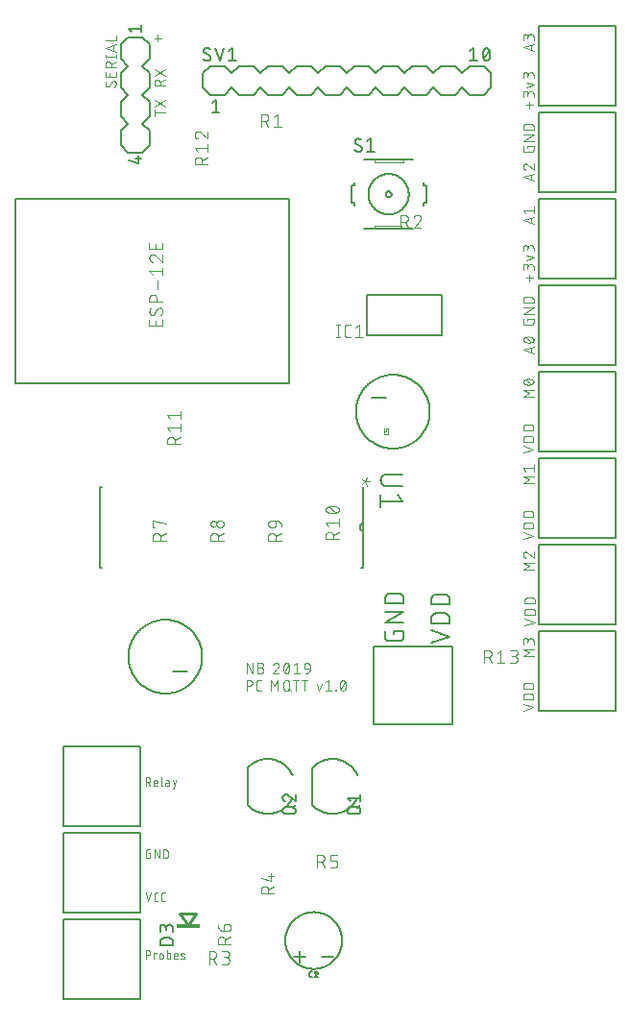
<source format=gbr>
G04 EAGLE Gerber RS-274X export*
G75*
%MOMM*%
%FSLAX34Y34*%
%LPD*%
%INSilkscreen Top*%
%IPPOS*%
%AMOC8*
5,1,8,0,0,1.08239X$1,22.5*%
G01*
%ADD10C,0.076200*%
%ADD11C,0.177800*%
%ADD12C,0.101600*%
%ADD13C,0.127000*%
%ADD14C,0.152400*%
%ADD15C,0.050800*%
%ADD16C,0.203200*%
%ADD17C,0.025400*%
%ADD18C,0.254000*%
%ADD19R,2.100000X0.300000*%


D10*
X114681Y112141D02*
X114681Y121539D01*
X119902Y112141D01*
X119902Y121539D01*
X124566Y117362D02*
X127176Y117362D01*
X127176Y117363D02*
X127277Y117361D01*
X127378Y117355D01*
X127479Y117345D01*
X127579Y117332D01*
X127679Y117314D01*
X127778Y117293D01*
X127876Y117267D01*
X127973Y117238D01*
X128069Y117206D01*
X128163Y117169D01*
X128256Y117129D01*
X128348Y117085D01*
X128437Y117038D01*
X128525Y116987D01*
X128611Y116933D01*
X128694Y116876D01*
X128776Y116816D01*
X128854Y116752D01*
X128931Y116686D01*
X129004Y116616D01*
X129075Y116544D01*
X129143Y116469D01*
X129208Y116391D01*
X129270Y116311D01*
X129329Y116229D01*
X129385Y116144D01*
X129437Y116057D01*
X129486Y115969D01*
X129532Y115878D01*
X129573Y115786D01*
X129612Y115692D01*
X129646Y115597D01*
X129677Y115501D01*
X129704Y115403D01*
X129728Y115305D01*
X129747Y115205D01*
X129763Y115105D01*
X129775Y115005D01*
X129783Y114904D01*
X129787Y114803D01*
X129787Y114701D01*
X129783Y114600D01*
X129775Y114499D01*
X129763Y114399D01*
X129747Y114299D01*
X129728Y114199D01*
X129704Y114101D01*
X129677Y114003D01*
X129646Y113907D01*
X129612Y113812D01*
X129573Y113718D01*
X129532Y113626D01*
X129486Y113535D01*
X129437Y113446D01*
X129385Y113360D01*
X129329Y113275D01*
X129270Y113193D01*
X129208Y113113D01*
X129143Y113035D01*
X129075Y112960D01*
X129004Y112888D01*
X128931Y112818D01*
X128854Y112752D01*
X128776Y112688D01*
X128694Y112628D01*
X128611Y112571D01*
X128525Y112517D01*
X128437Y112466D01*
X128348Y112419D01*
X128256Y112375D01*
X128163Y112335D01*
X128069Y112298D01*
X127973Y112266D01*
X127876Y112237D01*
X127778Y112211D01*
X127679Y112190D01*
X127579Y112172D01*
X127479Y112159D01*
X127378Y112149D01*
X127277Y112143D01*
X127176Y112141D01*
X124566Y112141D01*
X124566Y121539D01*
X127176Y121539D01*
X127266Y121537D01*
X127355Y121531D01*
X127445Y121522D01*
X127534Y121508D01*
X127622Y121491D01*
X127709Y121470D01*
X127796Y121445D01*
X127881Y121416D01*
X127965Y121384D01*
X128047Y121349D01*
X128128Y121309D01*
X128207Y121267D01*
X128284Y121221D01*
X128359Y121171D01*
X128432Y121119D01*
X128503Y121063D01*
X128571Y121005D01*
X128636Y120943D01*
X128699Y120879D01*
X128759Y120812D01*
X128816Y120743D01*
X128870Y120671D01*
X128921Y120597D01*
X128969Y120521D01*
X129013Y120443D01*
X129054Y120363D01*
X129092Y120281D01*
X129126Y120198D01*
X129156Y120113D01*
X129183Y120027D01*
X129206Y119941D01*
X129225Y119853D01*
X129240Y119764D01*
X129252Y119675D01*
X129260Y119586D01*
X129264Y119496D01*
X129264Y119406D01*
X129260Y119316D01*
X129252Y119227D01*
X129240Y119138D01*
X129225Y119049D01*
X129206Y118961D01*
X129183Y118875D01*
X129156Y118789D01*
X129126Y118704D01*
X129092Y118621D01*
X129054Y118539D01*
X129013Y118459D01*
X128969Y118381D01*
X128921Y118305D01*
X128870Y118231D01*
X128816Y118159D01*
X128759Y118090D01*
X128699Y118023D01*
X128636Y117959D01*
X128571Y117897D01*
X128503Y117839D01*
X128432Y117783D01*
X128359Y117731D01*
X128284Y117681D01*
X128207Y117635D01*
X128128Y117593D01*
X128047Y117553D01*
X127965Y117518D01*
X127881Y117486D01*
X127796Y117457D01*
X127709Y117432D01*
X127622Y117411D01*
X127534Y117394D01*
X127445Y117380D01*
X127355Y117371D01*
X127266Y117365D01*
X127176Y117363D01*
X141022Y121540D02*
X141117Y121538D01*
X141211Y121532D01*
X141305Y121523D01*
X141399Y121510D01*
X141492Y121493D01*
X141584Y121472D01*
X141676Y121447D01*
X141766Y121419D01*
X141855Y121387D01*
X141943Y121352D01*
X142029Y121313D01*
X142114Y121271D01*
X142197Y121225D01*
X142278Y121176D01*
X142357Y121124D01*
X142434Y121069D01*
X142508Y121010D01*
X142580Y120949D01*
X142650Y120885D01*
X142717Y120818D01*
X142781Y120748D01*
X142842Y120676D01*
X142901Y120602D01*
X142956Y120525D01*
X143008Y120446D01*
X143057Y120365D01*
X143103Y120282D01*
X143145Y120197D01*
X143184Y120111D01*
X143219Y120023D01*
X143251Y119934D01*
X143279Y119844D01*
X143304Y119752D01*
X143325Y119660D01*
X143342Y119567D01*
X143355Y119473D01*
X143364Y119379D01*
X143370Y119285D01*
X143372Y119190D01*
X141022Y121539D02*
X140914Y121537D01*
X140805Y121531D01*
X140697Y121521D01*
X140590Y121508D01*
X140483Y121490D01*
X140376Y121469D01*
X140271Y121444D01*
X140166Y121415D01*
X140063Y121383D01*
X139961Y121346D01*
X139860Y121306D01*
X139761Y121263D01*
X139663Y121216D01*
X139567Y121165D01*
X139473Y121111D01*
X139381Y121054D01*
X139291Y120993D01*
X139203Y120929D01*
X139118Y120863D01*
X139035Y120793D01*
X138955Y120720D01*
X138877Y120644D01*
X138802Y120566D01*
X138730Y120485D01*
X138661Y120401D01*
X138595Y120315D01*
X138532Y120227D01*
X138473Y120136D01*
X138416Y120044D01*
X138363Y119949D01*
X138314Y119853D01*
X138268Y119754D01*
X138225Y119655D01*
X138186Y119553D01*
X138151Y119451D01*
X142589Y117362D02*
X142658Y117431D01*
X142724Y117502D01*
X142788Y117575D01*
X142849Y117651D01*
X142907Y117730D01*
X142961Y117810D01*
X143013Y117893D01*
X143061Y117977D01*
X143107Y118063D01*
X143148Y118151D01*
X143187Y118241D01*
X143222Y118332D01*
X143253Y118424D01*
X143281Y118517D01*
X143305Y118611D01*
X143325Y118706D01*
X143342Y118802D01*
X143355Y118899D01*
X143364Y118996D01*
X143370Y119093D01*
X143372Y119190D01*
X142588Y117362D02*
X138151Y112141D01*
X143372Y112141D01*
X147294Y116840D02*
X147296Y117025D01*
X147303Y117210D01*
X147314Y117394D01*
X147329Y117578D01*
X147349Y117762D01*
X147373Y117946D01*
X147402Y118128D01*
X147435Y118310D01*
X147472Y118491D01*
X147514Y118671D01*
X147560Y118851D01*
X147610Y119029D01*
X147664Y119205D01*
X147723Y119381D01*
X147785Y119555D01*
X147852Y119727D01*
X147923Y119898D01*
X147998Y120067D01*
X148077Y120234D01*
X148107Y120314D01*
X148140Y120393D01*
X148177Y120470D01*
X148217Y120546D01*
X148260Y120620D01*
X148306Y120692D01*
X148356Y120761D01*
X148408Y120829D01*
X148464Y120894D01*
X148522Y120957D01*
X148584Y121016D01*
X148647Y121074D01*
X148714Y121128D01*
X148782Y121179D01*
X148853Y121227D01*
X148926Y121272D01*
X149000Y121314D01*
X149077Y121352D01*
X149155Y121387D01*
X149234Y121419D01*
X149315Y121447D01*
X149397Y121471D01*
X149481Y121492D01*
X149564Y121509D01*
X149649Y121522D01*
X149734Y121531D01*
X149819Y121537D01*
X149905Y121539D01*
X149991Y121537D01*
X150076Y121531D01*
X150161Y121522D01*
X150246Y121509D01*
X150329Y121492D01*
X150413Y121471D01*
X150495Y121447D01*
X150576Y121419D01*
X150655Y121387D01*
X150733Y121352D01*
X150810Y121314D01*
X150884Y121272D01*
X150957Y121227D01*
X151028Y121179D01*
X151096Y121128D01*
X151163Y121074D01*
X151226Y121016D01*
X151288Y120957D01*
X151346Y120894D01*
X151402Y120829D01*
X151454Y120761D01*
X151504Y120692D01*
X151550Y120620D01*
X151593Y120546D01*
X151633Y120470D01*
X151670Y120393D01*
X151703Y120314D01*
X151733Y120234D01*
X151812Y120067D01*
X151887Y119898D01*
X151958Y119727D01*
X152025Y119555D01*
X152087Y119381D01*
X152146Y119205D01*
X152200Y119029D01*
X152250Y118851D01*
X152296Y118671D01*
X152338Y118491D01*
X152375Y118310D01*
X152408Y118128D01*
X152437Y117946D01*
X152461Y117762D01*
X152481Y117578D01*
X152496Y117394D01*
X152507Y117210D01*
X152514Y117025D01*
X152516Y116840D01*
X147294Y116840D02*
X147296Y116655D01*
X147303Y116470D01*
X147314Y116286D01*
X147329Y116102D01*
X147349Y115918D01*
X147373Y115734D01*
X147402Y115552D01*
X147435Y115370D01*
X147472Y115189D01*
X147514Y115009D01*
X147560Y114829D01*
X147610Y114651D01*
X147664Y114475D01*
X147723Y114299D01*
X147785Y114125D01*
X147852Y113953D01*
X147923Y113782D01*
X147998Y113613D01*
X148077Y113446D01*
X148107Y113366D01*
X148140Y113287D01*
X148177Y113210D01*
X148217Y113134D01*
X148260Y113060D01*
X148306Y112988D01*
X148356Y112919D01*
X148409Y112851D01*
X148464Y112786D01*
X148523Y112723D01*
X148584Y112664D01*
X148647Y112606D01*
X148714Y112552D01*
X148782Y112501D01*
X148853Y112453D01*
X148926Y112408D01*
X149000Y112366D01*
X149077Y112328D01*
X149155Y112293D01*
X149234Y112261D01*
X149315Y112233D01*
X149397Y112209D01*
X149481Y112188D01*
X149564Y112171D01*
X149649Y112158D01*
X149734Y112149D01*
X149819Y112143D01*
X149905Y112141D01*
X151733Y113446D02*
X151812Y113613D01*
X151887Y113782D01*
X151958Y113953D01*
X152025Y114125D01*
X152087Y114299D01*
X152146Y114475D01*
X152200Y114651D01*
X152250Y114829D01*
X152296Y115009D01*
X152338Y115189D01*
X152375Y115370D01*
X152408Y115552D01*
X152437Y115734D01*
X152461Y115918D01*
X152481Y116102D01*
X152496Y116286D01*
X152507Y116470D01*
X152514Y116655D01*
X152516Y116840D01*
X151733Y113446D02*
X151703Y113366D01*
X151670Y113287D01*
X151633Y113210D01*
X151593Y113134D01*
X151550Y113060D01*
X151504Y112988D01*
X151454Y112919D01*
X151402Y112851D01*
X151346Y112786D01*
X151288Y112723D01*
X151226Y112664D01*
X151163Y112606D01*
X151096Y112552D01*
X151028Y112501D01*
X150957Y112453D01*
X150884Y112408D01*
X150810Y112366D01*
X150733Y112328D01*
X150655Y112293D01*
X150576Y112261D01*
X150495Y112233D01*
X150413Y112209D01*
X150329Y112188D01*
X150246Y112171D01*
X150161Y112158D01*
X150076Y112149D01*
X149991Y112143D01*
X149905Y112141D01*
X147817Y114229D02*
X151993Y119451D01*
X156438Y119451D02*
X159049Y121539D01*
X159049Y112141D01*
X156438Y112141D02*
X161660Y112141D01*
X167671Y116318D02*
X170804Y116318D01*
X167671Y116318D02*
X167582Y116320D01*
X167494Y116326D01*
X167406Y116335D01*
X167318Y116348D01*
X167231Y116365D01*
X167145Y116385D01*
X167060Y116410D01*
X166975Y116437D01*
X166892Y116469D01*
X166811Y116503D01*
X166731Y116542D01*
X166653Y116583D01*
X166576Y116628D01*
X166502Y116676D01*
X166429Y116727D01*
X166359Y116781D01*
X166292Y116839D01*
X166226Y116899D01*
X166164Y116961D01*
X166104Y117027D01*
X166046Y117094D01*
X165992Y117164D01*
X165941Y117237D01*
X165893Y117311D01*
X165848Y117388D01*
X165807Y117466D01*
X165768Y117546D01*
X165734Y117627D01*
X165702Y117710D01*
X165675Y117795D01*
X165650Y117880D01*
X165630Y117966D01*
X165613Y118053D01*
X165600Y118141D01*
X165591Y118229D01*
X165585Y118317D01*
X165583Y118406D01*
X165582Y118406D02*
X165582Y118928D01*
X165584Y119029D01*
X165590Y119130D01*
X165600Y119231D01*
X165613Y119331D01*
X165631Y119431D01*
X165652Y119530D01*
X165678Y119628D01*
X165707Y119725D01*
X165739Y119821D01*
X165776Y119915D01*
X165816Y120008D01*
X165860Y120100D01*
X165907Y120189D01*
X165958Y120277D01*
X166012Y120363D01*
X166069Y120446D01*
X166129Y120528D01*
X166193Y120606D01*
X166259Y120683D01*
X166329Y120756D01*
X166401Y120827D01*
X166476Y120895D01*
X166554Y120960D01*
X166634Y121022D01*
X166716Y121081D01*
X166801Y121137D01*
X166888Y121189D01*
X166976Y121238D01*
X167067Y121284D01*
X167159Y121325D01*
X167253Y121364D01*
X167348Y121398D01*
X167444Y121429D01*
X167542Y121456D01*
X167640Y121480D01*
X167740Y121499D01*
X167840Y121515D01*
X167940Y121527D01*
X168041Y121535D01*
X168142Y121539D01*
X168244Y121539D01*
X168345Y121535D01*
X168446Y121527D01*
X168546Y121515D01*
X168646Y121499D01*
X168746Y121480D01*
X168844Y121456D01*
X168942Y121429D01*
X169038Y121398D01*
X169133Y121364D01*
X169227Y121325D01*
X169319Y121284D01*
X169410Y121238D01*
X169499Y121189D01*
X169585Y121137D01*
X169670Y121081D01*
X169752Y121022D01*
X169832Y120960D01*
X169910Y120895D01*
X169985Y120827D01*
X170057Y120756D01*
X170127Y120683D01*
X170193Y120606D01*
X170257Y120528D01*
X170317Y120446D01*
X170374Y120363D01*
X170428Y120277D01*
X170479Y120189D01*
X170526Y120100D01*
X170570Y120008D01*
X170610Y119915D01*
X170647Y119821D01*
X170679Y119725D01*
X170708Y119628D01*
X170734Y119530D01*
X170755Y119431D01*
X170773Y119331D01*
X170786Y119231D01*
X170796Y119130D01*
X170802Y119029D01*
X170804Y118928D01*
X170804Y116318D01*
X170802Y116192D01*
X170796Y116066D01*
X170787Y115940D01*
X170774Y115815D01*
X170756Y115690D01*
X170736Y115565D01*
X170711Y115441D01*
X170683Y115318D01*
X170651Y115196D01*
X170615Y115075D01*
X170576Y114955D01*
X170533Y114837D01*
X170486Y114720D01*
X170436Y114604D01*
X170382Y114489D01*
X170326Y114377D01*
X170265Y114266D01*
X170202Y114157D01*
X170135Y114050D01*
X170065Y113945D01*
X169991Y113842D01*
X169915Y113742D01*
X169836Y113644D01*
X169754Y113548D01*
X169668Y113455D01*
X169581Y113364D01*
X169490Y113277D01*
X169397Y113191D01*
X169301Y113109D01*
X169203Y113030D01*
X169103Y112954D01*
X169000Y112880D01*
X168895Y112810D01*
X168788Y112743D01*
X168679Y112680D01*
X168568Y112619D01*
X168456Y112563D01*
X168341Y112509D01*
X168225Y112459D01*
X168108Y112412D01*
X167990Y112369D01*
X167870Y112330D01*
X167749Y112294D01*
X167627Y112262D01*
X167504Y112234D01*
X167380Y112209D01*
X167255Y112189D01*
X167130Y112171D01*
X167005Y112158D01*
X166879Y112149D01*
X166753Y112143D01*
X166627Y112141D01*
X114681Y106299D02*
X114681Y96901D01*
X114681Y106299D02*
X117292Y106299D01*
X117393Y106297D01*
X117494Y106291D01*
X117595Y106281D01*
X117695Y106268D01*
X117795Y106250D01*
X117894Y106229D01*
X117992Y106203D01*
X118089Y106174D01*
X118185Y106142D01*
X118279Y106105D01*
X118372Y106065D01*
X118464Y106021D01*
X118553Y105974D01*
X118641Y105923D01*
X118727Y105869D01*
X118810Y105812D01*
X118892Y105752D01*
X118970Y105688D01*
X119047Y105622D01*
X119120Y105552D01*
X119191Y105480D01*
X119259Y105405D01*
X119324Y105327D01*
X119386Y105247D01*
X119445Y105165D01*
X119501Y105080D01*
X119553Y104993D01*
X119602Y104905D01*
X119648Y104814D01*
X119689Y104722D01*
X119728Y104628D01*
X119762Y104533D01*
X119793Y104437D01*
X119820Y104339D01*
X119844Y104241D01*
X119863Y104141D01*
X119879Y104041D01*
X119891Y103941D01*
X119899Y103840D01*
X119903Y103739D01*
X119903Y103637D01*
X119899Y103536D01*
X119891Y103435D01*
X119879Y103335D01*
X119863Y103235D01*
X119844Y103135D01*
X119820Y103037D01*
X119793Y102939D01*
X119762Y102843D01*
X119728Y102748D01*
X119689Y102654D01*
X119648Y102562D01*
X119602Y102471D01*
X119553Y102382D01*
X119501Y102296D01*
X119445Y102211D01*
X119386Y102129D01*
X119324Y102049D01*
X119259Y101971D01*
X119191Y101896D01*
X119120Y101824D01*
X119047Y101754D01*
X118970Y101688D01*
X118892Y101624D01*
X118810Y101564D01*
X118727Y101507D01*
X118641Y101453D01*
X118553Y101402D01*
X118464Y101355D01*
X118372Y101311D01*
X118279Y101271D01*
X118185Y101234D01*
X118089Y101202D01*
X117992Y101173D01*
X117894Y101147D01*
X117795Y101126D01*
X117695Y101108D01*
X117595Y101095D01*
X117494Y101085D01*
X117393Y101079D01*
X117292Y101077D01*
X117292Y101078D02*
X114681Y101078D01*
X125452Y96901D02*
X127540Y96901D01*
X125452Y96901D02*
X125363Y96903D01*
X125275Y96909D01*
X125187Y96918D01*
X125099Y96931D01*
X125012Y96948D01*
X124926Y96968D01*
X124841Y96993D01*
X124756Y97020D01*
X124673Y97052D01*
X124592Y97086D01*
X124512Y97125D01*
X124434Y97166D01*
X124357Y97211D01*
X124283Y97259D01*
X124210Y97310D01*
X124140Y97364D01*
X124073Y97422D01*
X124007Y97482D01*
X123945Y97544D01*
X123885Y97610D01*
X123827Y97677D01*
X123773Y97747D01*
X123722Y97820D01*
X123674Y97894D01*
X123629Y97971D01*
X123588Y98049D01*
X123549Y98129D01*
X123515Y98210D01*
X123483Y98293D01*
X123456Y98378D01*
X123431Y98463D01*
X123411Y98549D01*
X123394Y98636D01*
X123381Y98724D01*
X123372Y98812D01*
X123366Y98900D01*
X123364Y98989D01*
X123363Y98989D02*
X123363Y104211D01*
X123364Y104211D02*
X123366Y104302D01*
X123372Y104393D01*
X123382Y104484D01*
X123396Y104574D01*
X123413Y104663D01*
X123435Y104751D01*
X123461Y104839D01*
X123490Y104925D01*
X123523Y105010D01*
X123560Y105093D01*
X123600Y105175D01*
X123644Y105255D01*
X123691Y105333D01*
X123742Y105409D01*
X123795Y105482D01*
X123852Y105553D01*
X123913Y105622D01*
X123976Y105687D01*
X124041Y105750D01*
X124110Y105810D01*
X124181Y105868D01*
X124254Y105921D01*
X124330Y105972D01*
X124408Y106019D01*
X124488Y106063D01*
X124570Y106103D01*
X124653Y106140D01*
X124738Y106173D01*
X124824Y106202D01*
X124912Y106228D01*
X125000Y106250D01*
X125089Y106267D01*
X125179Y106281D01*
X125270Y106291D01*
X125361Y106297D01*
X125452Y106299D01*
X127540Y106299D01*
X136278Y106299D02*
X136278Y96901D01*
X139411Y101078D02*
X136278Y106299D01*
X139411Y101078D02*
X142543Y106299D01*
X142543Y96901D01*
X147375Y99512D02*
X147375Y103688D01*
X147377Y103789D01*
X147383Y103890D01*
X147393Y103991D01*
X147406Y104091D01*
X147424Y104191D01*
X147445Y104290D01*
X147471Y104388D01*
X147500Y104485D01*
X147532Y104581D01*
X147569Y104675D01*
X147609Y104768D01*
X147653Y104860D01*
X147700Y104949D01*
X147751Y105037D01*
X147805Y105123D01*
X147862Y105206D01*
X147922Y105288D01*
X147986Y105366D01*
X148052Y105443D01*
X148122Y105516D01*
X148194Y105587D01*
X148269Y105655D01*
X148347Y105720D01*
X148427Y105782D01*
X148509Y105841D01*
X148594Y105897D01*
X148681Y105949D01*
X148769Y105998D01*
X148860Y106044D01*
X148952Y106085D01*
X149046Y106124D01*
X149141Y106158D01*
X149237Y106189D01*
X149335Y106216D01*
X149433Y106240D01*
X149533Y106259D01*
X149633Y106275D01*
X149733Y106287D01*
X149834Y106295D01*
X149935Y106299D01*
X150037Y106299D01*
X150138Y106295D01*
X150239Y106287D01*
X150339Y106275D01*
X150439Y106259D01*
X150539Y106240D01*
X150637Y106216D01*
X150735Y106189D01*
X150831Y106158D01*
X150926Y106124D01*
X151020Y106085D01*
X151112Y106044D01*
X151203Y105998D01*
X151292Y105949D01*
X151378Y105897D01*
X151463Y105841D01*
X151545Y105782D01*
X151625Y105720D01*
X151703Y105655D01*
X151778Y105587D01*
X151850Y105516D01*
X151920Y105443D01*
X151986Y105366D01*
X152050Y105288D01*
X152110Y105206D01*
X152167Y105123D01*
X152221Y105037D01*
X152272Y104949D01*
X152319Y104860D01*
X152363Y104768D01*
X152403Y104675D01*
X152440Y104581D01*
X152472Y104485D01*
X152501Y104388D01*
X152527Y104290D01*
X152548Y104191D01*
X152566Y104091D01*
X152579Y103991D01*
X152589Y103890D01*
X152595Y103789D01*
X152597Y103688D01*
X152596Y103688D02*
X152596Y99512D01*
X152597Y99512D02*
X152595Y99411D01*
X152589Y99310D01*
X152579Y99209D01*
X152566Y99109D01*
X152548Y99009D01*
X152527Y98910D01*
X152501Y98812D01*
X152472Y98715D01*
X152440Y98619D01*
X152403Y98525D01*
X152363Y98432D01*
X152319Y98340D01*
X152272Y98251D01*
X152221Y98163D01*
X152167Y98077D01*
X152110Y97994D01*
X152050Y97912D01*
X151986Y97834D01*
X151920Y97757D01*
X151850Y97684D01*
X151778Y97613D01*
X151703Y97545D01*
X151625Y97480D01*
X151545Y97418D01*
X151463Y97359D01*
X151378Y97303D01*
X151291Y97251D01*
X151203Y97202D01*
X151112Y97156D01*
X151020Y97115D01*
X150926Y97076D01*
X150831Y97042D01*
X150735Y97011D01*
X150637Y96984D01*
X150539Y96960D01*
X150439Y96941D01*
X150339Y96925D01*
X150239Y96913D01*
X150138Y96905D01*
X150037Y96901D01*
X149935Y96901D01*
X149834Y96905D01*
X149733Y96913D01*
X149633Y96925D01*
X149533Y96941D01*
X149433Y96960D01*
X149335Y96984D01*
X149237Y97011D01*
X149141Y97042D01*
X149046Y97076D01*
X148952Y97115D01*
X148860Y97156D01*
X148769Y97202D01*
X148681Y97251D01*
X148594Y97303D01*
X148509Y97359D01*
X148427Y97418D01*
X148347Y97480D01*
X148269Y97545D01*
X148194Y97613D01*
X148122Y97684D01*
X148052Y97757D01*
X147986Y97834D01*
X147922Y97912D01*
X147862Y97994D01*
X147805Y98077D01*
X147751Y98163D01*
X147700Y98251D01*
X147653Y98340D01*
X147609Y98432D01*
X147569Y98525D01*
X147532Y98619D01*
X147500Y98715D01*
X147471Y98812D01*
X147445Y98910D01*
X147424Y99009D01*
X147406Y99109D01*
X147393Y99209D01*
X147383Y99310D01*
X147377Y99411D01*
X147375Y99512D01*
X151552Y98989D02*
X153641Y96901D01*
X158308Y96901D02*
X158308Y106299D01*
X155698Y106299D02*
X160919Y106299D01*
X166233Y106299D02*
X166233Y96901D01*
X163622Y106299D02*
X168843Y106299D01*
X176641Y103166D02*
X178730Y96901D01*
X180818Y103166D01*
X184349Y104211D02*
X186959Y106299D01*
X186959Y96901D01*
X184349Y96901D02*
X189570Y96901D01*
X193099Y96901D02*
X193099Y97423D01*
X193621Y97423D01*
X193621Y96901D01*
X193099Y96901D01*
X197150Y101600D02*
X197152Y101785D01*
X197159Y101970D01*
X197170Y102154D01*
X197185Y102338D01*
X197205Y102522D01*
X197229Y102706D01*
X197258Y102888D01*
X197291Y103070D01*
X197328Y103251D01*
X197370Y103431D01*
X197416Y103611D01*
X197466Y103789D01*
X197520Y103965D01*
X197579Y104141D01*
X197641Y104315D01*
X197708Y104487D01*
X197779Y104658D01*
X197854Y104827D01*
X197933Y104994D01*
X197963Y105074D01*
X197996Y105153D01*
X198033Y105230D01*
X198073Y105306D01*
X198116Y105380D01*
X198162Y105452D01*
X198212Y105521D01*
X198264Y105589D01*
X198320Y105654D01*
X198378Y105717D01*
X198440Y105776D01*
X198503Y105834D01*
X198570Y105888D01*
X198638Y105939D01*
X198709Y105987D01*
X198782Y106032D01*
X198856Y106074D01*
X198933Y106112D01*
X199011Y106147D01*
X199090Y106179D01*
X199171Y106207D01*
X199253Y106231D01*
X199337Y106252D01*
X199420Y106269D01*
X199505Y106282D01*
X199590Y106291D01*
X199675Y106297D01*
X199761Y106299D01*
X199847Y106297D01*
X199932Y106291D01*
X200017Y106282D01*
X200102Y106269D01*
X200185Y106252D01*
X200269Y106231D01*
X200351Y106207D01*
X200432Y106179D01*
X200511Y106147D01*
X200589Y106112D01*
X200666Y106074D01*
X200740Y106032D01*
X200813Y105987D01*
X200884Y105939D01*
X200952Y105888D01*
X201019Y105834D01*
X201082Y105776D01*
X201144Y105717D01*
X201202Y105654D01*
X201258Y105589D01*
X201310Y105521D01*
X201360Y105452D01*
X201406Y105380D01*
X201449Y105306D01*
X201489Y105230D01*
X201526Y105153D01*
X201559Y105074D01*
X201589Y104994D01*
X201668Y104827D01*
X201743Y104658D01*
X201814Y104487D01*
X201881Y104315D01*
X201943Y104141D01*
X202002Y103965D01*
X202056Y103789D01*
X202106Y103611D01*
X202152Y103431D01*
X202194Y103251D01*
X202231Y103070D01*
X202264Y102888D01*
X202293Y102706D01*
X202317Y102522D01*
X202337Y102338D01*
X202352Y102154D01*
X202363Y101970D01*
X202370Y101785D01*
X202372Y101600D01*
X197150Y101600D02*
X197152Y101415D01*
X197159Y101230D01*
X197170Y101046D01*
X197185Y100862D01*
X197205Y100678D01*
X197229Y100494D01*
X197258Y100312D01*
X197291Y100130D01*
X197328Y99949D01*
X197370Y99769D01*
X197416Y99589D01*
X197466Y99411D01*
X197520Y99235D01*
X197579Y99059D01*
X197641Y98885D01*
X197708Y98713D01*
X197779Y98542D01*
X197854Y98373D01*
X197933Y98206D01*
X197963Y98126D01*
X197996Y98047D01*
X198033Y97970D01*
X198073Y97894D01*
X198116Y97820D01*
X198162Y97748D01*
X198212Y97679D01*
X198265Y97611D01*
X198320Y97546D01*
X198379Y97483D01*
X198440Y97424D01*
X198503Y97366D01*
X198570Y97312D01*
X198638Y97261D01*
X198709Y97213D01*
X198782Y97168D01*
X198856Y97126D01*
X198933Y97088D01*
X199011Y97053D01*
X199090Y97021D01*
X199171Y96993D01*
X199253Y96969D01*
X199337Y96948D01*
X199420Y96931D01*
X199505Y96918D01*
X199590Y96909D01*
X199675Y96903D01*
X199761Y96901D01*
X201588Y98206D02*
X201667Y98373D01*
X201742Y98542D01*
X201813Y98713D01*
X201880Y98885D01*
X201942Y99059D01*
X202001Y99235D01*
X202055Y99411D01*
X202105Y99589D01*
X202151Y99769D01*
X202193Y99949D01*
X202230Y100130D01*
X202263Y100312D01*
X202292Y100494D01*
X202316Y100678D01*
X202336Y100862D01*
X202351Y101046D01*
X202362Y101230D01*
X202369Y101415D01*
X202371Y101600D01*
X201589Y98206D02*
X201559Y98126D01*
X201526Y98047D01*
X201489Y97970D01*
X201449Y97894D01*
X201406Y97820D01*
X201360Y97748D01*
X201310Y97679D01*
X201258Y97611D01*
X201202Y97546D01*
X201144Y97483D01*
X201082Y97424D01*
X201019Y97366D01*
X200952Y97312D01*
X200884Y97261D01*
X200813Y97213D01*
X200740Y97168D01*
X200666Y97126D01*
X200589Y97088D01*
X200511Y97053D01*
X200432Y97021D01*
X200351Y96993D01*
X200269Y96969D01*
X200185Y96948D01*
X200102Y96931D01*
X200017Y96918D01*
X199932Y96909D01*
X199847Y96903D01*
X199761Y96901D01*
X197672Y98989D02*
X201849Y104211D01*
X39666Y672056D02*
X33401Y672056D01*
X36534Y668923D02*
X36534Y675188D01*
X-2469Y634252D02*
X-2380Y634250D01*
X-2292Y634244D01*
X-2204Y634235D01*
X-2116Y634222D01*
X-2029Y634205D01*
X-1943Y634185D01*
X-1858Y634160D01*
X-1773Y634133D01*
X-1690Y634101D01*
X-1609Y634067D01*
X-1529Y634028D01*
X-1451Y633987D01*
X-1374Y633942D01*
X-1300Y633894D01*
X-1227Y633843D01*
X-1157Y633789D01*
X-1090Y633731D01*
X-1024Y633671D01*
X-962Y633609D01*
X-902Y633543D01*
X-844Y633476D01*
X-790Y633406D01*
X-739Y633333D01*
X-691Y633259D01*
X-646Y633182D01*
X-605Y633104D01*
X-566Y633024D01*
X-532Y632943D01*
X-500Y632860D01*
X-473Y632775D01*
X-448Y632690D01*
X-428Y632604D01*
X-411Y632517D01*
X-398Y632429D01*
X-389Y632341D01*
X-383Y632253D01*
X-381Y632164D01*
X-383Y632035D01*
X-389Y631906D01*
X-398Y631777D01*
X-411Y631649D01*
X-428Y631521D01*
X-449Y631394D01*
X-473Y631267D01*
X-501Y631141D01*
X-533Y631016D01*
X-568Y630892D01*
X-607Y630769D01*
X-650Y630647D01*
X-696Y630527D01*
X-746Y630408D01*
X-799Y630290D01*
X-855Y630174D01*
X-915Y630060D01*
X-978Y629947D01*
X-1045Y629837D01*
X-1114Y629728D01*
X-1187Y629622D01*
X-1263Y629517D01*
X-1342Y629415D01*
X-1424Y629316D01*
X-1508Y629218D01*
X-1596Y629123D01*
X-1686Y629031D01*
X-7691Y629292D02*
X-7780Y629294D01*
X-7868Y629300D01*
X-7956Y629309D01*
X-8044Y629322D01*
X-8131Y629339D01*
X-8217Y629359D01*
X-8302Y629384D01*
X-8387Y629411D01*
X-8470Y629443D01*
X-8551Y629477D01*
X-8631Y629516D01*
X-8709Y629557D01*
X-8786Y629602D01*
X-8860Y629650D01*
X-8933Y629701D01*
X-9003Y629755D01*
X-9070Y629813D01*
X-9136Y629873D01*
X-9198Y629935D01*
X-9258Y630001D01*
X-9316Y630068D01*
X-9370Y630138D01*
X-9421Y630211D01*
X-9469Y630285D01*
X-9514Y630362D01*
X-9555Y630440D01*
X-9594Y630520D01*
X-9628Y630601D01*
X-9660Y630684D01*
X-9687Y630769D01*
X-9712Y630854D01*
X-9732Y630940D01*
X-9749Y631027D01*
X-9762Y631115D01*
X-9771Y631203D01*
X-9777Y631291D01*
X-9779Y631380D01*
X-9777Y631500D01*
X-9772Y631620D01*
X-9762Y631740D01*
X-9750Y631859D01*
X-9733Y631978D01*
X-9713Y632096D01*
X-9689Y632214D01*
X-9662Y632330D01*
X-9631Y632446D01*
X-9597Y632561D01*
X-9559Y632675D01*
X-9517Y632788D01*
X-9472Y632899D01*
X-9424Y633009D01*
X-9373Y633117D01*
X-9318Y633224D01*
X-9260Y633329D01*
X-9198Y633432D01*
X-9134Y633533D01*
X-9066Y633633D01*
X-8996Y633730D01*
X-5864Y630336D02*
X-5912Y630258D01*
X-5964Y630182D01*
X-6018Y630109D01*
X-6076Y630038D01*
X-6137Y629969D01*
X-6201Y629903D01*
X-6268Y629840D01*
X-6337Y629780D01*
X-6409Y629723D01*
X-6483Y629669D01*
X-6560Y629619D01*
X-6639Y629571D01*
X-6719Y629528D01*
X-6802Y629487D01*
X-6886Y629451D01*
X-6971Y629418D01*
X-7058Y629389D01*
X-7147Y629363D01*
X-7236Y629341D01*
X-7326Y629324D01*
X-7416Y629310D01*
X-7508Y629300D01*
X-7599Y629294D01*
X-7691Y629292D01*
X-4296Y633208D02*
X-4248Y633286D01*
X-4196Y633362D01*
X-4142Y633435D01*
X-4084Y633506D01*
X-4023Y633575D01*
X-3959Y633641D01*
X-3892Y633704D01*
X-3823Y633764D01*
X-3751Y633821D01*
X-3677Y633875D01*
X-3600Y633925D01*
X-3521Y633973D01*
X-3441Y634016D01*
X-3358Y634057D01*
X-3274Y634093D01*
X-3189Y634126D01*
X-3102Y634155D01*
X-3013Y634181D01*
X-2924Y634203D01*
X-2834Y634220D01*
X-2744Y634234D01*
X-2652Y634244D01*
X-2561Y634250D01*
X-2469Y634252D01*
X-4297Y633208D02*
X-5863Y630336D01*
X-381Y638192D02*
X-381Y642369D01*
X-381Y638192D02*
X-9779Y638192D01*
X-9779Y642369D01*
X-5602Y641325D02*
X-5602Y638192D01*
X-9779Y646157D02*
X-381Y646157D01*
X-9779Y646157D02*
X-9779Y648767D01*
X-9777Y648868D01*
X-9771Y648969D01*
X-9761Y649070D01*
X-9748Y649170D01*
X-9730Y649270D01*
X-9709Y649369D01*
X-9683Y649467D01*
X-9654Y649564D01*
X-9622Y649660D01*
X-9585Y649754D01*
X-9545Y649847D01*
X-9501Y649939D01*
X-9454Y650028D01*
X-9403Y650116D01*
X-9349Y650202D01*
X-9292Y650285D01*
X-9232Y650367D01*
X-9168Y650445D01*
X-9102Y650522D01*
X-9032Y650595D01*
X-8960Y650666D01*
X-8885Y650734D01*
X-8807Y650799D01*
X-8727Y650861D01*
X-8645Y650920D01*
X-8560Y650976D01*
X-8474Y651028D01*
X-8385Y651077D01*
X-8294Y651123D01*
X-8202Y651164D01*
X-8108Y651203D01*
X-8013Y651237D01*
X-7917Y651268D01*
X-7819Y651295D01*
X-7721Y651319D01*
X-7621Y651338D01*
X-7521Y651354D01*
X-7421Y651366D01*
X-7320Y651374D01*
X-7219Y651378D01*
X-7117Y651378D01*
X-7016Y651374D01*
X-6915Y651366D01*
X-6815Y651354D01*
X-6715Y651338D01*
X-6615Y651319D01*
X-6517Y651295D01*
X-6419Y651268D01*
X-6323Y651237D01*
X-6228Y651203D01*
X-6134Y651164D01*
X-6042Y651123D01*
X-5951Y651077D01*
X-5863Y651028D01*
X-5776Y650976D01*
X-5691Y650920D01*
X-5609Y650861D01*
X-5529Y650799D01*
X-5451Y650734D01*
X-5376Y650666D01*
X-5304Y650595D01*
X-5234Y650522D01*
X-5168Y650445D01*
X-5104Y650367D01*
X-5044Y650285D01*
X-4987Y650202D01*
X-4933Y650116D01*
X-4882Y650028D01*
X-4835Y649939D01*
X-4791Y649847D01*
X-4751Y649754D01*
X-4714Y649660D01*
X-4682Y649564D01*
X-4653Y649467D01*
X-4627Y649369D01*
X-4606Y649270D01*
X-4588Y649170D01*
X-4575Y649070D01*
X-4565Y648969D01*
X-4559Y648868D01*
X-4557Y648767D01*
X-4558Y648767D02*
X-4558Y646157D01*
X-4558Y649289D02*
X-381Y651378D01*
X-381Y656025D02*
X-9779Y656025D01*
X-381Y654981D02*
X-381Y657070D01*
X-9779Y657070D02*
X-9779Y654981D01*
X-9779Y663341D02*
X-381Y660208D01*
X-381Y666473D02*
X-9779Y663341D01*
X-2731Y665690D02*
X-2731Y660991D01*
X-381Y670196D02*
X-9779Y670196D01*
X-381Y670196D02*
X-381Y674373D01*
X33401Y630301D02*
X42799Y630301D01*
X33401Y630301D02*
X33401Y632912D01*
X33403Y633013D01*
X33409Y633114D01*
X33419Y633215D01*
X33432Y633315D01*
X33450Y633415D01*
X33471Y633514D01*
X33497Y633612D01*
X33526Y633709D01*
X33558Y633805D01*
X33595Y633899D01*
X33635Y633992D01*
X33679Y634084D01*
X33726Y634173D01*
X33777Y634261D01*
X33831Y634347D01*
X33888Y634430D01*
X33948Y634512D01*
X34012Y634590D01*
X34078Y634667D01*
X34148Y634740D01*
X34220Y634811D01*
X34295Y634879D01*
X34373Y634944D01*
X34453Y635006D01*
X34535Y635065D01*
X34620Y635121D01*
X34707Y635173D01*
X34795Y635222D01*
X34886Y635268D01*
X34978Y635309D01*
X35072Y635348D01*
X35167Y635382D01*
X35263Y635413D01*
X35361Y635440D01*
X35459Y635464D01*
X35559Y635483D01*
X35659Y635499D01*
X35759Y635511D01*
X35860Y635519D01*
X35961Y635523D01*
X36063Y635523D01*
X36164Y635519D01*
X36265Y635511D01*
X36365Y635499D01*
X36465Y635483D01*
X36565Y635464D01*
X36663Y635440D01*
X36761Y635413D01*
X36857Y635382D01*
X36952Y635348D01*
X37046Y635309D01*
X37138Y635268D01*
X37229Y635222D01*
X37318Y635173D01*
X37404Y635121D01*
X37489Y635065D01*
X37571Y635006D01*
X37651Y634944D01*
X37729Y634879D01*
X37804Y634811D01*
X37876Y634740D01*
X37946Y634667D01*
X38012Y634590D01*
X38076Y634512D01*
X38136Y634430D01*
X38193Y634347D01*
X38247Y634261D01*
X38298Y634173D01*
X38345Y634084D01*
X38389Y633992D01*
X38429Y633899D01*
X38466Y633805D01*
X38498Y633709D01*
X38527Y633612D01*
X38553Y633514D01*
X38574Y633415D01*
X38592Y633315D01*
X38605Y633215D01*
X38615Y633114D01*
X38621Y633013D01*
X38623Y632912D01*
X38622Y632912D02*
X38622Y630301D01*
X38622Y633434D02*
X42799Y635522D01*
X42799Y638866D02*
X33401Y645131D01*
X33401Y638866D02*
X42799Y645131D01*
X42799Y606242D02*
X33401Y606242D01*
X33401Y608852D02*
X33401Y603631D01*
X42799Y611643D02*
X33401Y617909D01*
X33401Y611643D02*
X42799Y617909D01*
D11*
X244221Y149479D02*
X244221Y146812D01*
X244221Y149479D02*
X253111Y149479D01*
X253111Y144145D01*
X253109Y144029D01*
X253103Y143912D01*
X253094Y143796D01*
X253081Y143681D01*
X253064Y143566D01*
X253043Y143451D01*
X253018Y143338D01*
X252990Y143225D01*
X252958Y143113D01*
X252922Y143002D01*
X252883Y142892D01*
X252840Y142784D01*
X252794Y142677D01*
X252744Y142572D01*
X252691Y142469D01*
X252635Y142367D01*
X252575Y142267D01*
X252512Y142169D01*
X252445Y142074D01*
X252376Y141980D01*
X252304Y141889D01*
X252229Y141800D01*
X252150Y141714D01*
X252069Y141631D01*
X251986Y141550D01*
X251900Y141471D01*
X251811Y141396D01*
X251720Y141324D01*
X251626Y141255D01*
X251531Y141188D01*
X251433Y141125D01*
X251333Y141065D01*
X251231Y141009D01*
X251128Y140956D01*
X251023Y140906D01*
X250916Y140860D01*
X250808Y140817D01*
X250698Y140778D01*
X250587Y140742D01*
X250475Y140710D01*
X250362Y140682D01*
X250249Y140657D01*
X250134Y140636D01*
X250019Y140619D01*
X249904Y140606D01*
X249788Y140597D01*
X249671Y140591D01*
X249555Y140589D01*
X240665Y140589D01*
X240549Y140591D01*
X240432Y140597D01*
X240316Y140606D01*
X240201Y140619D01*
X240086Y140636D01*
X239971Y140657D01*
X239858Y140682D01*
X239745Y140710D01*
X239633Y140742D01*
X239522Y140778D01*
X239412Y140817D01*
X239304Y140860D01*
X239197Y140906D01*
X239092Y140956D01*
X238989Y141009D01*
X238887Y141065D01*
X238787Y141125D01*
X238689Y141188D01*
X238594Y141255D01*
X238500Y141324D01*
X238409Y141396D01*
X238320Y141471D01*
X238234Y141550D01*
X238151Y141631D01*
X238070Y141714D01*
X237991Y141800D01*
X237916Y141889D01*
X237844Y141980D01*
X237775Y142074D01*
X237708Y142169D01*
X237645Y142267D01*
X237585Y142367D01*
X237529Y142469D01*
X237476Y142572D01*
X237426Y142677D01*
X237380Y142784D01*
X237337Y142892D01*
X237298Y143002D01*
X237262Y143113D01*
X237230Y143225D01*
X237202Y143338D01*
X237177Y143451D01*
X237156Y143566D01*
X237139Y143681D01*
X237126Y143796D01*
X237117Y143912D01*
X237111Y144029D01*
X237109Y144145D01*
X237109Y149479D01*
X237109Y157262D02*
X253111Y157262D01*
X253111Y166152D02*
X237109Y157262D01*
X237109Y166152D02*
X253111Y166152D01*
X253111Y173936D02*
X237109Y173936D01*
X237109Y178381D01*
X237111Y178513D01*
X237117Y178644D01*
X237127Y178776D01*
X237140Y178907D01*
X237158Y179037D01*
X237179Y179167D01*
X237204Y179297D01*
X237233Y179425D01*
X237266Y179553D01*
X237303Y179679D01*
X237343Y179805D01*
X237387Y179929D01*
X237435Y180052D01*
X237486Y180173D01*
X237541Y180293D01*
X237599Y180411D01*
X237661Y180527D01*
X237727Y180641D01*
X237795Y180754D01*
X237867Y180864D01*
X237942Y180972D01*
X238021Y181078D01*
X238102Y181182D01*
X238187Y181283D01*
X238274Y181381D01*
X238365Y181477D01*
X238458Y181570D01*
X238554Y181661D01*
X238652Y181748D01*
X238753Y181833D01*
X238857Y181914D01*
X238963Y181993D01*
X239071Y182068D01*
X239181Y182140D01*
X239294Y182208D01*
X239408Y182274D01*
X239524Y182336D01*
X239642Y182394D01*
X239762Y182449D01*
X239883Y182500D01*
X240006Y182548D01*
X240130Y182592D01*
X240256Y182632D01*
X240382Y182669D01*
X240510Y182702D01*
X240638Y182731D01*
X240768Y182756D01*
X240898Y182777D01*
X241028Y182795D01*
X241159Y182808D01*
X241291Y182818D01*
X241422Y182824D01*
X241554Y182826D01*
X248666Y182826D01*
X248798Y182824D01*
X248929Y182818D01*
X249061Y182808D01*
X249192Y182795D01*
X249322Y182777D01*
X249452Y182756D01*
X249582Y182731D01*
X249710Y182702D01*
X249838Y182669D01*
X249964Y182632D01*
X250090Y182592D01*
X250214Y182548D01*
X250337Y182500D01*
X250458Y182449D01*
X250578Y182394D01*
X250696Y182336D01*
X250812Y182274D01*
X250926Y182208D01*
X251039Y182140D01*
X251149Y182068D01*
X251257Y181993D01*
X251363Y181914D01*
X251467Y181833D01*
X251568Y181748D01*
X251666Y181661D01*
X251762Y181570D01*
X251855Y181477D01*
X251946Y181381D01*
X252033Y181283D01*
X252118Y181182D01*
X252199Y181078D01*
X252278Y180972D01*
X252353Y180864D01*
X252425Y180754D01*
X252493Y180641D01*
X252559Y180527D01*
X252621Y180411D01*
X252679Y180293D01*
X252734Y180173D01*
X252785Y180052D01*
X252833Y179929D01*
X252877Y179805D01*
X252917Y179679D01*
X252954Y179553D01*
X252987Y179425D01*
X253016Y179297D01*
X253041Y179167D01*
X253062Y179037D01*
X253080Y178907D01*
X253093Y178776D01*
X253103Y178644D01*
X253109Y178513D01*
X253111Y178381D01*
X253111Y173936D01*
D12*
X358648Y230378D02*
X367792Y233426D01*
X358648Y236474D01*
X358648Y240335D02*
X367792Y240335D01*
X358648Y240335D02*
X358648Y242875D01*
X358650Y242975D01*
X358656Y243074D01*
X358666Y243174D01*
X358679Y243272D01*
X358697Y243371D01*
X358718Y243468D01*
X358743Y243564D01*
X358772Y243660D01*
X358805Y243754D01*
X358841Y243847D01*
X358881Y243938D01*
X358925Y244028D01*
X358972Y244116D01*
X359022Y244202D01*
X359076Y244286D01*
X359133Y244368D01*
X359193Y244447D01*
X359257Y244525D01*
X359323Y244599D01*
X359392Y244671D01*
X359464Y244740D01*
X359538Y244806D01*
X359616Y244870D01*
X359695Y244930D01*
X359777Y244987D01*
X359861Y245041D01*
X359947Y245091D01*
X360035Y245138D01*
X360125Y245182D01*
X360216Y245222D01*
X360309Y245258D01*
X360403Y245291D01*
X360499Y245320D01*
X360595Y245345D01*
X360692Y245366D01*
X360791Y245384D01*
X360889Y245397D01*
X360989Y245407D01*
X361088Y245413D01*
X361188Y245415D01*
X365252Y245415D01*
X365352Y245413D01*
X365451Y245407D01*
X365551Y245397D01*
X365649Y245384D01*
X365748Y245366D01*
X365845Y245345D01*
X365941Y245320D01*
X366037Y245291D01*
X366131Y245258D01*
X366224Y245222D01*
X366315Y245182D01*
X366405Y245138D01*
X366493Y245091D01*
X366579Y245041D01*
X366663Y244987D01*
X366745Y244930D01*
X366824Y244870D01*
X366902Y244806D01*
X366976Y244740D01*
X367048Y244671D01*
X367117Y244599D01*
X367183Y244525D01*
X367247Y244447D01*
X367307Y244368D01*
X367364Y244286D01*
X367418Y244202D01*
X367468Y244116D01*
X367515Y244028D01*
X367559Y243938D01*
X367599Y243847D01*
X367635Y243754D01*
X367668Y243660D01*
X367697Y243564D01*
X367722Y243468D01*
X367743Y243371D01*
X367761Y243272D01*
X367774Y243174D01*
X367784Y243074D01*
X367790Y242975D01*
X367792Y242875D01*
X367792Y240335D01*
X367792Y250088D02*
X358648Y250088D01*
X358648Y252628D01*
X358650Y252728D01*
X358656Y252827D01*
X358666Y252927D01*
X358679Y253025D01*
X358697Y253124D01*
X358718Y253221D01*
X358743Y253317D01*
X358772Y253413D01*
X358805Y253507D01*
X358841Y253600D01*
X358881Y253691D01*
X358925Y253781D01*
X358972Y253869D01*
X359022Y253955D01*
X359076Y254039D01*
X359133Y254121D01*
X359193Y254200D01*
X359257Y254278D01*
X359323Y254352D01*
X359392Y254424D01*
X359464Y254493D01*
X359538Y254559D01*
X359616Y254623D01*
X359695Y254683D01*
X359777Y254740D01*
X359861Y254794D01*
X359947Y254844D01*
X360035Y254891D01*
X360125Y254935D01*
X360216Y254975D01*
X360309Y255011D01*
X360403Y255044D01*
X360499Y255073D01*
X360595Y255098D01*
X360692Y255119D01*
X360791Y255137D01*
X360889Y255150D01*
X360989Y255160D01*
X361088Y255166D01*
X361188Y255168D01*
X365252Y255168D01*
X365352Y255166D01*
X365451Y255160D01*
X365551Y255150D01*
X365649Y255137D01*
X365748Y255119D01*
X365845Y255098D01*
X365941Y255073D01*
X366037Y255044D01*
X366131Y255011D01*
X366224Y254975D01*
X366315Y254935D01*
X366405Y254891D01*
X366493Y254844D01*
X366579Y254794D01*
X366663Y254740D01*
X366745Y254683D01*
X366824Y254623D01*
X366902Y254559D01*
X366976Y254493D01*
X367048Y254424D01*
X367117Y254352D01*
X367183Y254278D01*
X367247Y254200D01*
X367307Y254121D01*
X367364Y254039D01*
X367418Y253955D01*
X367468Y253869D01*
X367515Y253781D01*
X367559Y253691D01*
X367599Y253600D01*
X367635Y253507D01*
X367668Y253413D01*
X367697Y253317D01*
X367722Y253221D01*
X367743Y253124D01*
X367761Y253025D01*
X367774Y252927D01*
X367784Y252827D01*
X367790Y252728D01*
X367792Y252628D01*
X367792Y250088D01*
X358648Y306578D02*
X367792Y309626D01*
X358648Y312674D01*
X358648Y316535D02*
X367792Y316535D01*
X358648Y316535D02*
X358648Y319075D01*
X358650Y319175D01*
X358656Y319274D01*
X358666Y319374D01*
X358679Y319472D01*
X358697Y319571D01*
X358718Y319668D01*
X358743Y319764D01*
X358772Y319860D01*
X358805Y319954D01*
X358841Y320047D01*
X358881Y320138D01*
X358925Y320228D01*
X358972Y320316D01*
X359022Y320402D01*
X359076Y320486D01*
X359133Y320568D01*
X359193Y320647D01*
X359257Y320725D01*
X359323Y320799D01*
X359392Y320871D01*
X359464Y320940D01*
X359538Y321006D01*
X359616Y321070D01*
X359695Y321130D01*
X359777Y321187D01*
X359861Y321241D01*
X359947Y321291D01*
X360035Y321338D01*
X360125Y321382D01*
X360216Y321422D01*
X360309Y321458D01*
X360403Y321491D01*
X360499Y321520D01*
X360595Y321545D01*
X360692Y321566D01*
X360791Y321584D01*
X360889Y321597D01*
X360989Y321607D01*
X361088Y321613D01*
X361188Y321615D01*
X365252Y321615D01*
X365352Y321613D01*
X365451Y321607D01*
X365551Y321597D01*
X365649Y321584D01*
X365748Y321566D01*
X365845Y321545D01*
X365941Y321520D01*
X366037Y321491D01*
X366131Y321458D01*
X366224Y321422D01*
X366315Y321382D01*
X366405Y321338D01*
X366493Y321291D01*
X366579Y321241D01*
X366663Y321187D01*
X366745Y321130D01*
X366824Y321070D01*
X366902Y321006D01*
X366976Y320940D01*
X367048Y320871D01*
X367117Y320799D01*
X367183Y320725D01*
X367247Y320647D01*
X367307Y320568D01*
X367364Y320486D01*
X367418Y320402D01*
X367468Y320316D01*
X367515Y320228D01*
X367559Y320138D01*
X367599Y320047D01*
X367635Y319954D01*
X367668Y319860D01*
X367697Y319764D01*
X367722Y319668D01*
X367743Y319571D01*
X367761Y319472D01*
X367774Y319374D01*
X367784Y319274D01*
X367790Y319175D01*
X367792Y319075D01*
X367792Y316535D01*
X367792Y326288D02*
X358648Y326288D01*
X358648Y328828D01*
X358650Y328928D01*
X358656Y329027D01*
X358666Y329127D01*
X358679Y329225D01*
X358697Y329324D01*
X358718Y329421D01*
X358743Y329517D01*
X358772Y329613D01*
X358805Y329707D01*
X358841Y329800D01*
X358881Y329891D01*
X358925Y329981D01*
X358972Y330069D01*
X359022Y330155D01*
X359076Y330239D01*
X359133Y330321D01*
X359193Y330400D01*
X359257Y330478D01*
X359323Y330552D01*
X359392Y330624D01*
X359464Y330693D01*
X359538Y330759D01*
X359616Y330823D01*
X359695Y330883D01*
X359777Y330940D01*
X359861Y330994D01*
X359947Y331044D01*
X360035Y331091D01*
X360125Y331135D01*
X360216Y331175D01*
X360309Y331211D01*
X360403Y331244D01*
X360499Y331273D01*
X360595Y331298D01*
X360692Y331319D01*
X360791Y331337D01*
X360889Y331350D01*
X360989Y331360D01*
X361088Y331366D01*
X361188Y331368D01*
X365252Y331368D01*
X365352Y331366D01*
X365451Y331360D01*
X365551Y331350D01*
X365649Y331337D01*
X365748Y331319D01*
X365845Y331298D01*
X365941Y331273D01*
X366037Y331244D01*
X366131Y331211D01*
X366224Y331175D01*
X366315Y331135D01*
X366405Y331091D01*
X366493Y331044D01*
X366579Y330994D01*
X366663Y330940D01*
X366745Y330883D01*
X366824Y330823D01*
X366902Y330759D01*
X366976Y330693D01*
X367048Y330624D01*
X367117Y330552D01*
X367183Y330478D01*
X367247Y330400D01*
X367307Y330321D01*
X367364Y330239D01*
X367418Y330155D01*
X367468Y330069D01*
X367515Y329981D01*
X367559Y329891D01*
X367599Y329800D01*
X367635Y329707D01*
X367668Y329613D01*
X367697Y329517D01*
X367722Y329421D01*
X367743Y329324D01*
X367761Y329225D01*
X367774Y329127D01*
X367784Y329027D01*
X367790Y328928D01*
X367792Y328828D01*
X367792Y326288D01*
X369062Y157226D02*
X359918Y154178D01*
X359918Y160274D02*
X369062Y157226D01*
X369062Y164135D02*
X359918Y164135D01*
X359918Y166675D01*
X359920Y166775D01*
X359926Y166874D01*
X359936Y166974D01*
X359949Y167072D01*
X359967Y167171D01*
X359988Y167268D01*
X360013Y167364D01*
X360042Y167460D01*
X360075Y167554D01*
X360111Y167647D01*
X360151Y167738D01*
X360195Y167828D01*
X360242Y167916D01*
X360292Y168002D01*
X360346Y168086D01*
X360403Y168168D01*
X360463Y168247D01*
X360527Y168325D01*
X360593Y168399D01*
X360662Y168471D01*
X360734Y168540D01*
X360808Y168606D01*
X360886Y168670D01*
X360965Y168730D01*
X361047Y168787D01*
X361131Y168841D01*
X361217Y168891D01*
X361305Y168938D01*
X361395Y168982D01*
X361486Y169022D01*
X361579Y169058D01*
X361673Y169091D01*
X361769Y169120D01*
X361865Y169145D01*
X361962Y169166D01*
X362061Y169184D01*
X362159Y169197D01*
X362259Y169207D01*
X362358Y169213D01*
X362458Y169215D01*
X366522Y169215D01*
X366622Y169213D01*
X366721Y169207D01*
X366821Y169197D01*
X366919Y169184D01*
X367018Y169166D01*
X367115Y169145D01*
X367211Y169120D01*
X367307Y169091D01*
X367401Y169058D01*
X367494Y169022D01*
X367585Y168982D01*
X367675Y168938D01*
X367763Y168891D01*
X367849Y168841D01*
X367933Y168787D01*
X368015Y168730D01*
X368094Y168670D01*
X368172Y168606D01*
X368246Y168540D01*
X368318Y168471D01*
X368387Y168399D01*
X368453Y168325D01*
X368517Y168247D01*
X368577Y168168D01*
X368634Y168086D01*
X368688Y168002D01*
X368738Y167916D01*
X368785Y167828D01*
X368829Y167738D01*
X368869Y167647D01*
X368905Y167554D01*
X368938Y167460D01*
X368967Y167364D01*
X368992Y167268D01*
X369013Y167171D01*
X369031Y167072D01*
X369044Y166974D01*
X369054Y166874D01*
X369060Y166775D01*
X369062Y166675D01*
X369062Y164135D01*
X369062Y173888D02*
X359918Y173888D01*
X359918Y176428D01*
X359920Y176528D01*
X359926Y176627D01*
X359936Y176727D01*
X359949Y176825D01*
X359967Y176924D01*
X359988Y177021D01*
X360013Y177117D01*
X360042Y177213D01*
X360075Y177307D01*
X360111Y177400D01*
X360151Y177491D01*
X360195Y177581D01*
X360242Y177669D01*
X360292Y177755D01*
X360346Y177839D01*
X360403Y177921D01*
X360463Y178000D01*
X360527Y178078D01*
X360593Y178152D01*
X360662Y178224D01*
X360734Y178293D01*
X360808Y178359D01*
X360886Y178423D01*
X360965Y178483D01*
X361047Y178540D01*
X361131Y178594D01*
X361217Y178644D01*
X361305Y178691D01*
X361395Y178735D01*
X361486Y178775D01*
X361579Y178811D01*
X361673Y178844D01*
X361769Y178873D01*
X361865Y178898D01*
X361962Y178919D01*
X362061Y178937D01*
X362159Y178950D01*
X362259Y178960D01*
X362358Y178966D01*
X362458Y178968D01*
X366522Y178968D01*
X366622Y178966D01*
X366721Y178960D01*
X366821Y178950D01*
X366919Y178937D01*
X367018Y178919D01*
X367115Y178898D01*
X367211Y178873D01*
X367307Y178844D01*
X367401Y178811D01*
X367494Y178775D01*
X367585Y178735D01*
X367675Y178691D01*
X367763Y178644D01*
X367849Y178594D01*
X367933Y178540D01*
X368015Y178483D01*
X368094Y178423D01*
X368172Y178359D01*
X368246Y178293D01*
X368318Y178224D01*
X368387Y178152D01*
X368453Y178078D01*
X368517Y178000D01*
X368577Y177921D01*
X368634Y177839D01*
X368688Y177755D01*
X368738Y177669D01*
X368785Y177581D01*
X368829Y177491D01*
X368869Y177400D01*
X368905Y177307D01*
X368938Y177213D01*
X368967Y177117D01*
X368992Y177021D01*
X369013Y176924D01*
X369031Y176825D01*
X369044Y176727D01*
X369054Y176627D01*
X369060Y176528D01*
X369062Y176428D01*
X369062Y173888D01*
D11*
X293751Y144653D02*
X277749Y139319D01*
X277749Y149987D02*
X293751Y144653D01*
X293751Y156360D02*
X277749Y156360D01*
X277749Y160805D01*
X277751Y160937D01*
X277757Y161068D01*
X277767Y161200D01*
X277780Y161331D01*
X277798Y161461D01*
X277819Y161591D01*
X277844Y161721D01*
X277873Y161849D01*
X277906Y161977D01*
X277943Y162103D01*
X277983Y162229D01*
X278027Y162353D01*
X278075Y162476D01*
X278126Y162597D01*
X278181Y162717D01*
X278239Y162835D01*
X278301Y162951D01*
X278367Y163065D01*
X278435Y163178D01*
X278507Y163288D01*
X278582Y163396D01*
X278661Y163502D01*
X278742Y163606D01*
X278827Y163707D01*
X278914Y163805D01*
X279005Y163901D01*
X279098Y163994D01*
X279194Y164085D01*
X279292Y164172D01*
X279393Y164257D01*
X279497Y164338D01*
X279603Y164417D01*
X279711Y164492D01*
X279821Y164564D01*
X279934Y164632D01*
X280048Y164698D01*
X280164Y164760D01*
X280282Y164818D01*
X280402Y164873D01*
X280523Y164924D01*
X280646Y164972D01*
X280770Y165016D01*
X280896Y165056D01*
X281022Y165093D01*
X281150Y165126D01*
X281278Y165155D01*
X281408Y165180D01*
X281538Y165201D01*
X281668Y165219D01*
X281799Y165232D01*
X281931Y165242D01*
X282062Y165248D01*
X282194Y165250D01*
X289306Y165250D01*
X289438Y165248D01*
X289569Y165242D01*
X289701Y165232D01*
X289832Y165219D01*
X289962Y165201D01*
X290092Y165180D01*
X290222Y165155D01*
X290350Y165126D01*
X290478Y165093D01*
X290604Y165056D01*
X290730Y165016D01*
X290854Y164972D01*
X290977Y164924D01*
X291098Y164873D01*
X291218Y164818D01*
X291336Y164760D01*
X291452Y164698D01*
X291566Y164632D01*
X291679Y164564D01*
X291789Y164492D01*
X291897Y164417D01*
X292003Y164338D01*
X292107Y164257D01*
X292208Y164172D01*
X292306Y164085D01*
X292402Y163994D01*
X292495Y163901D01*
X292586Y163805D01*
X292673Y163707D01*
X292758Y163606D01*
X292839Y163502D01*
X292918Y163396D01*
X292993Y163288D01*
X293065Y163178D01*
X293133Y163065D01*
X293199Y162951D01*
X293261Y162835D01*
X293319Y162717D01*
X293374Y162597D01*
X293425Y162476D01*
X293473Y162353D01*
X293517Y162229D01*
X293557Y162103D01*
X293594Y161977D01*
X293627Y161849D01*
X293656Y161721D01*
X293681Y161591D01*
X293702Y161461D01*
X293720Y161331D01*
X293733Y161200D01*
X293743Y161068D01*
X293749Y160937D01*
X293751Y160805D01*
X293751Y156360D01*
X293751Y173034D02*
X277749Y173034D01*
X277749Y177479D01*
X277751Y177611D01*
X277757Y177742D01*
X277767Y177874D01*
X277780Y178005D01*
X277798Y178135D01*
X277819Y178265D01*
X277844Y178395D01*
X277873Y178523D01*
X277906Y178651D01*
X277943Y178777D01*
X277983Y178903D01*
X278027Y179027D01*
X278075Y179150D01*
X278126Y179271D01*
X278181Y179391D01*
X278239Y179509D01*
X278301Y179625D01*
X278367Y179739D01*
X278435Y179852D01*
X278507Y179962D01*
X278582Y180070D01*
X278661Y180176D01*
X278742Y180280D01*
X278827Y180381D01*
X278914Y180479D01*
X279005Y180575D01*
X279098Y180668D01*
X279194Y180759D01*
X279292Y180846D01*
X279393Y180931D01*
X279497Y181012D01*
X279603Y181091D01*
X279711Y181166D01*
X279821Y181238D01*
X279934Y181306D01*
X280048Y181372D01*
X280164Y181434D01*
X280282Y181492D01*
X280402Y181547D01*
X280523Y181598D01*
X280646Y181646D01*
X280770Y181690D01*
X280896Y181730D01*
X281022Y181767D01*
X281150Y181800D01*
X281278Y181829D01*
X281408Y181854D01*
X281538Y181875D01*
X281668Y181893D01*
X281799Y181906D01*
X281931Y181916D01*
X282062Y181922D01*
X282194Y181924D01*
X289306Y181924D01*
X289438Y181922D01*
X289569Y181916D01*
X289701Y181906D01*
X289832Y181893D01*
X289962Y181875D01*
X290092Y181854D01*
X290222Y181829D01*
X290350Y181800D01*
X290478Y181767D01*
X290604Y181730D01*
X290730Y181690D01*
X290854Y181646D01*
X290977Y181598D01*
X291098Y181547D01*
X291218Y181492D01*
X291336Y181434D01*
X291452Y181372D01*
X291566Y181306D01*
X291679Y181238D01*
X291789Y181166D01*
X291897Y181091D01*
X292003Y181012D01*
X292107Y180931D01*
X292208Y180846D01*
X292306Y180759D01*
X292402Y180668D01*
X292495Y180575D01*
X292586Y180479D01*
X292673Y180381D01*
X292758Y180280D01*
X292839Y180176D01*
X292918Y180070D01*
X292993Y179962D01*
X293065Y179852D01*
X293133Y179739D01*
X293199Y179625D01*
X293261Y179509D01*
X293319Y179391D01*
X293374Y179271D01*
X293425Y179150D01*
X293473Y179027D01*
X293517Y178903D01*
X293557Y178777D01*
X293594Y178651D01*
X293627Y178523D01*
X293656Y178395D01*
X293681Y178265D01*
X293702Y178135D01*
X293720Y178005D01*
X293733Y177874D01*
X293743Y177742D01*
X293749Y177611D01*
X293751Y177479D01*
X293751Y173034D01*
D12*
X358648Y79248D02*
X367792Y82296D01*
X358648Y85344D01*
X358648Y89205D02*
X367792Y89205D01*
X358648Y89205D02*
X358648Y91745D01*
X358650Y91845D01*
X358656Y91944D01*
X358666Y92044D01*
X358679Y92142D01*
X358697Y92241D01*
X358718Y92338D01*
X358743Y92434D01*
X358772Y92530D01*
X358805Y92624D01*
X358841Y92717D01*
X358881Y92808D01*
X358925Y92898D01*
X358972Y92986D01*
X359022Y93072D01*
X359076Y93156D01*
X359133Y93238D01*
X359193Y93317D01*
X359257Y93395D01*
X359323Y93469D01*
X359392Y93541D01*
X359464Y93610D01*
X359538Y93676D01*
X359616Y93740D01*
X359695Y93800D01*
X359777Y93857D01*
X359861Y93911D01*
X359947Y93961D01*
X360035Y94008D01*
X360125Y94052D01*
X360216Y94092D01*
X360309Y94128D01*
X360403Y94161D01*
X360499Y94190D01*
X360595Y94215D01*
X360692Y94236D01*
X360791Y94254D01*
X360889Y94267D01*
X360989Y94277D01*
X361088Y94283D01*
X361188Y94285D01*
X365252Y94285D01*
X365352Y94283D01*
X365451Y94277D01*
X365551Y94267D01*
X365649Y94254D01*
X365748Y94236D01*
X365845Y94215D01*
X365941Y94190D01*
X366037Y94161D01*
X366131Y94128D01*
X366224Y94092D01*
X366315Y94052D01*
X366405Y94008D01*
X366493Y93961D01*
X366579Y93911D01*
X366663Y93857D01*
X366745Y93800D01*
X366824Y93740D01*
X366902Y93676D01*
X366976Y93610D01*
X367048Y93541D01*
X367117Y93469D01*
X367183Y93395D01*
X367247Y93317D01*
X367307Y93238D01*
X367364Y93156D01*
X367418Y93072D01*
X367468Y92986D01*
X367515Y92898D01*
X367559Y92808D01*
X367599Y92717D01*
X367635Y92624D01*
X367668Y92530D01*
X367697Y92434D01*
X367722Y92338D01*
X367743Y92241D01*
X367761Y92142D01*
X367774Y92044D01*
X367784Y91944D01*
X367790Y91845D01*
X367792Y91745D01*
X367792Y89205D01*
X367792Y98958D02*
X358648Y98958D01*
X358648Y101498D01*
X358650Y101598D01*
X358656Y101697D01*
X358666Y101797D01*
X358679Y101895D01*
X358697Y101994D01*
X358718Y102091D01*
X358743Y102187D01*
X358772Y102283D01*
X358805Y102377D01*
X358841Y102470D01*
X358881Y102561D01*
X358925Y102651D01*
X358972Y102739D01*
X359022Y102825D01*
X359076Y102909D01*
X359133Y102991D01*
X359193Y103070D01*
X359257Y103148D01*
X359323Y103222D01*
X359392Y103294D01*
X359464Y103363D01*
X359538Y103429D01*
X359616Y103493D01*
X359695Y103553D01*
X359777Y103610D01*
X359861Y103664D01*
X359947Y103714D01*
X360035Y103761D01*
X360125Y103805D01*
X360216Y103845D01*
X360309Y103881D01*
X360403Y103914D01*
X360499Y103943D01*
X360595Y103968D01*
X360692Y103989D01*
X360791Y104007D01*
X360889Y104020D01*
X360989Y104030D01*
X361088Y104036D01*
X361188Y104038D01*
X365252Y104038D01*
X365352Y104036D01*
X365451Y104030D01*
X365551Y104020D01*
X365649Y104007D01*
X365748Y103989D01*
X365845Y103968D01*
X365941Y103943D01*
X366037Y103914D01*
X366131Y103881D01*
X366224Y103845D01*
X366315Y103805D01*
X366405Y103761D01*
X366493Y103714D01*
X366579Y103664D01*
X366663Y103610D01*
X366745Y103553D01*
X366824Y103493D01*
X366902Y103429D01*
X366976Y103363D01*
X367048Y103294D01*
X367117Y103222D01*
X367183Y103148D01*
X367247Y103070D01*
X367307Y102991D01*
X367364Y102909D01*
X367418Y102825D01*
X367468Y102739D01*
X367515Y102651D01*
X367559Y102561D01*
X367599Y102470D01*
X367635Y102377D01*
X367668Y102283D01*
X367697Y102187D01*
X367722Y102091D01*
X367743Y101994D01*
X367761Y101895D01*
X367774Y101797D01*
X367784Y101697D01*
X367790Y101598D01*
X367792Y101498D01*
X367792Y98958D01*
D10*
X364264Y609981D02*
X364264Y616246D01*
X361132Y613114D02*
X367397Y613114D01*
X367919Y620257D02*
X367919Y622867D01*
X367917Y622968D01*
X367911Y623069D01*
X367901Y623170D01*
X367888Y623270D01*
X367870Y623370D01*
X367849Y623469D01*
X367823Y623567D01*
X367794Y623664D01*
X367762Y623760D01*
X367725Y623854D01*
X367685Y623947D01*
X367641Y624039D01*
X367594Y624128D01*
X367543Y624216D01*
X367489Y624302D01*
X367432Y624385D01*
X367372Y624467D01*
X367308Y624545D01*
X367242Y624622D01*
X367172Y624695D01*
X367100Y624766D01*
X367025Y624834D01*
X366947Y624899D01*
X366867Y624961D01*
X366785Y625020D01*
X366700Y625076D01*
X366614Y625128D01*
X366525Y625177D01*
X366434Y625223D01*
X366342Y625264D01*
X366248Y625303D01*
X366153Y625337D01*
X366057Y625368D01*
X365959Y625395D01*
X365861Y625419D01*
X365761Y625438D01*
X365661Y625454D01*
X365561Y625466D01*
X365460Y625474D01*
X365359Y625478D01*
X365257Y625478D01*
X365156Y625474D01*
X365055Y625466D01*
X364955Y625454D01*
X364855Y625438D01*
X364755Y625419D01*
X364657Y625395D01*
X364559Y625368D01*
X364463Y625337D01*
X364368Y625303D01*
X364274Y625264D01*
X364182Y625223D01*
X364091Y625177D01*
X364003Y625128D01*
X363916Y625076D01*
X363831Y625020D01*
X363749Y624961D01*
X363669Y624899D01*
X363591Y624834D01*
X363516Y624766D01*
X363444Y624695D01*
X363374Y624622D01*
X363308Y624545D01*
X363244Y624467D01*
X363184Y624385D01*
X363127Y624302D01*
X363073Y624216D01*
X363022Y624128D01*
X362975Y624039D01*
X362931Y623947D01*
X362891Y623854D01*
X362854Y623760D01*
X362822Y623664D01*
X362793Y623567D01*
X362767Y623469D01*
X362746Y623370D01*
X362728Y623270D01*
X362715Y623170D01*
X362705Y623069D01*
X362699Y622968D01*
X362697Y622867D01*
X358521Y623389D02*
X358521Y620257D01*
X358521Y623389D02*
X358523Y623479D01*
X358529Y623568D01*
X358538Y623658D01*
X358552Y623747D01*
X358569Y623835D01*
X358590Y623922D01*
X358615Y624009D01*
X358644Y624094D01*
X358676Y624178D01*
X358711Y624260D01*
X358751Y624341D01*
X358793Y624420D01*
X358839Y624497D01*
X358889Y624572D01*
X358941Y624645D01*
X358997Y624716D01*
X359055Y624784D01*
X359117Y624849D01*
X359181Y624912D01*
X359248Y624972D01*
X359317Y625029D01*
X359389Y625083D01*
X359463Y625134D01*
X359539Y625182D01*
X359617Y625226D01*
X359697Y625267D01*
X359779Y625305D01*
X359862Y625339D01*
X359947Y625369D01*
X360033Y625396D01*
X360119Y625419D01*
X360207Y625438D01*
X360296Y625453D01*
X360385Y625465D01*
X360474Y625473D01*
X360564Y625477D01*
X360654Y625477D01*
X360744Y625473D01*
X360833Y625465D01*
X360922Y625453D01*
X361011Y625438D01*
X361099Y625419D01*
X361185Y625396D01*
X361271Y625369D01*
X361356Y625339D01*
X361439Y625305D01*
X361521Y625267D01*
X361601Y625226D01*
X361679Y625182D01*
X361755Y625134D01*
X361829Y625083D01*
X361901Y625029D01*
X361970Y624972D01*
X362037Y624912D01*
X362101Y624849D01*
X362163Y624784D01*
X362221Y624716D01*
X362277Y624645D01*
X362329Y624572D01*
X362379Y624497D01*
X362425Y624420D01*
X362467Y624341D01*
X362507Y624260D01*
X362542Y624178D01*
X362574Y624094D01*
X362603Y624009D01*
X362628Y623922D01*
X362649Y623835D01*
X362666Y623747D01*
X362680Y623658D01*
X362689Y623568D01*
X362695Y623479D01*
X362697Y623389D01*
X362698Y623389D02*
X362698Y621301D01*
X361654Y629008D02*
X367919Y631097D01*
X361654Y633185D01*
X367919Y636716D02*
X367919Y639326D01*
X367917Y639427D01*
X367911Y639528D01*
X367901Y639629D01*
X367888Y639729D01*
X367870Y639829D01*
X367849Y639928D01*
X367823Y640026D01*
X367794Y640123D01*
X367762Y640219D01*
X367725Y640313D01*
X367685Y640406D01*
X367641Y640498D01*
X367594Y640587D01*
X367543Y640675D01*
X367489Y640761D01*
X367432Y640844D01*
X367372Y640926D01*
X367308Y641004D01*
X367242Y641081D01*
X367172Y641154D01*
X367100Y641225D01*
X367025Y641293D01*
X366947Y641358D01*
X366867Y641420D01*
X366785Y641479D01*
X366700Y641535D01*
X366614Y641587D01*
X366525Y641636D01*
X366434Y641682D01*
X366342Y641723D01*
X366248Y641762D01*
X366153Y641796D01*
X366057Y641827D01*
X365959Y641854D01*
X365861Y641878D01*
X365761Y641897D01*
X365661Y641913D01*
X365561Y641925D01*
X365460Y641933D01*
X365359Y641937D01*
X365257Y641937D01*
X365156Y641933D01*
X365055Y641925D01*
X364955Y641913D01*
X364855Y641897D01*
X364755Y641878D01*
X364657Y641854D01*
X364559Y641827D01*
X364463Y641796D01*
X364368Y641762D01*
X364274Y641723D01*
X364182Y641682D01*
X364091Y641636D01*
X364003Y641587D01*
X363916Y641535D01*
X363831Y641479D01*
X363749Y641420D01*
X363669Y641358D01*
X363591Y641293D01*
X363516Y641225D01*
X363444Y641154D01*
X363374Y641081D01*
X363308Y641004D01*
X363244Y640926D01*
X363184Y640844D01*
X363127Y640761D01*
X363073Y640675D01*
X363022Y640587D01*
X362975Y640498D01*
X362931Y640406D01*
X362891Y640313D01*
X362854Y640219D01*
X362822Y640123D01*
X362793Y640026D01*
X362767Y639928D01*
X362746Y639829D01*
X362728Y639729D01*
X362715Y639629D01*
X362705Y639528D01*
X362699Y639427D01*
X362697Y639326D01*
X358521Y639848D02*
X358521Y636716D01*
X358521Y639848D02*
X358523Y639938D01*
X358529Y640027D01*
X358538Y640117D01*
X358552Y640206D01*
X358569Y640294D01*
X358590Y640381D01*
X358615Y640468D01*
X358644Y640553D01*
X358676Y640637D01*
X358711Y640719D01*
X358751Y640800D01*
X358793Y640879D01*
X358839Y640956D01*
X358889Y641031D01*
X358941Y641104D01*
X358997Y641175D01*
X359055Y641243D01*
X359117Y641308D01*
X359181Y641371D01*
X359248Y641431D01*
X359317Y641488D01*
X359389Y641542D01*
X359463Y641593D01*
X359539Y641641D01*
X359617Y641685D01*
X359697Y641726D01*
X359779Y641764D01*
X359862Y641798D01*
X359947Y641828D01*
X360033Y641855D01*
X360119Y641878D01*
X360207Y641897D01*
X360296Y641912D01*
X360385Y641924D01*
X360474Y641932D01*
X360564Y641936D01*
X360654Y641936D01*
X360744Y641932D01*
X360833Y641924D01*
X360922Y641912D01*
X361011Y641897D01*
X361099Y641878D01*
X361185Y641855D01*
X361271Y641828D01*
X361356Y641798D01*
X361439Y641764D01*
X361521Y641726D01*
X361601Y641685D01*
X361679Y641641D01*
X361755Y641593D01*
X361829Y641542D01*
X361901Y641488D01*
X361970Y641431D01*
X362037Y641371D01*
X362101Y641308D01*
X362163Y641243D01*
X362221Y641175D01*
X362277Y641104D01*
X362329Y641031D01*
X362379Y640956D01*
X362425Y640879D01*
X362467Y640800D01*
X362507Y640719D01*
X362542Y640637D01*
X362574Y640553D01*
X362603Y640468D01*
X362628Y640381D01*
X362649Y640294D01*
X362666Y640206D01*
X362680Y640117D01*
X362689Y640027D01*
X362695Y639938D01*
X362697Y639848D01*
X362698Y639848D02*
X362698Y637760D01*
X364264Y463846D02*
X364264Y457581D01*
X367397Y460714D02*
X361132Y460714D01*
X367919Y467857D02*
X367919Y470467D01*
X367917Y470568D01*
X367911Y470669D01*
X367901Y470770D01*
X367888Y470870D01*
X367870Y470970D01*
X367849Y471069D01*
X367823Y471167D01*
X367794Y471264D01*
X367762Y471360D01*
X367725Y471454D01*
X367685Y471547D01*
X367641Y471639D01*
X367594Y471728D01*
X367543Y471816D01*
X367489Y471902D01*
X367432Y471985D01*
X367372Y472067D01*
X367308Y472145D01*
X367242Y472222D01*
X367172Y472295D01*
X367100Y472366D01*
X367025Y472434D01*
X366947Y472499D01*
X366867Y472561D01*
X366785Y472620D01*
X366700Y472676D01*
X366614Y472728D01*
X366525Y472777D01*
X366434Y472823D01*
X366342Y472864D01*
X366248Y472903D01*
X366153Y472937D01*
X366057Y472968D01*
X365959Y472995D01*
X365861Y473019D01*
X365761Y473038D01*
X365661Y473054D01*
X365561Y473066D01*
X365460Y473074D01*
X365359Y473078D01*
X365257Y473078D01*
X365156Y473074D01*
X365055Y473066D01*
X364955Y473054D01*
X364855Y473038D01*
X364755Y473019D01*
X364657Y472995D01*
X364559Y472968D01*
X364463Y472937D01*
X364368Y472903D01*
X364274Y472864D01*
X364182Y472823D01*
X364091Y472777D01*
X364003Y472728D01*
X363916Y472676D01*
X363831Y472620D01*
X363749Y472561D01*
X363669Y472499D01*
X363591Y472434D01*
X363516Y472366D01*
X363444Y472295D01*
X363374Y472222D01*
X363308Y472145D01*
X363244Y472067D01*
X363184Y471985D01*
X363127Y471902D01*
X363073Y471816D01*
X363022Y471728D01*
X362975Y471639D01*
X362931Y471547D01*
X362891Y471454D01*
X362854Y471360D01*
X362822Y471264D01*
X362793Y471167D01*
X362767Y471069D01*
X362746Y470970D01*
X362728Y470870D01*
X362715Y470770D01*
X362705Y470669D01*
X362699Y470568D01*
X362697Y470467D01*
X358521Y470989D02*
X358521Y467857D01*
X358521Y470989D02*
X358523Y471079D01*
X358529Y471168D01*
X358538Y471258D01*
X358552Y471347D01*
X358569Y471435D01*
X358590Y471522D01*
X358615Y471609D01*
X358644Y471694D01*
X358676Y471778D01*
X358711Y471860D01*
X358751Y471941D01*
X358793Y472020D01*
X358839Y472097D01*
X358889Y472172D01*
X358941Y472245D01*
X358997Y472316D01*
X359055Y472384D01*
X359117Y472449D01*
X359181Y472512D01*
X359248Y472572D01*
X359317Y472629D01*
X359389Y472683D01*
X359463Y472734D01*
X359539Y472782D01*
X359617Y472826D01*
X359697Y472867D01*
X359779Y472905D01*
X359862Y472939D01*
X359947Y472969D01*
X360033Y472996D01*
X360119Y473019D01*
X360207Y473038D01*
X360296Y473053D01*
X360385Y473065D01*
X360474Y473073D01*
X360564Y473077D01*
X360654Y473077D01*
X360744Y473073D01*
X360833Y473065D01*
X360922Y473053D01*
X361011Y473038D01*
X361099Y473019D01*
X361185Y472996D01*
X361271Y472969D01*
X361356Y472939D01*
X361439Y472905D01*
X361521Y472867D01*
X361601Y472826D01*
X361679Y472782D01*
X361755Y472734D01*
X361829Y472683D01*
X361901Y472629D01*
X361970Y472572D01*
X362037Y472512D01*
X362101Y472449D01*
X362163Y472384D01*
X362221Y472316D01*
X362277Y472245D01*
X362329Y472172D01*
X362379Y472097D01*
X362425Y472020D01*
X362467Y471941D01*
X362507Y471860D01*
X362542Y471778D01*
X362574Y471694D01*
X362603Y471609D01*
X362628Y471522D01*
X362649Y471435D01*
X362666Y471347D01*
X362680Y471258D01*
X362689Y471168D01*
X362695Y471079D01*
X362697Y470989D01*
X362698Y470989D02*
X362698Y468901D01*
X361654Y476608D02*
X367919Y478697D01*
X361654Y480785D01*
X367919Y484316D02*
X367919Y486926D01*
X367917Y487027D01*
X367911Y487128D01*
X367901Y487229D01*
X367888Y487329D01*
X367870Y487429D01*
X367849Y487528D01*
X367823Y487626D01*
X367794Y487723D01*
X367762Y487819D01*
X367725Y487913D01*
X367685Y488006D01*
X367641Y488098D01*
X367594Y488187D01*
X367543Y488275D01*
X367489Y488361D01*
X367432Y488444D01*
X367372Y488526D01*
X367308Y488604D01*
X367242Y488681D01*
X367172Y488754D01*
X367100Y488825D01*
X367025Y488893D01*
X366947Y488958D01*
X366867Y489020D01*
X366785Y489079D01*
X366700Y489135D01*
X366614Y489187D01*
X366525Y489236D01*
X366434Y489282D01*
X366342Y489323D01*
X366248Y489362D01*
X366153Y489396D01*
X366057Y489427D01*
X365959Y489454D01*
X365861Y489478D01*
X365761Y489497D01*
X365661Y489513D01*
X365561Y489525D01*
X365460Y489533D01*
X365359Y489537D01*
X365257Y489537D01*
X365156Y489533D01*
X365055Y489525D01*
X364955Y489513D01*
X364855Y489497D01*
X364755Y489478D01*
X364657Y489454D01*
X364559Y489427D01*
X364463Y489396D01*
X364368Y489362D01*
X364274Y489323D01*
X364182Y489282D01*
X364091Y489236D01*
X364003Y489187D01*
X363916Y489135D01*
X363831Y489079D01*
X363749Y489020D01*
X363669Y488958D01*
X363591Y488893D01*
X363516Y488825D01*
X363444Y488754D01*
X363374Y488681D01*
X363308Y488604D01*
X363244Y488526D01*
X363184Y488444D01*
X363127Y488361D01*
X363073Y488275D01*
X363022Y488187D01*
X362975Y488098D01*
X362931Y488006D01*
X362891Y487913D01*
X362854Y487819D01*
X362822Y487723D01*
X362793Y487626D01*
X362767Y487528D01*
X362746Y487429D01*
X362728Y487329D01*
X362715Y487229D01*
X362705Y487128D01*
X362699Y487027D01*
X362697Y486926D01*
X358521Y487448D02*
X358521Y484316D01*
X358521Y487448D02*
X358523Y487538D01*
X358529Y487627D01*
X358538Y487717D01*
X358552Y487806D01*
X358569Y487894D01*
X358590Y487981D01*
X358615Y488068D01*
X358644Y488153D01*
X358676Y488237D01*
X358711Y488319D01*
X358751Y488400D01*
X358793Y488479D01*
X358839Y488556D01*
X358889Y488631D01*
X358941Y488704D01*
X358997Y488775D01*
X359055Y488843D01*
X359117Y488908D01*
X359181Y488971D01*
X359248Y489031D01*
X359317Y489088D01*
X359389Y489142D01*
X359463Y489193D01*
X359539Y489241D01*
X359617Y489285D01*
X359697Y489326D01*
X359779Y489364D01*
X359862Y489398D01*
X359947Y489428D01*
X360033Y489455D01*
X360119Y489478D01*
X360207Y489497D01*
X360296Y489512D01*
X360385Y489524D01*
X360474Y489532D01*
X360564Y489536D01*
X360654Y489536D01*
X360744Y489532D01*
X360833Y489524D01*
X360922Y489512D01*
X361011Y489497D01*
X361099Y489478D01*
X361185Y489455D01*
X361271Y489428D01*
X361356Y489398D01*
X361439Y489364D01*
X361521Y489326D01*
X361601Y489285D01*
X361679Y489241D01*
X361755Y489193D01*
X361829Y489142D01*
X361901Y489088D01*
X361970Y489031D01*
X362037Y488971D01*
X362101Y488908D01*
X362163Y488843D01*
X362221Y488775D01*
X362277Y488704D01*
X362329Y488631D01*
X362379Y488556D01*
X362425Y488479D01*
X362467Y488400D01*
X362507Y488319D01*
X362542Y488237D01*
X362574Y488153D01*
X362603Y488068D01*
X362628Y487981D01*
X362649Y487894D01*
X362666Y487806D01*
X362680Y487717D01*
X362689Y487627D01*
X362695Y487538D01*
X362697Y487448D01*
X362698Y487448D02*
X362698Y485360D01*
X362698Y575536D02*
X362698Y577102D01*
X367919Y577102D01*
X367919Y573969D01*
X367917Y573880D01*
X367911Y573792D01*
X367902Y573704D01*
X367889Y573616D01*
X367872Y573529D01*
X367852Y573443D01*
X367827Y573358D01*
X367800Y573273D01*
X367768Y573190D01*
X367734Y573109D01*
X367695Y573029D01*
X367654Y572951D01*
X367609Y572874D01*
X367561Y572800D01*
X367510Y572727D01*
X367456Y572657D01*
X367398Y572590D01*
X367338Y572524D01*
X367276Y572462D01*
X367210Y572402D01*
X367143Y572344D01*
X367073Y572290D01*
X367000Y572239D01*
X366926Y572191D01*
X366849Y572146D01*
X366771Y572105D01*
X366691Y572066D01*
X366610Y572032D01*
X366527Y572000D01*
X366442Y571973D01*
X366357Y571948D01*
X366271Y571928D01*
X366184Y571911D01*
X366096Y571898D01*
X366008Y571889D01*
X365920Y571883D01*
X365831Y571881D01*
X360609Y571881D01*
X360518Y571883D01*
X360427Y571889D01*
X360336Y571899D01*
X360246Y571913D01*
X360157Y571931D01*
X360068Y571952D01*
X359981Y571978D01*
X359895Y572007D01*
X359810Y572040D01*
X359726Y572077D01*
X359644Y572117D01*
X359565Y572161D01*
X359487Y572208D01*
X359411Y572259D01*
X359337Y572313D01*
X359266Y572370D01*
X359198Y572430D01*
X359132Y572493D01*
X359069Y572559D01*
X359009Y572627D01*
X358952Y572698D01*
X358898Y572772D01*
X358847Y572848D01*
X358800Y572925D01*
X358756Y573005D01*
X358716Y573087D01*
X358679Y573171D01*
X358646Y573255D01*
X358617Y573342D01*
X358591Y573429D01*
X358570Y573518D01*
X358552Y573607D01*
X358538Y573697D01*
X358528Y573788D01*
X358522Y573879D01*
X358520Y573970D01*
X358521Y573969D02*
X358521Y577102D01*
X358521Y581635D02*
X367919Y581635D01*
X367919Y586856D02*
X358521Y581635D01*
X358521Y586856D02*
X367919Y586856D01*
X367919Y591388D02*
X358521Y591388D01*
X358521Y593999D01*
X358523Y594099D01*
X358529Y594199D01*
X358538Y594298D01*
X358552Y594398D01*
X358569Y594496D01*
X358590Y594594D01*
X358614Y594691D01*
X358643Y594787D01*
X358675Y594882D01*
X358710Y594975D01*
X358749Y595067D01*
X358792Y595158D01*
X358838Y595246D01*
X358888Y595333D01*
X358940Y595418D01*
X358996Y595501D01*
X359055Y595582D01*
X359118Y595660D01*
X359183Y595736D01*
X359251Y595810D01*
X359321Y595880D01*
X359395Y595948D01*
X359471Y596013D01*
X359549Y596076D01*
X359630Y596135D01*
X359713Y596191D01*
X359798Y596243D01*
X359885Y596293D01*
X359973Y596339D01*
X360064Y596382D01*
X360156Y596421D01*
X360249Y596456D01*
X360344Y596488D01*
X360440Y596517D01*
X360537Y596541D01*
X360635Y596562D01*
X360733Y596579D01*
X360833Y596593D01*
X360932Y596602D01*
X361032Y596608D01*
X361132Y596610D01*
X361132Y596609D02*
X365308Y596609D01*
X365308Y596610D02*
X365408Y596608D01*
X365508Y596602D01*
X365607Y596593D01*
X365707Y596579D01*
X365805Y596562D01*
X365903Y596541D01*
X366000Y596517D01*
X366096Y596488D01*
X366191Y596456D01*
X366284Y596421D01*
X366376Y596382D01*
X366467Y596339D01*
X366555Y596293D01*
X366642Y596243D01*
X366727Y596191D01*
X366810Y596135D01*
X366891Y596076D01*
X366969Y596013D01*
X367045Y595948D01*
X367119Y595880D01*
X367189Y595810D01*
X367257Y595736D01*
X367322Y595660D01*
X367385Y595582D01*
X367444Y595501D01*
X367500Y595418D01*
X367552Y595333D01*
X367602Y595246D01*
X367648Y595158D01*
X367691Y595067D01*
X367730Y594975D01*
X367765Y594882D01*
X367797Y594787D01*
X367826Y594691D01*
X367850Y594594D01*
X367871Y594496D01*
X367888Y594398D01*
X367902Y594298D01*
X367911Y594199D01*
X367917Y594099D01*
X367919Y593999D01*
X367919Y591388D01*
X362698Y424702D02*
X362698Y423136D01*
X362698Y424702D02*
X367919Y424702D01*
X367919Y421569D01*
X367917Y421480D01*
X367911Y421392D01*
X367902Y421304D01*
X367889Y421216D01*
X367872Y421129D01*
X367852Y421043D01*
X367827Y420958D01*
X367800Y420873D01*
X367768Y420790D01*
X367734Y420709D01*
X367695Y420629D01*
X367654Y420551D01*
X367609Y420474D01*
X367561Y420400D01*
X367510Y420327D01*
X367456Y420257D01*
X367398Y420190D01*
X367338Y420124D01*
X367276Y420062D01*
X367210Y420002D01*
X367143Y419944D01*
X367073Y419890D01*
X367000Y419839D01*
X366926Y419791D01*
X366849Y419746D01*
X366771Y419705D01*
X366691Y419666D01*
X366610Y419632D01*
X366527Y419600D01*
X366442Y419573D01*
X366357Y419548D01*
X366271Y419528D01*
X366184Y419511D01*
X366096Y419498D01*
X366008Y419489D01*
X365920Y419483D01*
X365831Y419481D01*
X360609Y419481D01*
X360518Y419483D01*
X360427Y419489D01*
X360336Y419499D01*
X360246Y419513D01*
X360157Y419531D01*
X360068Y419552D01*
X359981Y419578D01*
X359895Y419607D01*
X359810Y419640D01*
X359726Y419677D01*
X359644Y419717D01*
X359565Y419761D01*
X359487Y419808D01*
X359411Y419859D01*
X359337Y419913D01*
X359266Y419970D01*
X359198Y420030D01*
X359132Y420093D01*
X359069Y420159D01*
X359009Y420227D01*
X358952Y420298D01*
X358898Y420372D01*
X358847Y420448D01*
X358800Y420525D01*
X358756Y420605D01*
X358716Y420687D01*
X358679Y420771D01*
X358646Y420855D01*
X358617Y420942D01*
X358591Y421029D01*
X358570Y421118D01*
X358552Y421207D01*
X358538Y421297D01*
X358528Y421388D01*
X358522Y421479D01*
X358520Y421570D01*
X358521Y421569D02*
X358521Y424702D01*
X358521Y429235D02*
X367919Y429235D01*
X367919Y434456D02*
X358521Y429235D01*
X358521Y434456D02*
X367919Y434456D01*
X367919Y438988D02*
X358521Y438988D01*
X358521Y441599D01*
X358523Y441699D01*
X358529Y441799D01*
X358538Y441898D01*
X358552Y441998D01*
X358569Y442096D01*
X358590Y442194D01*
X358614Y442291D01*
X358643Y442387D01*
X358675Y442482D01*
X358710Y442575D01*
X358749Y442667D01*
X358792Y442758D01*
X358838Y442846D01*
X358888Y442933D01*
X358940Y443018D01*
X358996Y443101D01*
X359055Y443182D01*
X359118Y443260D01*
X359183Y443336D01*
X359251Y443410D01*
X359321Y443480D01*
X359395Y443548D01*
X359471Y443613D01*
X359549Y443676D01*
X359630Y443735D01*
X359713Y443791D01*
X359798Y443843D01*
X359885Y443893D01*
X359973Y443939D01*
X360064Y443982D01*
X360156Y444021D01*
X360249Y444056D01*
X360344Y444088D01*
X360440Y444117D01*
X360537Y444141D01*
X360635Y444162D01*
X360733Y444179D01*
X360833Y444193D01*
X360932Y444202D01*
X361032Y444208D01*
X361132Y444210D01*
X361132Y444209D02*
X365308Y444209D01*
X365308Y444210D02*
X365408Y444208D01*
X365508Y444202D01*
X365607Y444193D01*
X365707Y444179D01*
X365805Y444162D01*
X365903Y444141D01*
X366000Y444117D01*
X366096Y444088D01*
X366191Y444056D01*
X366284Y444021D01*
X366376Y443982D01*
X366467Y443939D01*
X366555Y443893D01*
X366642Y443843D01*
X366727Y443791D01*
X366810Y443735D01*
X366891Y443676D01*
X366969Y443613D01*
X367045Y443548D01*
X367119Y443480D01*
X367189Y443410D01*
X367257Y443336D01*
X367322Y443260D01*
X367385Y443182D01*
X367444Y443101D01*
X367500Y443018D01*
X367552Y442933D01*
X367602Y442846D01*
X367648Y442758D01*
X367691Y442667D01*
X367730Y442575D01*
X367765Y442482D01*
X367797Y442387D01*
X367826Y442291D01*
X367850Y442194D01*
X367871Y442096D01*
X367888Y441998D01*
X367902Y441898D01*
X367911Y441799D01*
X367917Y441699D01*
X367919Y441599D01*
X367919Y438988D01*
X367919Y660781D02*
X358521Y663914D01*
X367919Y667046D01*
X365570Y666263D02*
X365570Y661564D01*
X367919Y670447D02*
X367919Y673058D01*
X367917Y673159D01*
X367911Y673260D01*
X367901Y673361D01*
X367888Y673461D01*
X367870Y673561D01*
X367849Y673660D01*
X367823Y673758D01*
X367794Y673855D01*
X367762Y673951D01*
X367725Y674045D01*
X367685Y674138D01*
X367641Y674230D01*
X367594Y674319D01*
X367543Y674407D01*
X367489Y674493D01*
X367432Y674576D01*
X367372Y674658D01*
X367308Y674736D01*
X367242Y674813D01*
X367172Y674886D01*
X367100Y674957D01*
X367025Y675025D01*
X366947Y675090D01*
X366867Y675152D01*
X366785Y675211D01*
X366700Y675267D01*
X366614Y675319D01*
X366525Y675368D01*
X366434Y675414D01*
X366342Y675455D01*
X366248Y675494D01*
X366153Y675528D01*
X366057Y675559D01*
X365959Y675586D01*
X365861Y675610D01*
X365761Y675629D01*
X365661Y675645D01*
X365561Y675657D01*
X365460Y675665D01*
X365359Y675669D01*
X365257Y675669D01*
X365156Y675665D01*
X365055Y675657D01*
X364955Y675645D01*
X364855Y675629D01*
X364755Y675610D01*
X364657Y675586D01*
X364559Y675559D01*
X364463Y675528D01*
X364368Y675494D01*
X364274Y675455D01*
X364182Y675414D01*
X364091Y675368D01*
X364003Y675319D01*
X363916Y675267D01*
X363831Y675211D01*
X363749Y675152D01*
X363669Y675090D01*
X363591Y675025D01*
X363516Y674957D01*
X363444Y674886D01*
X363374Y674813D01*
X363308Y674736D01*
X363244Y674658D01*
X363184Y674576D01*
X363127Y674493D01*
X363073Y674407D01*
X363022Y674319D01*
X362975Y674230D01*
X362931Y674138D01*
X362891Y674045D01*
X362854Y673951D01*
X362822Y673855D01*
X362793Y673758D01*
X362767Y673660D01*
X362746Y673561D01*
X362728Y673461D01*
X362715Y673361D01*
X362705Y673260D01*
X362699Y673159D01*
X362697Y673058D01*
X358521Y673580D02*
X358521Y670447D01*
X358521Y673580D02*
X358523Y673670D01*
X358529Y673759D01*
X358538Y673849D01*
X358552Y673938D01*
X358569Y674026D01*
X358590Y674113D01*
X358615Y674200D01*
X358644Y674285D01*
X358676Y674369D01*
X358711Y674451D01*
X358751Y674532D01*
X358793Y674611D01*
X358839Y674688D01*
X358889Y674763D01*
X358941Y674836D01*
X358997Y674907D01*
X359055Y674975D01*
X359117Y675040D01*
X359181Y675103D01*
X359248Y675163D01*
X359317Y675220D01*
X359389Y675274D01*
X359463Y675325D01*
X359539Y675373D01*
X359617Y675417D01*
X359697Y675458D01*
X359779Y675496D01*
X359862Y675530D01*
X359947Y675560D01*
X360033Y675587D01*
X360119Y675610D01*
X360207Y675629D01*
X360296Y675644D01*
X360385Y675656D01*
X360474Y675664D01*
X360564Y675668D01*
X360654Y675668D01*
X360744Y675664D01*
X360833Y675656D01*
X360922Y675644D01*
X361011Y675629D01*
X361099Y675610D01*
X361185Y675587D01*
X361271Y675560D01*
X361356Y675530D01*
X361439Y675496D01*
X361521Y675458D01*
X361601Y675417D01*
X361679Y675373D01*
X361755Y675325D01*
X361829Y675274D01*
X361901Y675220D01*
X361970Y675163D01*
X362037Y675103D01*
X362101Y675040D01*
X362163Y674975D01*
X362221Y674907D01*
X362277Y674836D01*
X362329Y674763D01*
X362379Y674688D01*
X362425Y674611D01*
X362467Y674532D01*
X362507Y674451D01*
X362542Y674369D01*
X362574Y674285D01*
X362603Y674200D01*
X362628Y674113D01*
X362649Y674026D01*
X362666Y673938D01*
X362680Y673849D01*
X362689Y673759D01*
X362695Y673670D01*
X362697Y673580D01*
X362698Y673580D02*
X362698Y671491D01*
X358521Y549614D02*
X367919Y546481D01*
X367919Y552746D02*
X358521Y549614D01*
X365570Y551963D02*
X365570Y547264D01*
X358521Y559019D02*
X358523Y559114D01*
X358529Y559208D01*
X358538Y559302D01*
X358551Y559396D01*
X358568Y559489D01*
X358589Y559581D01*
X358614Y559673D01*
X358642Y559763D01*
X358674Y559852D01*
X358709Y559940D01*
X358748Y560026D01*
X358790Y560111D01*
X358836Y560194D01*
X358885Y560275D01*
X358937Y560354D01*
X358992Y560431D01*
X359051Y560505D01*
X359112Y560577D01*
X359176Y560647D01*
X359243Y560714D01*
X359313Y560778D01*
X359385Y560839D01*
X359459Y560898D01*
X359536Y560953D01*
X359615Y561005D01*
X359696Y561054D01*
X359779Y561100D01*
X359864Y561142D01*
X359950Y561181D01*
X360038Y561216D01*
X360127Y561248D01*
X360217Y561276D01*
X360309Y561301D01*
X360401Y561322D01*
X360494Y561339D01*
X360588Y561352D01*
X360682Y561361D01*
X360776Y561367D01*
X360871Y561369D01*
X358521Y559019D02*
X358523Y558911D01*
X358529Y558802D01*
X358539Y558694D01*
X358552Y558587D01*
X358570Y558480D01*
X358591Y558373D01*
X358616Y558268D01*
X358645Y558163D01*
X358677Y558060D01*
X358714Y557958D01*
X358754Y557857D01*
X358797Y557758D01*
X358844Y557660D01*
X358895Y557564D01*
X358949Y557470D01*
X359006Y557378D01*
X359067Y557288D01*
X359131Y557200D01*
X359197Y557115D01*
X359267Y557032D01*
X359340Y556952D01*
X359416Y556874D01*
X359494Y556799D01*
X359575Y556727D01*
X359659Y556658D01*
X359745Y556592D01*
X359833Y556529D01*
X359924Y556470D01*
X360016Y556413D01*
X360111Y556360D01*
X360208Y556311D01*
X360306Y556265D01*
X360405Y556222D01*
X360507Y556183D01*
X360609Y556148D01*
X362699Y560586D02*
X362630Y560655D01*
X362559Y560721D01*
X362486Y560785D01*
X362410Y560846D01*
X362331Y560904D01*
X362251Y560958D01*
X362168Y561010D01*
X362084Y561058D01*
X361998Y561104D01*
X361910Y561145D01*
X361820Y561184D01*
X361729Y561219D01*
X361637Y561250D01*
X361544Y561278D01*
X361450Y561302D01*
X361355Y561322D01*
X361259Y561339D01*
X361162Y561352D01*
X361065Y561361D01*
X360968Y561367D01*
X360871Y561369D01*
X362698Y560585D02*
X367919Y556147D01*
X367919Y561368D01*
X358521Y511514D02*
X367919Y508381D01*
X367919Y514646D02*
X358521Y511514D01*
X365570Y513863D02*
X365570Y509164D01*
X360609Y518047D02*
X358521Y520658D01*
X367919Y520658D01*
X367919Y523268D02*
X367919Y518047D01*
X358521Y397214D02*
X367919Y394081D01*
X367919Y400346D02*
X358521Y397214D01*
X365570Y399563D02*
X365570Y394864D01*
X363220Y403747D02*
X363035Y403749D01*
X362850Y403756D01*
X362666Y403767D01*
X362482Y403782D01*
X362298Y403802D01*
X362114Y403826D01*
X361932Y403855D01*
X361750Y403888D01*
X361569Y403925D01*
X361389Y403967D01*
X361209Y404013D01*
X361031Y404063D01*
X360855Y404117D01*
X360679Y404176D01*
X360505Y404238D01*
X360333Y404305D01*
X360162Y404376D01*
X359993Y404451D01*
X359826Y404530D01*
X359746Y404560D01*
X359667Y404593D01*
X359590Y404630D01*
X359514Y404670D01*
X359440Y404713D01*
X359368Y404759D01*
X359299Y404809D01*
X359231Y404861D01*
X359166Y404917D01*
X359103Y404975D01*
X359044Y405037D01*
X358986Y405100D01*
X358932Y405167D01*
X358881Y405235D01*
X358833Y405306D01*
X358788Y405379D01*
X358746Y405453D01*
X358708Y405530D01*
X358673Y405608D01*
X358641Y405687D01*
X358613Y405768D01*
X358589Y405850D01*
X358568Y405934D01*
X358551Y406017D01*
X358538Y406102D01*
X358529Y406187D01*
X358523Y406272D01*
X358521Y406358D01*
X358523Y406444D01*
X358529Y406529D01*
X358538Y406614D01*
X358551Y406699D01*
X358568Y406782D01*
X358589Y406866D01*
X358613Y406948D01*
X358641Y407029D01*
X358673Y407108D01*
X358708Y407186D01*
X358746Y407263D01*
X358788Y407337D01*
X358833Y407410D01*
X358881Y407481D01*
X358932Y407549D01*
X358986Y407616D01*
X359044Y407679D01*
X359103Y407741D01*
X359166Y407799D01*
X359231Y407855D01*
X359299Y407907D01*
X359368Y407957D01*
X359440Y408003D01*
X359514Y408046D01*
X359590Y408086D01*
X359667Y408123D01*
X359746Y408156D01*
X359826Y408186D01*
X359826Y408185D02*
X359993Y408264D01*
X360162Y408339D01*
X360333Y408410D01*
X360505Y408477D01*
X360679Y408539D01*
X360855Y408598D01*
X361031Y408652D01*
X361209Y408702D01*
X361389Y408748D01*
X361569Y408790D01*
X361750Y408827D01*
X361932Y408860D01*
X362114Y408889D01*
X362298Y408913D01*
X362482Y408933D01*
X362666Y408948D01*
X362850Y408959D01*
X363035Y408966D01*
X363220Y408968D01*
X363220Y403747D02*
X363405Y403749D01*
X363590Y403756D01*
X363774Y403767D01*
X363958Y403782D01*
X364142Y403802D01*
X364326Y403826D01*
X364508Y403855D01*
X364690Y403888D01*
X364871Y403925D01*
X365051Y403967D01*
X365231Y404013D01*
X365409Y404063D01*
X365585Y404117D01*
X365761Y404176D01*
X365935Y404238D01*
X366107Y404305D01*
X366278Y404376D01*
X366447Y404451D01*
X366614Y404530D01*
X366694Y404560D01*
X366773Y404593D01*
X366850Y404630D01*
X366926Y404670D01*
X367000Y404713D01*
X367072Y404759D01*
X367141Y404809D01*
X367209Y404862D01*
X367274Y404917D01*
X367337Y404976D01*
X367396Y405037D01*
X367454Y405100D01*
X367508Y405167D01*
X367559Y405235D01*
X367607Y405306D01*
X367652Y405379D01*
X367694Y405453D01*
X367732Y405530D01*
X367767Y405608D01*
X367799Y405687D01*
X367827Y405768D01*
X367851Y405850D01*
X367872Y405934D01*
X367889Y406017D01*
X367902Y406102D01*
X367911Y406187D01*
X367917Y406272D01*
X367919Y406358D01*
X366614Y408185D02*
X366447Y408264D01*
X366278Y408339D01*
X366107Y408410D01*
X365935Y408477D01*
X365761Y408539D01*
X365585Y408598D01*
X365409Y408652D01*
X365231Y408702D01*
X365051Y408748D01*
X364871Y408790D01*
X364690Y408827D01*
X364508Y408860D01*
X364326Y408889D01*
X364142Y408913D01*
X363958Y408933D01*
X363774Y408948D01*
X363590Y408959D01*
X363405Y408966D01*
X363220Y408968D01*
X366614Y408186D02*
X366694Y408156D01*
X366773Y408123D01*
X366850Y408086D01*
X366926Y408046D01*
X367000Y408003D01*
X367072Y407957D01*
X367141Y407907D01*
X367209Y407855D01*
X367274Y407799D01*
X367337Y407741D01*
X367396Y407679D01*
X367454Y407616D01*
X367508Y407549D01*
X367559Y407481D01*
X367607Y407410D01*
X367652Y407337D01*
X367694Y407263D01*
X367732Y407186D01*
X367767Y407108D01*
X367799Y407029D01*
X367827Y406948D01*
X367851Y406866D01*
X367872Y406782D01*
X367889Y406699D01*
X367902Y406614D01*
X367911Y406529D01*
X367917Y406444D01*
X367919Y406358D01*
X365831Y404269D02*
X360609Y408446D01*
X358521Y355981D02*
X367919Y355981D01*
X363742Y359114D02*
X358521Y355981D01*
X363742Y359114D02*
X358521Y362246D01*
X367919Y362246D01*
X363220Y366561D02*
X363035Y366563D01*
X362850Y366570D01*
X362666Y366581D01*
X362482Y366596D01*
X362298Y366616D01*
X362114Y366640D01*
X361932Y366669D01*
X361750Y366702D01*
X361569Y366739D01*
X361389Y366781D01*
X361209Y366827D01*
X361031Y366877D01*
X360855Y366931D01*
X360679Y366990D01*
X360505Y367052D01*
X360333Y367119D01*
X360162Y367190D01*
X359993Y367265D01*
X359826Y367344D01*
X359746Y367374D01*
X359667Y367407D01*
X359590Y367444D01*
X359514Y367484D01*
X359440Y367527D01*
X359368Y367573D01*
X359299Y367623D01*
X359231Y367675D01*
X359166Y367731D01*
X359103Y367789D01*
X359044Y367851D01*
X358986Y367914D01*
X358932Y367981D01*
X358881Y368049D01*
X358833Y368120D01*
X358788Y368193D01*
X358746Y368267D01*
X358708Y368344D01*
X358673Y368422D01*
X358641Y368501D01*
X358613Y368582D01*
X358589Y368664D01*
X358568Y368748D01*
X358551Y368831D01*
X358538Y368916D01*
X358529Y369001D01*
X358523Y369086D01*
X358521Y369172D01*
X358523Y369258D01*
X358529Y369343D01*
X358538Y369428D01*
X358551Y369513D01*
X358568Y369596D01*
X358589Y369680D01*
X358613Y369762D01*
X358641Y369843D01*
X358673Y369922D01*
X358708Y370000D01*
X358746Y370077D01*
X358788Y370151D01*
X358833Y370224D01*
X358881Y370295D01*
X358932Y370363D01*
X358986Y370430D01*
X359044Y370493D01*
X359103Y370555D01*
X359166Y370613D01*
X359231Y370669D01*
X359299Y370721D01*
X359368Y370771D01*
X359440Y370817D01*
X359514Y370860D01*
X359590Y370900D01*
X359667Y370937D01*
X359746Y370970D01*
X359826Y371000D01*
X359993Y371079D01*
X360162Y371154D01*
X360333Y371225D01*
X360505Y371292D01*
X360679Y371354D01*
X360855Y371413D01*
X361031Y371467D01*
X361209Y371517D01*
X361389Y371563D01*
X361569Y371605D01*
X361750Y371642D01*
X361932Y371675D01*
X362114Y371704D01*
X362298Y371728D01*
X362482Y371748D01*
X362666Y371763D01*
X362850Y371774D01*
X363035Y371781D01*
X363220Y371783D01*
X363220Y366561D02*
X363405Y366563D01*
X363590Y366570D01*
X363774Y366581D01*
X363958Y366596D01*
X364142Y366616D01*
X364326Y366640D01*
X364508Y366669D01*
X364690Y366702D01*
X364871Y366739D01*
X365051Y366781D01*
X365231Y366827D01*
X365409Y366877D01*
X365585Y366931D01*
X365761Y366990D01*
X365935Y367052D01*
X366107Y367119D01*
X366278Y367190D01*
X366447Y367265D01*
X366614Y367344D01*
X366694Y367374D01*
X366773Y367407D01*
X366850Y367444D01*
X366926Y367484D01*
X367000Y367527D01*
X367072Y367573D01*
X367141Y367623D01*
X367209Y367676D01*
X367274Y367731D01*
X367337Y367790D01*
X367396Y367851D01*
X367454Y367914D01*
X367508Y367981D01*
X367559Y368049D01*
X367607Y368120D01*
X367652Y368193D01*
X367694Y368267D01*
X367732Y368344D01*
X367767Y368422D01*
X367799Y368501D01*
X367827Y368582D01*
X367851Y368664D01*
X367872Y368748D01*
X367889Y368831D01*
X367902Y368916D01*
X367911Y369001D01*
X367917Y369086D01*
X367919Y369172D01*
X366614Y371000D02*
X366447Y371079D01*
X366278Y371154D01*
X366107Y371225D01*
X365935Y371292D01*
X365761Y371354D01*
X365585Y371413D01*
X365409Y371467D01*
X365231Y371517D01*
X365051Y371563D01*
X364871Y371605D01*
X364690Y371642D01*
X364508Y371675D01*
X364326Y371704D01*
X364142Y371728D01*
X363958Y371748D01*
X363774Y371763D01*
X363590Y371774D01*
X363405Y371781D01*
X363220Y371783D01*
X366614Y371000D02*
X366694Y370970D01*
X366773Y370937D01*
X366850Y370900D01*
X366926Y370860D01*
X367000Y370817D01*
X367072Y370771D01*
X367141Y370721D01*
X367209Y370669D01*
X367274Y370613D01*
X367337Y370555D01*
X367396Y370493D01*
X367454Y370430D01*
X367508Y370363D01*
X367559Y370295D01*
X367607Y370224D01*
X367652Y370151D01*
X367694Y370077D01*
X367732Y370000D01*
X367767Y369922D01*
X367799Y369843D01*
X367827Y369762D01*
X367851Y369680D01*
X367872Y369596D01*
X367889Y369513D01*
X367902Y369428D01*
X367911Y369343D01*
X367917Y369258D01*
X367919Y369172D01*
X365831Y367084D02*
X360609Y371260D01*
X358521Y279781D02*
X367919Y279781D01*
X363742Y282914D02*
X358521Y279781D01*
X363742Y282914D02*
X358521Y286046D01*
X367919Y286046D01*
X360609Y290361D02*
X358521Y292972D01*
X367919Y292972D01*
X367919Y290361D02*
X367919Y295583D01*
X367919Y203581D02*
X358521Y203581D01*
X363742Y206714D01*
X358521Y209846D01*
X367919Y209846D01*
X358521Y217033D02*
X358523Y217128D01*
X358529Y217222D01*
X358538Y217316D01*
X358551Y217410D01*
X358568Y217503D01*
X358589Y217595D01*
X358614Y217687D01*
X358642Y217777D01*
X358674Y217866D01*
X358709Y217954D01*
X358748Y218040D01*
X358790Y218125D01*
X358836Y218208D01*
X358885Y218289D01*
X358937Y218368D01*
X358992Y218445D01*
X359051Y218519D01*
X359112Y218591D01*
X359176Y218661D01*
X359243Y218728D01*
X359313Y218792D01*
X359385Y218853D01*
X359459Y218912D01*
X359536Y218967D01*
X359615Y219019D01*
X359696Y219068D01*
X359779Y219114D01*
X359864Y219156D01*
X359950Y219195D01*
X360038Y219230D01*
X360127Y219262D01*
X360217Y219290D01*
X360309Y219315D01*
X360401Y219336D01*
X360494Y219353D01*
X360588Y219366D01*
X360682Y219375D01*
X360776Y219381D01*
X360871Y219383D01*
X358521Y217033D02*
X358523Y216925D01*
X358529Y216816D01*
X358539Y216708D01*
X358552Y216601D01*
X358570Y216494D01*
X358591Y216387D01*
X358616Y216282D01*
X358645Y216177D01*
X358677Y216074D01*
X358714Y215972D01*
X358754Y215871D01*
X358797Y215772D01*
X358844Y215674D01*
X358895Y215578D01*
X358949Y215484D01*
X359006Y215392D01*
X359067Y215302D01*
X359131Y215214D01*
X359197Y215129D01*
X359267Y215046D01*
X359340Y214966D01*
X359416Y214888D01*
X359494Y214813D01*
X359575Y214741D01*
X359659Y214672D01*
X359745Y214606D01*
X359833Y214543D01*
X359924Y214484D01*
X360016Y214427D01*
X360111Y214374D01*
X360208Y214325D01*
X360306Y214279D01*
X360405Y214236D01*
X360507Y214197D01*
X360609Y214162D01*
X362699Y218600D02*
X362630Y218669D01*
X362559Y218735D01*
X362486Y218799D01*
X362410Y218860D01*
X362331Y218918D01*
X362251Y218972D01*
X362168Y219024D01*
X362084Y219072D01*
X361998Y219118D01*
X361910Y219159D01*
X361820Y219198D01*
X361729Y219233D01*
X361637Y219264D01*
X361544Y219292D01*
X361450Y219316D01*
X361355Y219336D01*
X361259Y219353D01*
X361162Y219366D01*
X361065Y219375D01*
X360968Y219381D01*
X360871Y219383D01*
X362698Y218599D02*
X367919Y214161D01*
X367919Y219383D01*
X367919Y127381D02*
X358521Y127381D01*
X363742Y130514D01*
X358521Y133646D01*
X367919Y133646D01*
X367919Y137961D02*
X367919Y140572D01*
X367917Y140673D01*
X367911Y140774D01*
X367901Y140875D01*
X367888Y140975D01*
X367870Y141075D01*
X367849Y141174D01*
X367823Y141272D01*
X367794Y141369D01*
X367762Y141465D01*
X367725Y141559D01*
X367685Y141652D01*
X367641Y141744D01*
X367594Y141833D01*
X367543Y141921D01*
X367489Y142007D01*
X367432Y142090D01*
X367372Y142172D01*
X367308Y142250D01*
X367242Y142327D01*
X367172Y142400D01*
X367100Y142471D01*
X367025Y142539D01*
X366947Y142604D01*
X366867Y142666D01*
X366785Y142725D01*
X366700Y142781D01*
X366614Y142833D01*
X366525Y142882D01*
X366434Y142928D01*
X366342Y142969D01*
X366248Y143008D01*
X366153Y143042D01*
X366057Y143073D01*
X365959Y143100D01*
X365861Y143124D01*
X365761Y143143D01*
X365661Y143159D01*
X365561Y143171D01*
X365460Y143179D01*
X365359Y143183D01*
X365257Y143183D01*
X365156Y143179D01*
X365055Y143171D01*
X364955Y143159D01*
X364855Y143143D01*
X364755Y143124D01*
X364657Y143100D01*
X364559Y143073D01*
X364463Y143042D01*
X364368Y143008D01*
X364274Y142969D01*
X364182Y142928D01*
X364091Y142882D01*
X364003Y142833D01*
X363916Y142781D01*
X363831Y142725D01*
X363749Y142666D01*
X363669Y142604D01*
X363591Y142539D01*
X363516Y142471D01*
X363444Y142400D01*
X363374Y142327D01*
X363308Y142250D01*
X363244Y142172D01*
X363184Y142090D01*
X363127Y142007D01*
X363073Y141921D01*
X363022Y141833D01*
X362975Y141744D01*
X362931Y141652D01*
X362891Y141559D01*
X362854Y141465D01*
X362822Y141369D01*
X362793Y141272D01*
X362767Y141174D01*
X362746Y141075D01*
X362728Y140975D01*
X362715Y140875D01*
X362705Y140774D01*
X362699Y140673D01*
X362697Y140572D01*
X358521Y141094D02*
X358521Y137961D01*
X358521Y141094D02*
X358523Y141184D01*
X358529Y141273D01*
X358538Y141363D01*
X358552Y141452D01*
X358569Y141540D01*
X358590Y141627D01*
X358615Y141714D01*
X358644Y141799D01*
X358676Y141883D01*
X358711Y141965D01*
X358751Y142046D01*
X358793Y142125D01*
X358839Y142202D01*
X358889Y142277D01*
X358941Y142350D01*
X358997Y142421D01*
X359055Y142489D01*
X359117Y142554D01*
X359181Y142617D01*
X359248Y142677D01*
X359317Y142734D01*
X359389Y142788D01*
X359463Y142839D01*
X359539Y142887D01*
X359617Y142931D01*
X359697Y142972D01*
X359779Y143010D01*
X359862Y143044D01*
X359947Y143074D01*
X360033Y143101D01*
X360119Y143124D01*
X360207Y143143D01*
X360296Y143158D01*
X360385Y143170D01*
X360474Y143178D01*
X360564Y143182D01*
X360654Y143182D01*
X360744Y143178D01*
X360833Y143170D01*
X360922Y143158D01*
X361011Y143143D01*
X361099Y143124D01*
X361185Y143101D01*
X361271Y143074D01*
X361356Y143044D01*
X361439Y143010D01*
X361521Y142972D01*
X361601Y142931D01*
X361679Y142887D01*
X361755Y142839D01*
X361829Y142788D01*
X361901Y142734D01*
X361970Y142677D01*
X362037Y142617D01*
X362101Y142554D01*
X362163Y142489D01*
X362221Y142421D01*
X362277Y142350D01*
X362329Y142277D01*
X362379Y142202D01*
X362425Y142125D01*
X362467Y142046D01*
X362507Y141965D01*
X362542Y141883D01*
X362574Y141799D01*
X362603Y141714D01*
X362628Y141627D01*
X362649Y141540D01*
X362666Y141452D01*
X362680Y141363D01*
X362689Y141273D01*
X362695Y141184D01*
X362697Y141094D01*
X362698Y141094D02*
X362698Y139006D01*
X25781Y-131953D02*
X25781Y-139319D01*
X25781Y-131953D02*
X27827Y-131953D01*
X27916Y-131955D01*
X28005Y-131961D01*
X28094Y-131971D01*
X28182Y-131984D01*
X28270Y-132001D01*
X28357Y-132023D01*
X28442Y-132048D01*
X28527Y-132076D01*
X28610Y-132109D01*
X28692Y-132145D01*
X28772Y-132184D01*
X28850Y-132227D01*
X28926Y-132273D01*
X29001Y-132323D01*
X29073Y-132376D01*
X29142Y-132432D01*
X29209Y-132491D01*
X29274Y-132552D01*
X29335Y-132617D01*
X29394Y-132684D01*
X29450Y-132753D01*
X29503Y-132825D01*
X29553Y-132900D01*
X29599Y-132976D01*
X29642Y-133054D01*
X29681Y-133134D01*
X29717Y-133216D01*
X29750Y-133299D01*
X29778Y-133384D01*
X29803Y-133469D01*
X29825Y-133556D01*
X29842Y-133644D01*
X29855Y-133732D01*
X29865Y-133821D01*
X29871Y-133910D01*
X29873Y-133999D01*
X29871Y-134088D01*
X29865Y-134177D01*
X29855Y-134266D01*
X29842Y-134354D01*
X29825Y-134442D01*
X29803Y-134529D01*
X29778Y-134614D01*
X29750Y-134699D01*
X29717Y-134782D01*
X29681Y-134864D01*
X29642Y-134944D01*
X29599Y-135022D01*
X29553Y-135098D01*
X29503Y-135173D01*
X29450Y-135245D01*
X29394Y-135314D01*
X29335Y-135381D01*
X29274Y-135446D01*
X29209Y-135507D01*
X29142Y-135566D01*
X29073Y-135622D01*
X29001Y-135675D01*
X28926Y-135725D01*
X28850Y-135771D01*
X28772Y-135814D01*
X28692Y-135853D01*
X28610Y-135889D01*
X28527Y-135922D01*
X28442Y-135950D01*
X28357Y-135975D01*
X28270Y-135997D01*
X28182Y-136014D01*
X28094Y-136027D01*
X28005Y-136037D01*
X27916Y-136043D01*
X27827Y-136045D01*
X25781Y-136045D01*
X32946Y-134408D02*
X32946Y-139319D01*
X32946Y-134408D02*
X35402Y-134408D01*
X35402Y-135227D01*
X37777Y-136045D02*
X37777Y-137682D01*
X37777Y-136045D02*
X37779Y-135966D01*
X37785Y-135887D01*
X37794Y-135808D01*
X37807Y-135730D01*
X37825Y-135653D01*
X37845Y-135577D01*
X37870Y-135502D01*
X37898Y-135428D01*
X37929Y-135355D01*
X37965Y-135284D01*
X38003Y-135215D01*
X38045Y-135148D01*
X38090Y-135083D01*
X38138Y-135020D01*
X38189Y-134959D01*
X38243Y-134902D01*
X38299Y-134846D01*
X38358Y-134794D01*
X38420Y-134744D01*
X38484Y-134698D01*
X38550Y-134654D01*
X38618Y-134614D01*
X38688Y-134578D01*
X38760Y-134544D01*
X38834Y-134514D01*
X38908Y-134488D01*
X38984Y-134465D01*
X39061Y-134447D01*
X39138Y-134431D01*
X39217Y-134420D01*
X39295Y-134412D01*
X39374Y-134408D01*
X39454Y-134408D01*
X39533Y-134412D01*
X39611Y-134420D01*
X39690Y-134431D01*
X39767Y-134447D01*
X39844Y-134465D01*
X39920Y-134488D01*
X39994Y-134514D01*
X40068Y-134544D01*
X40140Y-134578D01*
X40210Y-134614D01*
X40278Y-134654D01*
X40344Y-134698D01*
X40408Y-134744D01*
X40470Y-134794D01*
X40529Y-134846D01*
X40585Y-134902D01*
X40639Y-134959D01*
X40690Y-135020D01*
X40738Y-135083D01*
X40783Y-135148D01*
X40825Y-135215D01*
X40863Y-135284D01*
X40899Y-135355D01*
X40930Y-135428D01*
X40958Y-135502D01*
X40983Y-135577D01*
X41003Y-135653D01*
X41021Y-135730D01*
X41034Y-135808D01*
X41043Y-135887D01*
X41049Y-135966D01*
X41051Y-136045D01*
X41051Y-137682D01*
X41049Y-137761D01*
X41043Y-137840D01*
X41034Y-137919D01*
X41021Y-137997D01*
X41003Y-138074D01*
X40983Y-138150D01*
X40958Y-138225D01*
X40930Y-138299D01*
X40899Y-138372D01*
X40863Y-138443D01*
X40825Y-138512D01*
X40783Y-138579D01*
X40738Y-138644D01*
X40690Y-138707D01*
X40639Y-138768D01*
X40585Y-138825D01*
X40529Y-138881D01*
X40470Y-138933D01*
X40408Y-138983D01*
X40344Y-139029D01*
X40278Y-139073D01*
X40210Y-139113D01*
X40140Y-139149D01*
X40068Y-139183D01*
X39994Y-139213D01*
X39920Y-139239D01*
X39844Y-139262D01*
X39767Y-139280D01*
X39690Y-139296D01*
X39611Y-139307D01*
X39533Y-139315D01*
X39454Y-139319D01*
X39374Y-139319D01*
X39295Y-139315D01*
X39217Y-139307D01*
X39138Y-139296D01*
X39061Y-139280D01*
X38984Y-139262D01*
X38908Y-139239D01*
X38834Y-139213D01*
X38760Y-139183D01*
X38688Y-139149D01*
X38618Y-139113D01*
X38550Y-139073D01*
X38484Y-139029D01*
X38420Y-138983D01*
X38358Y-138933D01*
X38299Y-138881D01*
X38243Y-138825D01*
X38189Y-138768D01*
X38138Y-138707D01*
X38090Y-138644D01*
X38045Y-138579D01*
X38003Y-138512D01*
X37965Y-138443D01*
X37929Y-138372D01*
X37898Y-138299D01*
X37870Y-138225D01*
X37845Y-138150D01*
X37825Y-138074D01*
X37807Y-137997D01*
X37794Y-137919D01*
X37785Y-137840D01*
X37779Y-137761D01*
X37777Y-137682D01*
X44401Y-139319D02*
X44401Y-131953D01*
X44401Y-139319D02*
X46448Y-139319D01*
X46517Y-139317D01*
X46585Y-139311D01*
X46654Y-139302D01*
X46721Y-139288D01*
X46788Y-139271D01*
X46854Y-139250D01*
X46918Y-139226D01*
X46981Y-139197D01*
X47042Y-139166D01*
X47101Y-139131D01*
X47159Y-139093D01*
X47214Y-139051D01*
X47266Y-139007D01*
X47316Y-138959D01*
X47364Y-138909D01*
X47408Y-138857D01*
X47450Y-138802D01*
X47488Y-138744D01*
X47523Y-138685D01*
X47554Y-138624D01*
X47583Y-138561D01*
X47607Y-138497D01*
X47628Y-138431D01*
X47645Y-138364D01*
X47659Y-138297D01*
X47668Y-138228D01*
X47674Y-138160D01*
X47676Y-138091D01*
X47675Y-138091D02*
X47675Y-135636D01*
X47673Y-135567D01*
X47667Y-135499D01*
X47658Y-135430D01*
X47644Y-135363D01*
X47627Y-135296D01*
X47606Y-135230D01*
X47582Y-135166D01*
X47553Y-135103D01*
X47522Y-135042D01*
X47487Y-134983D01*
X47449Y-134925D01*
X47407Y-134870D01*
X47363Y-134818D01*
X47315Y-134768D01*
X47265Y-134720D01*
X47213Y-134676D01*
X47158Y-134635D01*
X47100Y-134596D01*
X47041Y-134561D01*
X46980Y-134530D01*
X46917Y-134501D01*
X46853Y-134477D01*
X46787Y-134456D01*
X46720Y-134439D01*
X46653Y-134425D01*
X46585Y-134416D01*
X46516Y-134410D01*
X46447Y-134408D01*
X46448Y-134408D02*
X44401Y-134408D01*
X51928Y-139319D02*
X53974Y-139319D01*
X51928Y-139319D02*
X51859Y-139317D01*
X51791Y-139311D01*
X51722Y-139302D01*
X51655Y-139288D01*
X51588Y-139271D01*
X51522Y-139250D01*
X51458Y-139226D01*
X51395Y-139197D01*
X51334Y-139166D01*
X51275Y-139131D01*
X51217Y-139093D01*
X51162Y-139051D01*
X51110Y-139007D01*
X51060Y-138959D01*
X51012Y-138909D01*
X50968Y-138857D01*
X50927Y-138802D01*
X50888Y-138744D01*
X50853Y-138685D01*
X50822Y-138624D01*
X50793Y-138561D01*
X50769Y-138497D01*
X50748Y-138431D01*
X50731Y-138364D01*
X50717Y-138297D01*
X50708Y-138229D01*
X50702Y-138160D01*
X50700Y-138091D01*
X50700Y-136045D01*
X50702Y-135966D01*
X50708Y-135887D01*
X50717Y-135808D01*
X50730Y-135730D01*
X50748Y-135653D01*
X50768Y-135577D01*
X50793Y-135502D01*
X50821Y-135428D01*
X50852Y-135355D01*
X50888Y-135284D01*
X50926Y-135215D01*
X50968Y-135148D01*
X51013Y-135083D01*
X51061Y-135020D01*
X51112Y-134959D01*
X51166Y-134902D01*
X51222Y-134846D01*
X51281Y-134794D01*
X51343Y-134744D01*
X51407Y-134698D01*
X51473Y-134654D01*
X51541Y-134614D01*
X51611Y-134578D01*
X51683Y-134544D01*
X51757Y-134514D01*
X51831Y-134488D01*
X51907Y-134465D01*
X51984Y-134447D01*
X52061Y-134431D01*
X52140Y-134420D01*
X52218Y-134412D01*
X52297Y-134408D01*
X52377Y-134408D01*
X52456Y-134412D01*
X52534Y-134420D01*
X52613Y-134431D01*
X52690Y-134447D01*
X52767Y-134465D01*
X52843Y-134488D01*
X52917Y-134514D01*
X52991Y-134544D01*
X53063Y-134578D01*
X53133Y-134614D01*
X53201Y-134654D01*
X53267Y-134698D01*
X53331Y-134744D01*
X53393Y-134794D01*
X53452Y-134846D01*
X53508Y-134902D01*
X53562Y-134959D01*
X53613Y-135020D01*
X53661Y-135083D01*
X53706Y-135148D01*
X53748Y-135215D01*
X53786Y-135284D01*
X53822Y-135355D01*
X53853Y-135428D01*
X53881Y-135502D01*
X53906Y-135577D01*
X53926Y-135653D01*
X53944Y-135730D01*
X53957Y-135808D01*
X53966Y-135887D01*
X53972Y-135966D01*
X53974Y-136045D01*
X53974Y-136864D01*
X50700Y-136864D01*
X57654Y-136454D02*
X59700Y-137273D01*
X57654Y-136454D02*
X57595Y-136429D01*
X57538Y-136400D01*
X57483Y-136367D01*
X57430Y-136331D01*
X57379Y-136293D01*
X57331Y-136251D01*
X57285Y-136206D01*
X57242Y-136159D01*
X57202Y-136109D01*
X57165Y-136057D01*
X57131Y-136002D01*
X57100Y-135946D01*
X57073Y-135888D01*
X57050Y-135828D01*
X57030Y-135768D01*
X57014Y-135706D01*
X57001Y-135643D01*
X56993Y-135579D01*
X56988Y-135516D01*
X56987Y-135452D01*
X56990Y-135388D01*
X56997Y-135324D01*
X57008Y-135261D01*
X57022Y-135199D01*
X57040Y-135137D01*
X57062Y-135077D01*
X57087Y-135018D01*
X57116Y-134961D01*
X57149Y-134906D01*
X57184Y-134853D01*
X57223Y-134802D01*
X57265Y-134753D01*
X57309Y-134707D01*
X57357Y-134664D01*
X57406Y-134624D01*
X57459Y-134587D01*
X57513Y-134553D01*
X57569Y-134522D01*
X57627Y-134495D01*
X57686Y-134471D01*
X57747Y-134452D01*
X57809Y-134435D01*
X57872Y-134423D01*
X57935Y-134414D01*
X57999Y-134409D01*
X58063Y-134408D01*
X58199Y-134412D01*
X58334Y-134420D01*
X58470Y-134432D01*
X58604Y-134448D01*
X58739Y-134468D01*
X58872Y-134491D01*
X59005Y-134519D01*
X59137Y-134550D01*
X59268Y-134585D01*
X59398Y-134624D01*
X59527Y-134667D01*
X59654Y-134714D01*
X59780Y-134764D01*
X59905Y-134818D01*
X59700Y-137273D02*
X59759Y-137298D01*
X59816Y-137327D01*
X59871Y-137360D01*
X59924Y-137396D01*
X59975Y-137434D01*
X60023Y-137476D01*
X60069Y-137521D01*
X60112Y-137568D01*
X60152Y-137618D01*
X60189Y-137670D01*
X60223Y-137725D01*
X60254Y-137781D01*
X60281Y-137839D01*
X60304Y-137899D01*
X60324Y-137959D01*
X60340Y-138021D01*
X60353Y-138084D01*
X60361Y-138148D01*
X60366Y-138211D01*
X60367Y-138275D01*
X60364Y-138339D01*
X60357Y-138403D01*
X60346Y-138466D01*
X60332Y-138528D01*
X60314Y-138590D01*
X60292Y-138650D01*
X60267Y-138709D01*
X60238Y-138766D01*
X60205Y-138821D01*
X60170Y-138874D01*
X60131Y-138925D01*
X60089Y-138974D01*
X60045Y-139020D01*
X59997Y-139063D01*
X59948Y-139103D01*
X59895Y-139140D01*
X59841Y-139174D01*
X59785Y-139205D01*
X59727Y-139232D01*
X59668Y-139256D01*
X59607Y-139275D01*
X59545Y-139292D01*
X59482Y-139304D01*
X59419Y-139313D01*
X59355Y-139318D01*
X59291Y-139319D01*
X59127Y-139315D01*
X58963Y-139307D01*
X58799Y-139295D01*
X58636Y-139279D01*
X58473Y-139259D01*
X58310Y-139236D01*
X58149Y-139208D01*
X57987Y-139177D01*
X57827Y-139142D01*
X57668Y-139103D01*
X57509Y-139060D01*
X57352Y-139014D01*
X57195Y-138964D01*
X57040Y-138910D01*
X28236Y-88519D02*
X25781Y-81153D01*
X30692Y-81153D02*
X28236Y-88519D01*
X35119Y-88519D02*
X36756Y-88519D01*
X35119Y-88519D02*
X35041Y-88517D01*
X34963Y-88512D01*
X34886Y-88502D01*
X34809Y-88489D01*
X34733Y-88473D01*
X34658Y-88453D01*
X34584Y-88429D01*
X34511Y-88402D01*
X34439Y-88371D01*
X34369Y-88337D01*
X34301Y-88300D01*
X34234Y-88259D01*
X34169Y-88215D01*
X34107Y-88169D01*
X34047Y-88119D01*
X33989Y-88067D01*
X33934Y-88012D01*
X33882Y-87954D01*
X33832Y-87894D01*
X33786Y-87832D01*
X33742Y-87767D01*
X33701Y-87701D01*
X33664Y-87632D01*
X33630Y-87562D01*
X33599Y-87490D01*
X33572Y-87417D01*
X33548Y-87343D01*
X33528Y-87268D01*
X33512Y-87192D01*
X33499Y-87115D01*
X33489Y-87038D01*
X33484Y-86960D01*
X33482Y-86882D01*
X33482Y-82790D01*
X33484Y-82710D01*
X33490Y-82630D01*
X33500Y-82550D01*
X33513Y-82471D01*
X33531Y-82392D01*
X33552Y-82315D01*
X33578Y-82239D01*
X33607Y-82164D01*
X33639Y-82090D01*
X33675Y-82018D01*
X33715Y-81948D01*
X33758Y-81881D01*
X33804Y-81815D01*
X33854Y-81752D01*
X33906Y-81691D01*
X33961Y-81632D01*
X34020Y-81577D01*
X34080Y-81525D01*
X34144Y-81475D01*
X34209Y-81429D01*
X34277Y-81386D01*
X34347Y-81346D01*
X34419Y-81310D01*
X34493Y-81278D01*
X34567Y-81249D01*
X34644Y-81224D01*
X34721Y-81202D01*
X34800Y-81184D01*
X34879Y-81171D01*
X34958Y-81161D01*
X35039Y-81155D01*
X35119Y-81153D01*
X36756Y-81153D01*
X41215Y-88519D02*
X42852Y-88519D01*
X41215Y-88519D02*
X41137Y-88517D01*
X41059Y-88512D01*
X40982Y-88502D01*
X40905Y-88489D01*
X40829Y-88473D01*
X40754Y-88453D01*
X40680Y-88429D01*
X40607Y-88402D01*
X40535Y-88371D01*
X40465Y-88337D01*
X40397Y-88300D01*
X40330Y-88259D01*
X40265Y-88215D01*
X40203Y-88169D01*
X40143Y-88119D01*
X40085Y-88067D01*
X40030Y-88012D01*
X39978Y-87954D01*
X39928Y-87894D01*
X39882Y-87832D01*
X39838Y-87767D01*
X39797Y-87701D01*
X39760Y-87632D01*
X39726Y-87562D01*
X39695Y-87490D01*
X39668Y-87417D01*
X39644Y-87343D01*
X39624Y-87268D01*
X39608Y-87192D01*
X39595Y-87115D01*
X39585Y-87038D01*
X39580Y-86960D01*
X39578Y-86882D01*
X39578Y-82790D01*
X39580Y-82710D01*
X39586Y-82630D01*
X39596Y-82550D01*
X39609Y-82471D01*
X39627Y-82392D01*
X39648Y-82315D01*
X39674Y-82239D01*
X39703Y-82164D01*
X39735Y-82090D01*
X39771Y-82018D01*
X39811Y-81948D01*
X39854Y-81881D01*
X39900Y-81815D01*
X39950Y-81752D01*
X40002Y-81691D01*
X40057Y-81632D01*
X40116Y-81577D01*
X40176Y-81525D01*
X40240Y-81475D01*
X40305Y-81429D01*
X40373Y-81386D01*
X40443Y-81346D01*
X40515Y-81310D01*
X40589Y-81278D01*
X40663Y-81249D01*
X40740Y-81224D01*
X40817Y-81202D01*
X40896Y-81184D01*
X40975Y-81171D01*
X41054Y-81161D01*
X41135Y-81155D01*
X41215Y-81153D01*
X42852Y-81153D01*
X29873Y-46327D02*
X28646Y-46327D01*
X29873Y-46327D02*
X29873Y-50419D01*
X27418Y-50419D01*
X27340Y-50417D01*
X27262Y-50412D01*
X27185Y-50402D01*
X27108Y-50389D01*
X27032Y-50373D01*
X26957Y-50353D01*
X26883Y-50329D01*
X26810Y-50302D01*
X26738Y-50271D01*
X26668Y-50237D01*
X26599Y-50200D01*
X26533Y-50159D01*
X26468Y-50115D01*
X26406Y-50069D01*
X26346Y-50019D01*
X26288Y-49967D01*
X26233Y-49912D01*
X26181Y-49854D01*
X26131Y-49794D01*
X26085Y-49732D01*
X26041Y-49667D01*
X26000Y-49601D01*
X25963Y-49532D01*
X25929Y-49462D01*
X25898Y-49390D01*
X25871Y-49317D01*
X25847Y-49243D01*
X25827Y-49168D01*
X25811Y-49092D01*
X25798Y-49015D01*
X25788Y-48938D01*
X25783Y-48860D01*
X25781Y-48782D01*
X25781Y-44690D01*
X25783Y-44610D01*
X25789Y-44530D01*
X25799Y-44450D01*
X25812Y-44371D01*
X25830Y-44292D01*
X25851Y-44215D01*
X25877Y-44139D01*
X25906Y-44064D01*
X25938Y-43990D01*
X25974Y-43918D01*
X26014Y-43848D01*
X26057Y-43781D01*
X26103Y-43715D01*
X26153Y-43652D01*
X26205Y-43591D01*
X26260Y-43532D01*
X26319Y-43477D01*
X26379Y-43425D01*
X26443Y-43375D01*
X26508Y-43329D01*
X26576Y-43286D01*
X26646Y-43246D01*
X26718Y-43210D01*
X26792Y-43178D01*
X26866Y-43149D01*
X26943Y-43124D01*
X27020Y-43102D01*
X27099Y-43084D01*
X27178Y-43071D01*
X27257Y-43061D01*
X27338Y-43055D01*
X27418Y-43053D01*
X29873Y-43053D01*
X33584Y-43053D02*
X33584Y-50419D01*
X37676Y-50419D02*
X33584Y-43053D01*
X37676Y-43053D02*
X37676Y-50419D01*
X41387Y-50419D02*
X41387Y-43053D01*
X43433Y-43053D01*
X43522Y-43055D01*
X43611Y-43061D01*
X43700Y-43071D01*
X43788Y-43084D01*
X43876Y-43101D01*
X43963Y-43123D01*
X44048Y-43148D01*
X44133Y-43176D01*
X44216Y-43209D01*
X44298Y-43245D01*
X44378Y-43284D01*
X44456Y-43327D01*
X44532Y-43373D01*
X44607Y-43423D01*
X44679Y-43476D01*
X44748Y-43532D01*
X44815Y-43591D01*
X44880Y-43652D01*
X44941Y-43717D01*
X45000Y-43784D01*
X45056Y-43853D01*
X45109Y-43925D01*
X45159Y-44000D01*
X45205Y-44076D01*
X45248Y-44154D01*
X45287Y-44234D01*
X45323Y-44316D01*
X45356Y-44399D01*
X45384Y-44484D01*
X45409Y-44569D01*
X45431Y-44656D01*
X45448Y-44744D01*
X45461Y-44832D01*
X45471Y-44921D01*
X45477Y-45010D01*
X45479Y-45099D01*
X45479Y-48373D01*
X45477Y-48462D01*
X45471Y-48551D01*
X45461Y-48640D01*
X45448Y-48728D01*
X45431Y-48816D01*
X45409Y-48903D01*
X45384Y-48988D01*
X45356Y-49073D01*
X45323Y-49156D01*
X45287Y-49238D01*
X45248Y-49318D01*
X45205Y-49396D01*
X45159Y-49472D01*
X45109Y-49547D01*
X45056Y-49619D01*
X45000Y-49688D01*
X44941Y-49755D01*
X44880Y-49820D01*
X44815Y-49881D01*
X44748Y-49940D01*
X44679Y-49996D01*
X44607Y-50049D01*
X44532Y-50099D01*
X44456Y-50145D01*
X44378Y-50188D01*
X44298Y-50227D01*
X44216Y-50263D01*
X44133Y-50296D01*
X44048Y-50324D01*
X43963Y-50349D01*
X43876Y-50371D01*
X43788Y-50388D01*
X43700Y-50401D01*
X43611Y-50411D01*
X43522Y-50417D01*
X43433Y-50419D01*
X41387Y-50419D01*
X25781Y13081D02*
X25781Y20447D01*
X27827Y20447D01*
X27916Y20445D01*
X28005Y20439D01*
X28094Y20429D01*
X28182Y20416D01*
X28270Y20399D01*
X28357Y20377D01*
X28442Y20352D01*
X28527Y20324D01*
X28610Y20291D01*
X28692Y20255D01*
X28772Y20216D01*
X28850Y20173D01*
X28926Y20127D01*
X29001Y20077D01*
X29073Y20024D01*
X29142Y19968D01*
X29209Y19909D01*
X29274Y19848D01*
X29335Y19783D01*
X29394Y19716D01*
X29450Y19647D01*
X29503Y19575D01*
X29553Y19500D01*
X29599Y19424D01*
X29642Y19346D01*
X29681Y19266D01*
X29717Y19184D01*
X29750Y19101D01*
X29778Y19016D01*
X29803Y18931D01*
X29825Y18844D01*
X29842Y18756D01*
X29855Y18668D01*
X29865Y18579D01*
X29871Y18490D01*
X29873Y18401D01*
X29871Y18312D01*
X29865Y18223D01*
X29855Y18134D01*
X29842Y18046D01*
X29825Y17958D01*
X29803Y17871D01*
X29778Y17786D01*
X29750Y17701D01*
X29717Y17618D01*
X29681Y17536D01*
X29642Y17456D01*
X29599Y17378D01*
X29553Y17302D01*
X29503Y17227D01*
X29450Y17155D01*
X29394Y17086D01*
X29335Y17019D01*
X29274Y16954D01*
X29209Y16893D01*
X29142Y16834D01*
X29073Y16778D01*
X29001Y16725D01*
X28926Y16675D01*
X28850Y16629D01*
X28772Y16586D01*
X28692Y16547D01*
X28610Y16511D01*
X28527Y16478D01*
X28442Y16450D01*
X28357Y16425D01*
X28270Y16403D01*
X28182Y16386D01*
X28094Y16373D01*
X28005Y16363D01*
X27916Y16357D01*
X27827Y16355D01*
X25781Y16355D01*
X28236Y16355D02*
X29873Y13081D01*
X34194Y13081D02*
X36240Y13081D01*
X34194Y13081D02*
X34125Y13083D01*
X34057Y13089D01*
X33988Y13098D01*
X33921Y13112D01*
X33854Y13129D01*
X33788Y13150D01*
X33724Y13174D01*
X33661Y13203D01*
X33600Y13234D01*
X33541Y13269D01*
X33483Y13307D01*
X33428Y13349D01*
X33376Y13393D01*
X33326Y13441D01*
X33278Y13491D01*
X33234Y13543D01*
X33192Y13598D01*
X33154Y13656D01*
X33119Y13715D01*
X33088Y13776D01*
X33059Y13839D01*
X33035Y13903D01*
X33014Y13969D01*
X32997Y14036D01*
X32983Y14103D01*
X32974Y14172D01*
X32968Y14240D01*
X32966Y14309D01*
X32967Y14309D02*
X32967Y16355D01*
X32966Y16355D02*
X32968Y16434D01*
X32974Y16513D01*
X32983Y16592D01*
X32996Y16670D01*
X33014Y16747D01*
X33034Y16823D01*
X33059Y16898D01*
X33087Y16972D01*
X33118Y17045D01*
X33154Y17116D01*
X33192Y17185D01*
X33234Y17252D01*
X33279Y17317D01*
X33327Y17380D01*
X33378Y17441D01*
X33432Y17498D01*
X33488Y17554D01*
X33547Y17606D01*
X33609Y17656D01*
X33673Y17702D01*
X33739Y17746D01*
X33807Y17786D01*
X33877Y17822D01*
X33949Y17856D01*
X34023Y17886D01*
X34097Y17912D01*
X34173Y17935D01*
X34250Y17953D01*
X34327Y17969D01*
X34406Y17980D01*
X34484Y17988D01*
X34563Y17992D01*
X34643Y17992D01*
X34722Y17988D01*
X34800Y17980D01*
X34879Y17969D01*
X34956Y17953D01*
X35033Y17935D01*
X35109Y17912D01*
X35183Y17886D01*
X35257Y17856D01*
X35329Y17822D01*
X35399Y17786D01*
X35467Y17746D01*
X35533Y17702D01*
X35597Y17656D01*
X35659Y17606D01*
X35718Y17554D01*
X35774Y17498D01*
X35828Y17441D01*
X35879Y17380D01*
X35927Y17317D01*
X35972Y17252D01*
X36014Y17185D01*
X36052Y17116D01*
X36088Y17045D01*
X36119Y16972D01*
X36147Y16898D01*
X36172Y16823D01*
X36192Y16747D01*
X36210Y16670D01*
X36223Y16592D01*
X36232Y16513D01*
X36238Y16434D01*
X36240Y16355D01*
X36240Y15536D01*
X32967Y15536D01*
X39389Y14309D02*
X39389Y20447D01*
X39389Y14309D02*
X39391Y14240D01*
X39397Y14172D01*
X39406Y14103D01*
X39420Y14036D01*
X39437Y13969D01*
X39458Y13903D01*
X39482Y13839D01*
X39511Y13776D01*
X39542Y13715D01*
X39577Y13656D01*
X39615Y13598D01*
X39657Y13543D01*
X39701Y13491D01*
X39749Y13441D01*
X39799Y13393D01*
X39851Y13349D01*
X39906Y13307D01*
X39964Y13269D01*
X40023Y13234D01*
X40084Y13203D01*
X40147Y13174D01*
X40211Y13150D01*
X40277Y13129D01*
X40344Y13112D01*
X40411Y13098D01*
X40480Y13089D01*
X40548Y13083D01*
X40617Y13081D01*
X44599Y15946D02*
X46441Y15946D01*
X44599Y15945D02*
X44524Y15943D01*
X44449Y15937D01*
X44375Y15927D01*
X44301Y15914D01*
X44228Y15896D01*
X44156Y15875D01*
X44086Y15850D01*
X44017Y15821D01*
X43949Y15789D01*
X43883Y15753D01*
X43819Y15714D01*
X43757Y15672D01*
X43698Y15626D01*
X43641Y15577D01*
X43586Y15526D01*
X43535Y15471D01*
X43486Y15414D01*
X43440Y15355D01*
X43398Y15293D01*
X43359Y15229D01*
X43323Y15163D01*
X43291Y15095D01*
X43262Y15026D01*
X43237Y14956D01*
X43216Y14884D01*
X43198Y14811D01*
X43185Y14737D01*
X43175Y14663D01*
X43169Y14588D01*
X43167Y14513D01*
X43169Y14438D01*
X43175Y14363D01*
X43185Y14289D01*
X43198Y14215D01*
X43216Y14142D01*
X43237Y14070D01*
X43262Y14000D01*
X43291Y13931D01*
X43323Y13863D01*
X43359Y13797D01*
X43398Y13733D01*
X43440Y13671D01*
X43486Y13612D01*
X43535Y13555D01*
X43586Y13500D01*
X43641Y13449D01*
X43698Y13400D01*
X43757Y13354D01*
X43819Y13312D01*
X43883Y13273D01*
X43949Y13237D01*
X44017Y13205D01*
X44086Y13176D01*
X44156Y13151D01*
X44228Y13130D01*
X44301Y13112D01*
X44375Y13099D01*
X44449Y13089D01*
X44524Y13083D01*
X44599Y13081D01*
X46441Y13081D01*
X46441Y16764D01*
X46439Y16833D01*
X46433Y16901D01*
X46424Y16970D01*
X46410Y17037D01*
X46393Y17104D01*
X46372Y17170D01*
X46348Y17234D01*
X46319Y17297D01*
X46288Y17358D01*
X46253Y17417D01*
X46215Y17475D01*
X46173Y17530D01*
X46129Y17582D01*
X46081Y17632D01*
X46031Y17680D01*
X45979Y17724D01*
X45924Y17766D01*
X45866Y17804D01*
X45807Y17839D01*
X45746Y17870D01*
X45683Y17899D01*
X45619Y17923D01*
X45553Y17944D01*
X45486Y17961D01*
X45419Y17975D01*
X45350Y17984D01*
X45282Y17990D01*
X45213Y17992D01*
X43576Y17992D01*
X49548Y10626D02*
X50366Y10626D01*
X52821Y17992D01*
X49548Y17992D02*
X51184Y13081D01*
D12*
X56642Y314198D02*
X44958Y314198D01*
X44958Y317444D01*
X44960Y317557D01*
X44966Y317670D01*
X44976Y317783D01*
X44990Y317896D01*
X45007Y318008D01*
X45029Y318119D01*
X45054Y318229D01*
X45084Y318339D01*
X45117Y318447D01*
X45154Y318554D01*
X45194Y318660D01*
X45239Y318764D01*
X45287Y318867D01*
X45338Y318968D01*
X45393Y319067D01*
X45451Y319164D01*
X45513Y319259D01*
X45578Y319352D01*
X45646Y319442D01*
X45717Y319530D01*
X45792Y319616D01*
X45869Y319699D01*
X45949Y319779D01*
X46032Y319856D01*
X46118Y319931D01*
X46206Y320002D01*
X46296Y320070D01*
X46389Y320135D01*
X46484Y320197D01*
X46581Y320255D01*
X46680Y320310D01*
X46781Y320361D01*
X46884Y320409D01*
X46988Y320454D01*
X47094Y320494D01*
X47201Y320531D01*
X47309Y320564D01*
X47419Y320594D01*
X47529Y320619D01*
X47640Y320641D01*
X47752Y320658D01*
X47865Y320672D01*
X47978Y320682D01*
X48091Y320688D01*
X48204Y320690D01*
X48317Y320688D01*
X48430Y320682D01*
X48543Y320672D01*
X48656Y320658D01*
X48768Y320641D01*
X48879Y320619D01*
X48989Y320594D01*
X49099Y320564D01*
X49207Y320531D01*
X49314Y320494D01*
X49420Y320454D01*
X49524Y320409D01*
X49627Y320361D01*
X49728Y320310D01*
X49827Y320255D01*
X49924Y320197D01*
X50019Y320135D01*
X50112Y320070D01*
X50202Y320002D01*
X50290Y319931D01*
X50376Y319856D01*
X50459Y319779D01*
X50539Y319699D01*
X50616Y319616D01*
X50691Y319530D01*
X50762Y319442D01*
X50830Y319352D01*
X50895Y319259D01*
X50957Y319164D01*
X51015Y319067D01*
X51070Y318968D01*
X51121Y318867D01*
X51169Y318764D01*
X51214Y318660D01*
X51254Y318554D01*
X51291Y318447D01*
X51324Y318339D01*
X51354Y318229D01*
X51379Y318119D01*
X51401Y318008D01*
X51418Y317896D01*
X51432Y317783D01*
X51442Y317670D01*
X51448Y317557D01*
X51450Y317444D01*
X51449Y317444D02*
X51449Y314198D01*
X51449Y318093D02*
X56642Y320689D01*
X47554Y325554D02*
X44958Y328800D01*
X56642Y328800D01*
X56642Y332045D02*
X56642Y325554D01*
X47554Y336984D02*
X44958Y340230D01*
X56642Y340230D01*
X56642Y343475D02*
X56642Y336984D01*
D13*
X152400Y530300D02*
X-88600Y530300D01*
X-88600Y368300D01*
X152400Y368300D01*
D12*
X40792Y418808D02*
X40792Y424001D01*
X40792Y418808D02*
X29108Y418808D01*
X29108Y424001D01*
X34301Y422703D02*
X34301Y418808D01*
X40792Y431824D02*
X40790Y431923D01*
X40784Y432023D01*
X40775Y432122D01*
X40762Y432220D01*
X40745Y432318D01*
X40724Y432416D01*
X40699Y432512D01*
X40671Y432607D01*
X40639Y432701D01*
X40604Y432794D01*
X40565Y432886D01*
X40522Y432976D01*
X40477Y433064D01*
X40427Y433151D01*
X40375Y433235D01*
X40319Y433318D01*
X40261Y433398D01*
X40199Y433476D01*
X40134Y433551D01*
X40066Y433624D01*
X39996Y433694D01*
X39923Y433762D01*
X39848Y433827D01*
X39770Y433889D01*
X39690Y433947D01*
X39607Y434003D01*
X39523Y434055D01*
X39436Y434105D01*
X39348Y434150D01*
X39258Y434193D01*
X39166Y434232D01*
X39073Y434267D01*
X38979Y434299D01*
X38884Y434327D01*
X38788Y434352D01*
X38690Y434373D01*
X38592Y434390D01*
X38494Y434403D01*
X38395Y434412D01*
X38295Y434418D01*
X38196Y434420D01*
X40792Y431824D02*
X40790Y431680D01*
X40784Y431535D01*
X40775Y431391D01*
X40762Y431248D01*
X40745Y431104D01*
X40724Y430961D01*
X40699Y430819D01*
X40671Y430678D01*
X40639Y430537D01*
X40603Y430397D01*
X40564Y430258D01*
X40521Y430120D01*
X40474Y429984D01*
X40424Y429848D01*
X40370Y429714D01*
X40313Y429582D01*
X40252Y429451D01*
X40188Y429322D01*
X40120Y429194D01*
X40050Y429068D01*
X39975Y428944D01*
X39898Y428823D01*
X39817Y428703D01*
X39734Y428585D01*
X39647Y428470D01*
X39557Y428357D01*
X39464Y428246D01*
X39369Y428138D01*
X39270Y428032D01*
X39169Y427929D01*
X31704Y428254D02*
X31605Y428256D01*
X31505Y428262D01*
X31406Y428271D01*
X31308Y428284D01*
X31210Y428301D01*
X31112Y428322D01*
X31016Y428347D01*
X30921Y428375D01*
X30827Y428407D01*
X30734Y428442D01*
X30642Y428481D01*
X30552Y428524D01*
X30464Y428569D01*
X30377Y428619D01*
X30293Y428671D01*
X30210Y428727D01*
X30130Y428785D01*
X30052Y428847D01*
X29977Y428912D01*
X29904Y428980D01*
X29834Y429050D01*
X29766Y429123D01*
X29701Y429198D01*
X29639Y429276D01*
X29581Y429356D01*
X29525Y429439D01*
X29473Y429523D01*
X29423Y429610D01*
X29378Y429698D01*
X29335Y429788D01*
X29296Y429880D01*
X29261Y429973D01*
X29229Y430067D01*
X29201Y430162D01*
X29176Y430258D01*
X29155Y430356D01*
X29138Y430454D01*
X29125Y430552D01*
X29116Y430651D01*
X29110Y430751D01*
X29108Y430850D01*
X29110Y430986D01*
X29116Y431122D01*
X29125Y431258D01*
X29138Y431394D01*
X29156Y431529D01*
X29176Y431663D01*
X29201Y431797D01*
X29229Y431931D01*
X29262Y432063D01*
X29297Y432194D01*
X29337Y432325D01*
X29380Y432454D01*
X29426Y432582D01*
X29477Y432708D01*
X29530Y432834D01*
X29588Y432957D01*
X29648Y433079D01*
X29712Y433199D01*
X29780Y433318D01*
X29850Y433434D01*
X29924Y433548D01*
X30001Y433661D01*
X30082Y433771D01*
X33976Y429552D02*
X33923Y429466D01*
X33866Y429382D01*
X33807Y429300D01*
X33744Y429220D01*
X33678Y429143D01*
X33610Y429068D01*
X33538Y428996D01*
X33464Y428927D01*
X33387Y428861D01*
X33308Y428798D01*
X33226Y428738D01*
X33142Y428681D01*
X33056Y428627D01*
X32968Y428577D01*
X32878Y428530D01*
X32787Y428486D01*
X32693Y428447D01*
X32599Y428410D01*
X32503Y428378D01*
X32405Y428349D01*
X32307Y428324D01*
X32208Y428303D01*
X32108Y428285D01*
X32008Y428272D01*
X31907Y428262D01*
X31805Y428256D01*
X31704Y428254D01*
X35924Y433123D02*
X35977Y433209D01*
X36034Y433293D01*
X36093Y433375D01*
X36156Y433455D01*
X36222Y433532D01*
X36290Y433607D01*
X36362Y433679D01*
X36436Y433748D01*
X36513Y433814D01*
X36592Y433877D01*
X36674Y433937D01*
X36758Y433994D01*
X36844Y434048D01*
X36932Y434098D01*
X37022Y434145D01*
X37113Y434189D01*
X37207Y434228D01*
X37301Y434265D01*
X37397Y434297D01*
X37495Y434326D01*
X37593Y434351D01*
X37692Y434372D01*
X37792Y434390D01*
X37892Y434403D01*
X37993Y434413D01*
X38095Y434419D01*
X38196Y434421D01*
X35924Y433122D02*
X33976Y429552D01*
X29108Y439529D02*
X40792Y439529D01*
X29108Y439529D02*
X29108Y442774D01*
X29110Y442887D01*
X29116Y443000D01*
X29126Y443113D01*
X29140Y443226D01*
X29157Y443338D01*
X29179Y443449D01*
X29204Y443559D01*
X29234Y443669D01*
X29267Y443777D01*
X29304Y443884D01*
X29344Y443990D01*
X29389Y444094D01*
X29437Y444197D01*
X29488Y444298D01*
X29543Y444397D01*
X29601Y444494D01*
X29663Y444589D01*
X29728Y444682D01*
X29796Y444772D01*
X29867Y444860D01*
X29942Y444946D01*
X30019Y445029D01*
X30099Y445109D01*
X30182Y445186D01*
X30268Y445261D01*
X30356Y445332D01*
X30446Y445400D01*
X30539Y445465D01*
X30634Y445527D01*
X30731Y445585D01*
X30830Y445640D01*
X30931Y445691D01*
X31034Y445739D01*
X31138Y445784D01*
X31244Y445824D01*
X31351Y445861D01*
X31459Y445894D01*
X31569Y445924D01*
X31679Y445949D01*
X31790Y445971D01*
X31902Y445988D01*
X32015Y446002D01*
X32128Y446012D01*
X32241Y446018D01*
X32354Y446020D01*
X32467Y446018D01*
X32580Y446012D01*
X32693Y446002D01*
X32806Y445988D01*
X32918Y445971D01*
X33029Y445949D01*
X33139Y445924D01*
X33249Y445894D01*
X33357Y445861D01*
X33464Y445824D01*
X33570Y445784D01*
X33674Y445739D01*
X33777Y445691D01*
X33878Y445640D01*
X33977Y445585D01*
X34074Y445527D01*
X34169Y445465D01*
X34262Y445400D01*
X34352Y445332D01*
X34440Y445261D01*
X34526Y445186D01*
X34609Y445109D01*
X34689Y445029D01*
X34766Y444946D01*
X34841Y444860D01*
X34912Y444772D01*
X34980Y444682D01*
X35045Y444589D01*
X35107Y444494D01*
X35165Y444397D01*
X35220Y444298D01*
X35271Y444197D01*
X35319Y444094D01*
X35364Y443990D01*
X35404Y443884D01*
X35441Y443777D01*
X35474Y443669D01*
X35504Y443559D01*
X35529Y443449D01*
X35551Y443338D01*
X35568Y443226D01*
X35582Y443113D01*
X35592Y443000D01*
X35598Y442887D01*
X35600Y442774D01*
X35599Y442774D02*
X35599Y439529D01*
X36248Y450521D02*
X36248Y458311D01*
X31704Y463362D02*
X29108Y466608D01*
X40792Y466608D01*
X40792Y469853D02*
X40792Y463362D01*
X29108Y478362D02*
X29110Y478469D01*
X29116Y478575D01*
X29126Y478681D01*
X29139Y478787D01*
X29157Y478893D01*
X29178Y478997D01*
X29203Y479101D01*
X29232Y479204D01*
X29264Y479305D01*
X29301Y479405D01*
X29341Y479504D01*
X29384Y479602D01*
X29431Y479698D01*
X29482Y479792D01*
X29536Y479884D01*
X29593Y479974D01*
X29653Y480062D01*
X29717Y480147D01*
X29784Y480230D01*
X29854Y480311D01*
X29926Y480389D01*
X30002Y480465D01*
X30080Y480537D01*
X30161Y480607D01*
X30244Y480674D01*
X30329Y480738D01*
X30417Y480798D01*
X30507Y480855D01*
X30599Y480909D01*
X30693Y480960D01*
X30789Y481007D01*
X30887Y481050D01*
X30986Y481090D01*
X31086Y481127D01*
X31187Y481159D01*
X31290Y481188D01*
X31394Y481213D01*
X31498Y481234D01*
X31604Y481252D01*
X31710Y481265D01*
X31816Y481275D01*
X31922Y481281D01*
X32029Y481283D01*
X29108Y478362D02*
X29110Y478241D01*
X29116Y478120D01*
X29126Y478000D01*
X29139Y477879D01*
X29157Y477760D01*
X29178Y477640D01*
X29203Y477522D01*
X29232Y477405D01*
X29265Y477288D01*
X29301Y477173D01*
X29342Y477059D01*
X29385Y476946D01*
X29433Y476834D01*
X29484Y476725D01*
X29539Y476617D01*
X29597Y476510D01*
X29658Y476406D01*
X29723Y476304D01*
X29791Y476204D01*
X29862Y476106D01*
X29936Y476010D01*
X30013Y475917D01*
X30094Y475827D01*
X30177Y475739D01*
X30263Y475654D01*
X30352Y475571D01*
X30443Y475492D01*
X30537Y475415D01*
X30633Y475342D01*
X30731Y475272D01*
X30832Y475205D01*
X30935Y475141D01*
X31040Y475081D01*
X31147Y475023D01*
X31255Y474970D01*
X31365Y474920D01*
X31477Y474874D01*
X31590Y474831D01*
X31705Y474792D01*
X34301Y480309D02*
X34223Y480388D01*
X34143Y480464D01*
X34060Y480537D01*
X33974Y480607D01*
X33887Y480674D01*
X33796Y480738D01*
X33704Y480798D01*
X33610Y480856D01*
X33513Y480910D01*
X33415Y480960D01*
X33315Y481007D01*
X33214Y481051D01*
X33111Y481091D01*
X33006Y481127D01*
X32901Y481159D01*
X32794Y481188D01*
X32687Y481213D01*
X32578Y481235D01*
X32469Y481252D01*
X32360Y481266D01*
X32250Y481275D01*
X32139Y481281D01*
X32029Y481283D01*
X34301Y480310D02*
X40792Y474792D01*
X40792Y481283D01*
X40792Y486626D02*
X40792Y491819D01*
X40792Y486626D02*
X29108Y486626D01*
X29108Y491819D01*
X34301Y490521D02*
X34301Y486626D01*
D13*
X152400Y530300D02*
X152400Y368300D01*
D12*
X127508Y593598D02*
X127508Y605282D01*
X130754Y605282D01*
X130867Y605280D01*
X130980Y605274D01*
X131093Y605264D01*
X131206Y605250D01*
X131318Y605233D01*
X131429Y605211D01*
X131539Y605186D01*
X131649Y605156D01*
X131757Y605123D01*
X131864Y605086D01*
X131970Y605046D01*
X132074Y605001D01*
X132177Y604953D01*
X132278Y604902D01*
X132377Y604847D01*
X132474Y604789D01*
X132569Y604727D01*
X132662Y604662D01*
X132752Y604594D01*
X132840Y604523D01*
X132926Y604448D01*
X133009Y604371D01*
X133089Y604291D01*
X133166Y604208D01*
X133241Y604122D01*
X133312Y604034D01*
X133380Y603944D01*
X133445Y603851D01*
X133507Y603756D01*
X133565Y603659D01*
X133620Y603560D01*
X133671Y603459D01*
X133719Y603356D01*
X133764Y603252D01*
X133804Y603146D01*
X133841Y603039D01*
X133874Y602931D01*
X133904Y602821D01*
X133929Y602711D01*
X133951Y602600D01*
X133968Y602488D01*
X133982Y602375D01*
X133992Y602262D01*
X133998Y602149D01*
X134000Y602036D01*
X133998Y601923D01*
X133992Y601810D01*
X133982Y601697D01*
X133968Y601584D01*
X133951Y601472D01*
X133929Y601361D01*
X133904Y601251D01*
X133874Y601141D01*
X133841Y601033D01*
X133804Y600926D01*
X133764Y600820D01*
X133719Y600716D01*
X133671Y600613D01*
X133620Y600512D01*
X133565Y600413D01*
X133507Y600316D01*
X133445Y600221D01*
X133380Y600128D01*
X133312Y600038D01*
X133241Y599950D01*
X133166Y599864D01*
X133089Y599781D01*
X133009Y599701D01*
X132926Y599624D01*
X132840Y599549D01*
X132752Y599478D01*
X132662Y599410D01*
X132569Y599345D01*
X132474Y599283D01*
X132377Y599225D01*
X132278Y599170D01*
X132177Y599119D01*
X132074Y599071D01*
X131970Y599026D01*
X131864Y598986D01*
X131757Y598949D01*
X131649Y598916D01*
X131539Y598886D01*
X131429Y598861D01*
X131318Y598839D01*
X131206Y598822D01*
X131093Y598808D01*
X130980Y598798D01*
X130867Y598792D01*
X130754Y598790D01*
X130754Y598791D02*
X127508Y598791D01*
X131403Y598791D02*
X133999Y593598D01*
X138864Y602686D02*
X142110Y605282D01*
X142110Y593598D01*
X145355Y593598D02*
X138864Y593598D01*
X80772Y560765D02*
X69088Y560765D01*
X69088Y564010D01*
X69090Y564123D01*
X69096Y564236D01*
X69106Y564349D01*
X69120Y564462D01*
X69137Y564574D01*
X69159Y564685D01*
X69184Y564795D01*
X69214Y564905D01*
X69247Y565013D01*
X69284Y565120D01*
X69324Y565226D01*
X69369Y565330D01*
X69417Y565433D01*
X69468Y565534D01*
X69523Y565633D01*
X69581Y565730D01*
X69643Y565825D01*
X69708Y565918D01*
X69776Y566008D01*
X69847Y566096D01*
X69922Y566182D01*
X69999Y566265D01*
X70079Y566345D01*
X70162Y566422D01*
X70248Y566497D01*
X70336Y566568D01*
X70426Y566636D01*
X70519Y566701D01*
X70614Y566763D01*
X70711Y566821D01*
X70810Y566876D01*
X70911Y566927D01*
X71014Y566975D01*
X71118Y567020D01*
X71224Y567060D01*
X71331Y567097D01*
X71439Y567130D01*
X71549Y567160D01*
X71659Y567185D01*
X71770Y567207D01*
X71882Y567224D01*
X71995Y567238D01*
X72108Y567248D01*
X72221Y567254D01*
X72334Y567256D01*
X72447Y567254D01*
X72560Y567248D01*
X72673Y567238D01*
X72786Y567224D01*
X72898Y567207D01*
X73009Y567185D01*
X73119Y567160D01*
X73229Y567130D01*
X73337Y567097D01*
X73444Y567060D01*
X73550Y567020D01*
X73654Y566975D01*
X73757Y566927D01*
X73858Y566876D01*
X73957Y566821D01*
X74054Y566763D01*
X74149Y566701D01*
X74242Y566636D01*
X74332Y566568D01*
X74420Y566497D01*
X74506Y566422D01*
X74589Y566345D01*
X74669Y566265D01*
X74746Y566182D01*
X74821Y566096D01*
X74892Y566008D01*
X74960Y565918D01*
X75025Y565825D01*
X75087Y565730D01*
X75145Y565633D01*
X75200Y565534D01*
X75251Y565433D01*
X75299Y565330D01*
X75344Y565226D01*
X75384Y565120D01*
X75421Y565013D01*
X75454Y564905D01*
X75484Y564795D01*
X75509Y564685D01*
X75531Y564574D01*
X75548Y564462D01*
X75562Y564349D01*
X75572Y564236D01*
X75578Y564123D01*
X75580Y564010D01*
X75579Y564010D02*
X75579Y560765D01*
X75579Y564659D02*
X80772Y567256D01*
X71684Y572121D02*
X69088Y575366D01*
X80772Y575366D01*
X80772Y572121D02*
X80772Y578612D01*
X72009Y590042D02*
X71902Y590040D01*
X71796Y590034D01*
X71690Y590024D01*
X71584Y590011D01*
X71478Y589993D01*
X71374Y589972D01*
X71270Y589947D01*
X71167Y589918D01*
X71066Y589886D01*
X70966Y589849D01*
X70867Y589809D01*
X70769Y589766D01*
X70673Y589719D01*
X70579Y589668D01*
X70487Y589614D01*
X70397Y589557D01*
X70309Y589497D01*
X70224Y589433D01*
X70141Y589366D01*
X70060Y589296D01*
X69982Y589224D01*
X69906Y589148D01*
X69834Y589070D01*
X69764Y588989D01*
X69697Y588906D01*
X69633Y588821D01*
X69573Y588733D01*
X69516Y588643D01*
X69462Y588551D01*
X69411Y588457D01*
X69364Y588361D01*
X69321Y588263D01*
X69281Y588164D01*
X69244Y588064D01*
X69212Y587963D01*
X69183Y587860D01*
X69158Y587756D01*
X69137Y587652D01*
X69119Y587546D01*
X69106Y587440D01*
X69096Y587334D01*
X69090Y587228D01*
X69088Y587121D01*
X69090Y587000D01*
X69096Y586879D01*
X69106Y586759D01*
X69119Y586638D01*
X69137Y586519D01*
X69158Y586399D01*
X69183Y586281D01*
X69212Y586164D01*
X69245Y586047D01*
X69281Y585932D01*
X69322Y585818D01*
X69365Y585705D01*
X69413Y585593D01*
X69464Y585484D01*
X69519Y585376D01*
X69577Y585269D01*
X69638Y585165D01*
X69703Y585063D01*
X69771Y584963D01*
X69842Y584865D01*
X69916Y584769D01*
X69993Y584676D01*
X70074Y584586D01*
X70157Y584498D01*
X70243Y584413D01*
X70332Y584330D01*
X70423Y584251D01*
X70517Y584174D01*
X70613Y584101D01*
X70711Y584031D01*
X70812Y583964D01*
X70915Y583900D01*
X71020Y583840D01*
X71127Y583782D01*
X71235Y583729D01*
X71345Y583679D01*
X71457Y583633D01*
X71570Y583590D01*
X71685Y583551D01*
X74281Y589068D02*
X74203Y589147D01*
X74123Y589223D01*
X74040Y589296D01*
X73954Y589366D01*
X73867Y589433D01*
X73776Y589497D01*
X73684Y589557D01*
X73590Y589615D01*
X73493Y589669D01*
X73395Y589719D01*
X73295Y589766D01*
X73194Y589810D01*
X73091Y589850D01*
X72986Y589886D01*
X72881Y589918D01*
X72774Y589947D01*
X72667Y589972D01*
X72558Y589994D01*
X72449Y590011D01*
X72340Y590025D01*
X72230Y590034D01*
X72119Y590040D01*
X72009Y590042D01*
X74281Y589068D02*
X80772Y583551D01*
X80772Y590042D01*
X250698Y516382D02*
X250698Y504698D01*
X250698Y516382D02*
X253944Y516382D01*
X254057Y516380D01*
X254170Y516374D01*
X254283Y516364D01*
X254396Y516350D01*
X254508Y516333D01*
X254619Y516311D01*
X254729Y516286D01*
X254839Y516256D01*
X254947Y516223D01*
X255054Y516186D01*
X255160Y516146D01*
X255264Y516101D01*
X255367Y516053D01*
X255468Y516002D01*
X255567Y515947D01*
X255664Y515889D01*
X255759Y515827D01*
X255852Y515762D01*
X255942Y515694D01*
X256030Y515623D01*
X256116Y515548D01*
X256199Y515471D01*
X256279Y515391D01*
X256356Y515308D01*
X256431Y515222D01*
X256502Y515134D01*
X256570Y515044D01*
X256635Y514951D01*
X256697Y514856D01*
X256755Y514759D01*
X256810Y514660D01*
X256861Y514559D01*
X256909Y514456D01*
X256954Y514352D01*
X256994Y514246D01*
X257031Y514139D01*
X257064Y514031D01*
X257094Y513921D01*
X257119Y513811D01*
X257141Y513700D01*
X257158Y513588D01*
X257172Y513475D01*
X257182Y513362D01*
X257188Y513249D01*
X257190Y513136D01*
X257188Y513023D01*
X257182Y512910D01*
X257172Y512797D01*
X257158Y512684D01*
X257141Y512572D01*
X257119Y512461D01*
X257094Y512351D01*
X257064Y512241D01*
X257031Y512133D01*
X256994Y512026D01*
X256954Y511920D01*
X256909Y511816D01*
X256861Y511713D01*
X256810Y511612D01*
X256755Y511513D01*
X256697Y511416D01*
X256635Y511321D01*
X256570Y511228D01*
X256502Y511138D01*
X256431Y511050D01*
X256356Y510964D01*
X256279Y510881D01*
X256199Y510801D01*
X256116Y510724D01*
X256030Y510649D01*
X255942Y510578D01*
X255852Y510510D01*
X255759Y510445D01*
X255664Y510383D01*
X255567Y510325D01*
X255468Y510270D01*
X255367Y510219D01*
X255264Y510171D01*
X255160Y510126D01*
X255054Y510086D01*
X254947Y510049D01*
X254839Y510016D01*
X254729Y509986D01*
X254619Y509961D01*
X254508Y509939D01*
X254396Y509922D01*
X254283Y509908D01*
X254170Y509898D01*
X254057Y509892D01*
X253944Y509890D01*
X253944Y509891D02*
X250698Y509891D01*
X254593Y509891D02*
X257189Y504698D01*
X268545Y513461D02*
X268543Y513568D01*
X268537Y513674D01*
X268527Y513780D01*
X268514Y513886D01*
X268496Y513992D01*
X268475Y514096D01*
X268450Y514200D01*
X268421Y514303D01*
X268389Y514404D01*
X268352Y514504D01*
X268312Y514603D01*
X268269Y514701D01*
X268222Y514797D01*
X268171Y514891D01*
X268117Y514983D01*
X268060Y515073D01*
X268000Y515161D01*
X267936Y515246D01*
X267869Y515329D01*
X267799Y515410D01*
X267727Y515488D01*
X267651Y515564D01*
X267573Y515636D01*
X267492Y515706D01*
X267409Y515773D01*
X267324Y515837D01*
X267236Y515897D01*
X267146Y515954D01*
X267054Y516008D01*
X266960Y516059D01*
X266864Y516106D01*
X266766Y516149D01*
X266667Y516189D01*
X266567Y516226D01*
X266466Y516258D01*
X266363Y516287D01*
X266259Y516312D01*
X266155Y516333D01*
X266049Y516351D01*
X265943Y516364D01*
X265837Y516374D01*
X265731Y516380D01*
X265624Y516382D01*
X265503Y516380D01*
X265382Y516374D01*
X265262Y516364D01*
X265141Y516351D01*
X265022Y516333D01*
X264902Y516312D01*
X264784Y516287D01*
X264667Y516258D01*
X264550Y516225D01*
X264435Y516189D01*
X264321Y516148D01*
X264208Y516105D01*
X264096Y516057D01*
X263987Y516006D01*
X263879Y515951D01*
X263772Y515893D01*
X263668Y515832D01*
X263566Y515767D01*
X263466Y515699D01*
X263368Y515628D01*
X263272Y515554D01*
X263179Y515477D01*
X263089Y515396D01*
X263001Y515313D01*
X262916Y515227D01*
X262833Y515138D01*
X262754Y515047D01*
X262677Y514953D01*
X262604Y514857D01*
X262534Y514759D01*
X262467Y514658D01*
X262403Y514555D01*
X262343Y514450D01*
X262286Y514343D01*
X262232Y514235D01*
X262182Y514125D01*
X262136Y514013D01*
X262093Y513900D01*
X262054Y513785D01*
X267572Y511189D02*
X267651Y511266D01*
X267727Y511347D01*
X267800Y511430D01*
X267870Y511515D01*
X267937Y511603D01*
X268001Y511693D01*
X268061Y511785D01*
X268118Y511880D01*
X268172Y511976D01*
X268223Y512074D01*
X268270Y512174D01*
X268314Y512276D01*
X268354Y512379D01*
X268390Y512483D01*
X268422Y512589D01*
X268451Y512695D01*
X268476Y512803D01*
X268498Y512911D01*
X268515Y513021D01*
X268529Y513130D01*
X268538Y513240D01*
X268544Y513351D01*
X268546Y513461D01*
X267572Y511189D02*
X262054Y504698D01*
X268545Y504698D01*
D13*
X226620Y135600D02*
X226620Y67600D01*
X296620Y67600D02*
X296620Y135600D01*
X226620Y135600D01*
X226620Y67600D02*
X296620Y67600D01*
D14*
X273050Y527050D02*
X270510Y527050D01*
X273050Y527050D02*
X273050Y542290D01*
X270510Y542290D01*
X209550Y542290D02*
X207010Y542290D01*
X207010Y527050D01*
X209550Y527050D01*
D15*
X227330Y562610D02*
X227330Y565150D01*
X227330Y562610D02*
X252730Y562610D01*
X252730Y565150D01*
X251460Y506730D02*
X227330Y506730D01*
X251460Y506730D02*
X251460Y504190D01*
X227330Y504190D02*
X227330Y506730D01*
D14*
X227330Y504190D02*
X218440Y504190D01*
X252730Y565150D02*
X261620Y565150D01*
X252730Y565150D02*
X227330Y565150D01*
X218440Y565150D01*
X227330Y504190D02*
X251460Y504190D01*
X261620Y504190D01*
X270510Y524510D02*
X270510Y527050D01*
X270510Y542290D02*
X270510Y544830D01*
X209550Y527050D02*
X209550Y524510D01*
X209550Y542290D02*
X209550Y544830D01*
X222250Y534670D02*
X222255Y535106D01*
X222271Y535542D01*
X222298Y535978D01*
X222336Y536413D01*
X222384Y536846D01*
X222442Y537279D01*
X222512Y537710D01*
X222592Y538139D01*
X222682Y538566D01*
X222783Y538990D01*
X222894Y539412D01*
X223016Y539831D01*
X223147Y540247D01*
X223289Y540660D01*
X223441Y541069D01*
X223603Y541474D01*
X223775Y541875D01*
X223957Y542272D01*
X224148Y542664D01*
X224349Y543051D01*
X224560Y543434D01*
X224780Y543811D01*
X225009Y544182D01*
X225246Y544548D01*
X225493Y544908D01*
X225749Y545262D01*
X226013Y545609D01*
X226286Y545950D01*
X226567Y546283D01*
X226856Y546610D01*
X227153Y546930D01*
X227458Y547242D01*
X227770Y547547D01*
X228090Y547844D01*
X228417Y548133D01*
X228750Y548414D01*
X229091Y548687D01*
X229438Y548951D01*
X229792Y549207D01*
X230152Y549454D01*
X230518Y549691D01*
X230889Y549920D01*
X231266Y550140D01*
X231649Y550351D01*
X232036Y550552D01*
X232428Y550743D01*
X232825Y550925D01*
X233226Y551097D01*
X233631Y551259D01*
X234040Y551411D01*
X234453Y551553D01*
X234869Y551684D01*
X235288Y551806D01*
X235710Y551917D01*
X236134Y552018D01*
X236561Y552108D01*
X236990Y552188D01*
X237421Y552258D01*
X237854Y552316D01*
X238287Y552364D01*
X238722Y552402D01*
X239158Y552429D01*
X239594Y552445D01*
X240030Y552450D01*
X240466Y552445D01*
X240902Y552429D01*
X241338Y552402D01*
X241773Y552364D01*
X242206Y552316D01*
X242639Y552258D01*
X243070Y552188D01*
X243499Y552108D01*
X243926Y552018D01*
X244350Y551917D01*
X244772Y551806D01*
X245191Y551684D01*
X245607Y551553D01*
X246020Y551411D01*
X246429Y551259D01*
X246834Y551097D01*
X247235Y550925D01*
X247632Y550743D01*
X248024Y550552D01*
X248411Y550351D01*
X248794Y550140D01*
X249171Y549920D01*
X249542Y549691D01*
X249908Y549454D01*
X250268Y549207D01*
X250622Y548951D01*
X250969Y548687D01*
X251310Y548414D01*
X251643Y548133D01*
X251970Y547844D01*
X252290Y547547D01*
X252602Y547242D01*
X252907Y546930D01*
X253204Y546610D01*
X253493Y546283D01*
X253774Y545950D01*
X254047Y545609D01*
X254311Y545262D01*
X254567Y544908D01*
X254814Y544548D01*
X255051Y544182D01*
X255280Y543811D01*
X255500Y543434D01*
X255711Y543051D01*
X255912Y542664D01*
X256103Y542272D01*
X256285Y541875D01*
X256457Y541474D01*
X256619Y541069D01*
X256771Y540660D01*
X256913Y540247D01*
X257044Y539831D01*
X257166Y539412D01*
X257277Y538990D01*
X257378Y538566D01*
X257468Y538139D01*
X257548Y537710D01*
X257618Y537279D01*
X257676Y536846D01*
X257724Y536413D01*
X257762Y535978D01*
X257789Y535542D01*
X257805Y535106D01*
X257810Y534670D01*
X257805Y534234D01*
X257789Y533798D01*
X257762Y533362D01*
X257724Y532927D01*
X257676Y532494D01*
X257618Y532061D01*
X257548Y531630D01*
X257468Y531201D01*
X257378Y530774D01*
X257277Y530350D01*
X257166Y529928D01*
X257044Y529509D01*
X256913Y529093D01*
X256771Y528680D01*
X256619Y528271D01*
X256457Y527866D01*
X256285Y527465D01*
X256103Y527068D01*
X255912Y526676D01*
X255711Y526289D01*
X255500Y525906D01*
X255280Y525529D01*
X255051Y525158D01*
X254814Y524792D01*
X254567Y524432D01*
X254311Y524078D01*
X254047Y523731D01*
X253774Y523390D01*
X253493Y523057D01*
X253204Y522730D01*
X252907Y522410D01*
X252602Y522098D01*
X252290Y521793D01*
X251970Y521496D01*
X251643Y521207D01*
X251310Y520926D01*
X250969Y520653D01*
X250622Y520389D01*
X250268Y520133D01*
X249908Y519886D01*
X249542Y519649D01*
X249171Y519420D01*
X248794Y519200D01*
X248411Y518989D01*
X248024Y518788D01*
X247632Y518597D01*
X247235Y518415D01*
X246834Y518243D01*
X246429Y518081D01*
X246020Y517929D01*
X245607Y517787D01*
X245191Y517656D01*
X244772Y517534D01*
X244350Y517423D01*
X243926Y517322D01*
X243499Y517232D01*
X243070Y517152D01*
X242639Y517082D01*
X242206Y517024D01*
X241773Y516976D01*
X241338Y516938D01*
X240902Y516911D01*
X240466Y516895D01*
X240030Y516890D01*
X239594Y516895D01*
X239158Y516911D01*
X238722Y516938D01*
X238287Y516976D01*
X237854Y517024D01*
X237421Y517082D01*
X236990Y517152D01*
X236561Y517232D01*
X236134Y517322D01*
X235710Y517423D01*
X235288Y517534D01*
X234869Y517656D01*
X234453Y517787D01*
X234040Y517929D01*
X233631Y518081D01*
X233226Y518243D01*
X232825Y518415D01*
X232428Y518597D01*
X232036Y518788D01*
X231649Y518989D01*
X231266Y519200D01*
X230889Y519420D01*
X230518Y519649D01*
X230152Y519886D01*
X229792Y520133D01*
X229438Y520389D01*
X229091Y520653D01*
X228750Y520926D01*
X228417Y521207D01*
X228090Y521496D01*
X227770Y521793D01*
X227458Y522098D01*
X227153Y522410D01*
X226856Y522730D01*
X226567Y523057D01*
X226286Y523390D01*
X226013Y523731D01*
X225749Y524078D01*
X225493Y524432D01*
X225246Y524792D01*
X225009Y525158D01*
X224780Y525529D01*
X224560Y525906D01*
X224349Y526289D01*
X224148Y526676D01*
X223957Y527068D01*
X223775Y527465D01*
X223603Y527866D01*
X223441Y528271D01*
X223289Y528680D01*
X223147Y529093D01*
X223016Y529509D01*
X222894Y529928D01*
X222783Y530350D01*
X222682Y530774D01*
X222592Y531201D01*
X222512Y531630D01*
X222442Y532061D01*
X222384Y532494D01*
X222336Y532927D01*
X222298Y533362D01*
X222271Y533798D01*
X222255Y534234D01*
X222250Y534670D01*
X237490Y534670D02*
X237492Y534770D01*
X237498Y534871D01*
X237508Y534970D01*
X237522Y535070D01*
X237539Y535169D01*
X237561Y535267D01*
X237587Y535364D01*
X237616Y535460D01*
X237649Y535554D01*
X237686Y535648D01*
X237726Y535740D01*
X237770Y535830D01*
X237818Y535918D01*
X237869Y536005D01*
X237923Y536089D01*
X237981Y536171D01*
X238042Y536251D01*
X238106Y536328D01*
X238173Y536403D01*
X238243Y536475D01*
X238316Y536544D01*
X238391Y536610D01*
X238469Y536674D01*
X238549Y536734D01*
X238632Y536791D01*
X238717Y536844D01*
X238804Y536894D01*
X238893Y536941D01*
X238983Y536984D01*
X239075Y537024D01*
X239169Y537060D01*
X239264Y537092D01*
X239360Y537120D01*
X239458Y537145D01*
X239556Y537165D01*
X239655Y537182D01*
X239755Y537195D01*
X239854Y537204D01*
X239955Y537209D01*
X240055Y537210D01*
X240155Y537207D01*
X240256Y537200D01*
X240355Y537189D01*
X240455Y537174D01*
X240553Y537156D01*
X240651Y537133D01*
X240748Y537106D01*
X240843Y537076D01*
X240938Y537042D01*
X241031Y537004D01*
X241122Y536963D01*
X241212Y536918D01*
X241300Y536870D01*
X241386Y536818D01*
X241470Y536763D01*
X241551Y536704D01*
X241630Y536642D01*
X241707Y536578D01*
X241781Y536510D01*
X241852Y536439D01*
X241921Y536366D01*
X241986Y536290D01*
X242049Y536211D01*
X242108Y536130D01*
X242164Y536047D01*
X242217Y535962D01*
X242266Y535874D01*
X242312Y535785D01*
X242354Y535694D01*
X242393Y535601D01*
X242428Y535507D01*
X242459Y535412D01*
X242487Y535315D01*
X242510Y535218D01*
X242530Y535119D01*
X242546Y535020D01*
X242558Y534921D01*
X242566Y534820D01*
X242570Y534720D01*
X242570Y534620D01*
X242566Y534520D01*
X242558Y534419D01*
X242546Y534320D01*
X242530Y534221D01*
X242510Y534122D01*
X242487Y534025D01*
X242459Y533928D01*
X242428Y533833D01*
X242393Y533739D01*
X242354Y533646D01*
X242312Y533555D01*
X242266Y533466D01*
X242217Y533378D01*
X242164Y533293D01*
X242108Y533210D01*
X242049Y533129D01*
X241986Y533050D01*
X241921Y532974D01*
X241852Y532901D01*
X241781Y532830D01*
X241707Y532762D01*
X241630Y532698D01*
X241551Y532636D01*
X241470Y532577D01*
X241386Y532522D01*
X241300Y532470D01*
X241212Y532422D01*
X241122Y532377D01*
X241031Y532336D01*
X240938Y532298D01*
X240843Y532264D01*
X240748Y532234D01*
X240651Y532207D01*
X240553Y532184D01*
X240455Y532166D01*
X240355Y532151D01*
X240256Y532140D01*
X240155Y532133D01*
X240055Y532130D01*
X239955Y532131D01*
X239854Y532136D01*
X239755Y532145D01*
X239655Y532158D01*
X239556Y532175D01*
X239458Y532195D01*
X239360Y532220D01*
X239264Y532248D01*
X239169Y532280D01*
X239075Y532316D01*
X238983Y532356D01*
X238893Y532399D01*
X238804Y532446D01*
X238717Y532496D01*
X238632Y532549D01*
X238549Y532606D01*
X238469Y532666D01*
X238391Y532730D01*
X238316Y532796D01*
X238243Y532865D01*
X238173Y532937D01*
X238106Y533012D01*
X238042Y533089D01*
X237981Y533169D01*
X237923Y533251D01*
X237869Y533335D01*
X237818Y533422D01*
X237770Y533510D01*
X237726Y533600D01*
X237686Y533692D01*
X237649Y533786D01*
X237616Y533880D01*
X237587Y533976D01*
X237561Y534073D01*
X237539Y534171D01*
X237522Y534270D01*
X237508Y534370D01*
X237498Y534469D01*
X237492Y534570D01*
X237490Y534670D01*
D13*
X213995Y572135D02*
X214095Y572137D01*
X214194Y572143D01*
X214294Y572153D01*
X214392Y572166D01*
X214491Y572184D01*
X214588Y572205D01*
X214684Y572230D01*
X214780Y572259D01*
X214874Y572292D01*
X214967Y572328D01*
X215058Y572368D01*
X215148Y572412D01*
X215236Y572459D01*
X215322Y572509D01*
X215406Y572563D01*
X215488Y572620D01*
X215567Y572680D01*
X215645Y572744D01*
X215719Y572810D01*
X215791Y572879D01*
X215860Y572951D01*
X215926Y573025D01*
X215990Y573103D01*
X216050Y573182D01*
X216107Y573264D01*
X216161Y573348D01*
X216211Y573434D01*
X216258Y573522D01*
X216302Y573612D01*
X216342Y573703D01*
X216378Y573796D01*
X216411Y573890D01*
X216440Y573986D01*
X216465Y574082D01*
X216486Y574179D01*
X216504Y574278D01*
X216517Y574376D01*
X216527Y574476D01*
X216533Y574575D01*
X216535Y574675D01*
X213995Y572135D02*
X213854Y572137D01*
X213713Y572142D01*
X213572Y572152D01*
X213431Y572165D01*
X213291Y572181D01*
X213151Y572202D01*
X213012Y572226D01*
X212873Y572254D01*
X212736Y572285D01*
X212599Y572320D01*
X212463Y572358D01*
X212328Y572400D01*
X212195Y572446D01*
X212062Y572495D01*
X211931Y572548D01*
X211802Y572604D01*
X211673Y572663D01*
X211547Y572726D01*
X211422Y572792D01*
X211299Y572861D01*
X211178Y572934D01*
X211059Y573010D01*
X210941Y573089D01*
X210826Y573170D01*
X210714Y573255D01*
X210603Y573343D01*
X210495Y573434D01*
X210389Y573527D01*
X210286Y573624D01*
X210185Y573723D01*
X210503Y581025D02*
X210505Y581125D01*
X210511Y581224D01*
X210521Y581324D01*
X210534Y581422D01*
X210552Y581521D01*
X210573Y581618D01*
X210598Y581714D01*
X210627Y581810D01*
X210660Y581904D01*
X210696Y581997D01*
X210736Y582088D01*
X210780Y582178D01*
X210827Y582266D01*
X210877Y582352D01*
X210931Y582436D01*
X210988Y582518D01*
X211048Y582597D01*
X211112Y582675D01*
X211178Y582749D01*
X211247Y582821D01*
X211319Y582890D01*
X211393Y582956D01*
X211471Y583020D01*
X211550Y583080D01*
X211632Y583137D01*
X211716Y583191D01*
X211802Y583241D01*
X211890Y583288D01*
X211980Y583332D01*
X212071Y583372D01*
X212164Y583408D01*
X212258Y583441D01*
X212354Y583470D01*
X212450Y583495D01*
X212547Y583516D01*
X212646Y583534D01*
X212744Y583547D01*
X212844Y583557D01*
X212943Y583563D01*
X213043Y583565D01*
X213043Y583566D02*
X213176Y583564D01*
X213309Y583559D01*
X213442Y583549D01*
X213575Y583536D01*
X213707Y583519D01*
X213839Y583499D01*
X213970Y583475D01*
X214100Y583447D01*
X214230Y583416D01*
X214358Y583381D01*
X214486Y583342D01*
X214612Y583300D01*
X214737Y583254D01*
X214861Y583205D01*
X214984Y583153D01*
X215105Y583097D01*
X215224Y583037D01*
X215342Y582975D01*
X215457Y582909D01*
X215571Y582840D01*
X215683Y582767D01*
X215793Y582692D01*
X215901Y582613D01*
X211772Y578802D02*
X211688Y578854D01*
X211605Y578909D01*
X211525Y578968D01*
X211447Y579029D01*
X211372Y579093D01*
X211299Y579161D01*
X211228Y579231D01*
X211161Y579303D01*
X211096Y579378D01*
X211034Y579456D01*
X210975Y579536D01*
X210919Y579618D01*
X210867Y579702D01*
X210818Y579788D01*
X210772Y579876D01*
X210729Y579966D01*
X210690Y580057D01*
X210655Y580150D01*
X210623Y580244D01*
X210595Y580339D01*
X210570Y580435D01*
X210550Y580532D01*
X210532Y580630D01*
X210519Y580728D01*
X210510Y580827D01*
X210504Y580926D01*
X210502Y581025D01*
X215265Y576898D02*
X215349Y576846D01*
X215432Y576791D01*
X215512Y576732D01*
X215590Y576671D01*
X215665Y576607D01*
X215738Y576539D01*
X215809Y576469D01*
X215876Y576397D01*
X215941Y576322D01*
X216003Y576244D01*
X216062Y576164D01*
X216118Y576082D01*
X216170Y575998D01*
X216219Y575912D01*
X216265Y575824D01*
X216308Y575734D01*
X216347Y575643D01*
X216382Y575550D01*
X216414Y575456D01*
X216442Y575361D01*
X216467Y575265D01*
X216487Y575168D01*
X216505Y575070D01*
X216518Y574972D01*
X216527Y574873D01*
X216533Y574774D01*
X216535Y574675D01*
X215265Y576898D02*
X211773Y578803D01*
X221234Y581025D02*
X224409Y583565D01*
X224409Y572135D01*
X221234Y572135D02*
X227584Y572135D01*
D14*
X29210Y654050D02*
X29210Y666750D01*
X29210Y654050D02*
X22860Y647700D01*
X10160Y647700D02*
X3810Y654050D01*
X22860Y647700D02*
X29210Y641350D01*
X29210Y628650D01*
X22860Y622300D01*
X10160Y622300D02*
X3810Y628650D01*
X3810Y641350D01*
X10160Y647700D01*
X10160Y673100D02*
X22860Y673100D01*
X29210Y666750D01*
X10160Y673100D02*
X3810Y666750D01*
X3810Y654050D01*
X22860Y622300D02*
X29210Y615950D01*
X29210Y603250D01*
X22860Y596900D01*
X10160Y596900D02*
X3810Y603250D01*
X3810Y615950D01*
X10160Y622300D01*
X29210Y590550D02*
X29210Y577850D01*
X22860Y571500D01*
X10160Y571500D01*
X3810Y577850D01*
X22860Y596900D02*
X29210Y590550D01*
X10160Y596900D02*
X3810Y590550D01*
X3810Y577850D01*
D13*
X13335Y677545D02*
X10795Y680720D01*
X22225Y680720D01*
X22225Y677545D02*
X22225Y683895D01*
X10795Y564515D02*
X19685Y561975D01*
X19685Y568325D01*
X17145Y566420D02*
X22225Y566420D01*
D16*
X286770Y445770D02*
X286770Y410210D01*
X221230Y410210D01*
X221230Y445770D01*
X286770Y445770D01*
D12*
X195509Y419862D02*
X195509Y408178D01*
X194211Y408178D02*
X196808Y408178D01*
X196808Y419862D02*
X194211Y419862D01*
X203971Y408178D02*
X206568Y408178D01*
X203971Y408178D02*
X203872Y408180D01*
X203772Y408186D01*
X203673Y408195D01*
X203575Y408208D01*
X203477Y408225D01*
X203379Y408246D01*
X203283Y408271D01*
X203188Y408299D01*
X203094Y408331D01*
X203001Y408366D01*
X202909Y408405D01*
X202819Y408448D01*
X202731Y408493D01*
X202644Y408543D01*
X202560Y408595D01*
X202477Y408651D01*
X202397Y408709D01*
X202319Y408771D01*
X202244Y408836D01*
X202171Y408904D01*
X202101Y408974D01*
X202033Y409047D01*
X201968Y409122D01*
X201906Y409200D01*
X201848Y409280D01*
X201792Y409363D01*
X201740Y409447D01*
X201690Y409534D01*
X201645Y409622D01*
X201602Y409712D01*
X201563Y409804D01*
X201528Y409897D01*
X201496Y409991D01*
X201468Y410086D01*
X201443Y410182D01*
X201422Y410280D01*
X201405Y410378D01*
X201392Y410476D01*
X201383Y410575D01*
X201377Y410675D01*
X201375Y410774D01*
X201375Y417266D01*
X201377Y417365D01*
X201383Y417465D01*
X201392Y417564D01*
X201405Y417662D01*
X201422Y417760D01*
X201443Y417858D01*
X201468Y417954D01*
X201496Y418049D01*
X201528Y418143D01*
X201563Y418236D01*
X201602Y418328D01*
X201645Y418418D01*
X201690Y418506D01*
X201740Y418593D01*
X201792Y418677D01*
X201848Y418760D01*
X201906Y418840D01*
X201968Y418918D01*
X202033Y418993D01*
X202101Y419066D01*
X202171Y419136D01*
X202244Y419204D01*
X202319Y419269D01*
X202397Y419331D01*
X202477Y419389D01*
X202560Y419445D01*
X202644Y419497D01*
X202731Y419547D01*
X202819Y419592D01*
X202909Y419635D01*
X203001Y419674D01*
X203093Y419709D01*
X203188Y419741D01*
X203283Y419769D01*
X203379Y419794D01*
X203477Y419815D01*
X203575Y419832D01*
X203673Y419845D01*
X203772Y419854D01*
X203872Y419860D01*
X203971Y419862D01*
X206568Y419862D01*
X210933Y417266D02*
X214178Y419862D01*
X214178Y408178D01*
X210933Y408178D02*
X217424Y408178D01*
D16*
X62230Y114300D02*
X49530Y114300D01*
X10680Y127000D02*
X10690Y127798D01*
X10719Y128595D01*
X10768Y129391D01*
X10836Y130186D01*
X10924Y130978D01*
X11032Y131769D01*
X11158Y132556D01*
X11304Y133340D01*
X11470Y134121D01*
X11654Y134897D01*
X11857Y135668D01*
X12079Y136434D01*
X12320Y137195D01*
X12580Y137949D01*
X12858Y138697D01*
X13154Y139437D01*
X13468Y140170D01*
X13800Y140896D01*
X14150Y141612D01*
X14518Y142320D01*
X14902Y143019D01*
X15304Y143708D01*
X15722Y144387D01*
X16157Y145056D01*
X16608Y145714D01*
X17076Y146360D01*
X17559Y146995D01*
X18057Y147618D01*
X18571Y148228D01*
X19099Y148826D01*
X19642Y149410D01*
X20199Y149981D01*
X20770Y150538D01*
X21354Y151081D01*
X21952Y151609D01*
X22562Y152123D01*
X23185Y152621D01*
X23820Y153104D01*
X24466Y153572D01*
X25124Y154023D01*
X25793Y154458D01*
X26472Y154876D01*
X27161Y155278D01*
X27860Y155662D01*
X28568Y156030D01*
X29284Y156380D01*
X30010Y156712D01*
X30743Y157026D01*
X31483Y157322D01*
X32231Y157600D01*
X32985Y157860D01*
X33746Y158101D01*
X34512Y158323D01*
X35283Y158526D01*
X36059Y158710D01*
X36840Y158876D01*
X37624Y159022D01*
X38411Y159148D01*
X39202Y159256D01*
X39994Y159344D01*
X40789Y159412D01*
X41585Y159461D01*
X42382Y159490D01*
X43180Y159500D01*
X43978Y159490D01*
X44775Y159461D01*
X45571Y159412D01*
X46366Y159344D01*
X47158Y159256D01*
X47949Y159148D01*
X48736Y159022D01*
X49520Y158876D01*
X50301Y158710D01*
X51077Y158526D01*
X51848Y158323D01*
X52614Y158101D01*
X53375Y157860D01*
X54129Y157600D01*
X54877Y157322D01*
X55617Y157026D01*
X56350Y156712D01*
X57076Y156380D01*
X57792Y156030D01*
X58500Y155662D01*
X59199Y155278D01*
X59888Y154876D01*
X60567Y154458D01*
X61236Y154023D01*
X61894Y153572D01*
X62540Y153104D01*
X63175Y152621D01*
X63798Y152123D01*
X64408Y151609D01*
X65006Y151081D01*
X65590Y150538D01*
X66161Y149981D01*
X66718Y149410D01*
X67261Y148826D01*
X67789Y148228D01*
X68303Y147618D01*
X68801Y146995D01*
X69284Y146360D01*
X69752Y145714D01*
X70203Y145056D01*
X70638Y144387D01*
X71056Y143708D01*
X71458Y143019D01*
X71842Y142320D01*
X72210Y141612D01*
X72560Y140896D01*
X72892Y140170D01*
X73206Y139437D01*
X73502Y138697D01*
X73780Y137949D01*
X74040Y137195D01*
X74281Y136434D01*
X74503Y135668D01*
X74706Y134897D01*
X74890Y134121D01*
X75056Y133340D01*
X75202Y132556D01*
X75328Y131769D01*
X75436Y130978D01*
X75524Y130186D01*
X75592Y129391D01*
X75641Y128595D01*
X75670Y127798D01*
X75680Y127000D01*
X75670Y126202D01*
X75641Y125405D01*
X75592Y124609D01*
X75524Y123814D01*
X75436Y123022D01*
X75328Y122231D01*
X75202Y121444D01*
X75056Y120660D01*
X74890Y119879D01*
X74706Y119103D01*
X74503Y118332D01*
X74281Y117566D01*
X74040Y116805D01*
X73780Y116051D01*
X73502Y115303D01*
X73206Y114563D01*
X72892Y113830D01*
X72560Y113104D01*
X72210Y112388D01*
X71842Y111680D01*
X71458Y110981D01*
X71056Y110292D01*
X70638Y109613D01*
X70203Y108944D01*
X69752Y108286D01*
X69284Y107640D01*
X68801Y107005D01*
X68303Y106382D01*
X67789Y105772D01*
X67261Y105174D01*
X66718Y104590D01*
X66161Y104019D01*
X65590Y103462D01*
X65006Y102919D01*
X64408Y102391D01*
X63798Y101877D01*
X63175Y101379D01*
X62540Y100896D01*
X61894Y100428D01*
X61236Y99977D01*
X60567Y99542D01*
X59888Y99124D01*
X59199Y98722D01*
X58500Y98338D01*
X57792Y97970D01*
X57076Y97620D01*
X56350Y97288D01*
X55617Y96974D01*
X54877Y96678D01*
X54129Y96400D01*
X53375Y96140D01*
X52614Y95899D01*
X51848Y95677D01*
X51077Y95474D01*
X50301Y95290D01*
X49520Y95124D01*
X48736Y94978D01*
X47949Y94852D01*
X47158Y94744D01*
X46366Y94656D01*
X45571Y94588D01*
X44775Y94539D01*
X43978Y94510D01*
X43180Y94500D01*
X42382Y94510D01*
X41585Y94539D01*
X40789Y94588D01*
X39994Y94656D01*
X39202Y94744D01*
X38411Y94852D01*
X37624Y94978D01*
X36840Y95124D01*
X36059Y95290D01*
X35283Y95474D01*
X34512Y95677D01*
X33746Y95899D01*
X32985Y96140D01*
X32231Y96400D01*
X31483Y96678D01*
X30743Y96974D01*
X30010Y97288D01*
X29284Y97620D01*
X28568Y97970D01*
X27860Y98338D01*
X27161Y98722D01*
X26472Y99124D01*
X25793Y99542D01*
X25124Y99977D01*
X24466Y100428D01*
X23820Y100896D01*
X23185Y101379D01*
X22562Y101877D01*
X21952Y102391D01*
X21354Y102919D01*
X20770Y103462D01*
X20199Y104019D01*
X19642Y104590D01*
X19099Y105174D01*
X18571Y105772D01*
X18057Y106382D01*
X17559Y107005D01*
X17076Y107640D01*
X16608Y108286D01*
X16157Y108944D01*
X15722Y109613D01*
X15304Y110292D01*
X14902Y110981D01*
X14518Y111680D01*
X14150Y112388D01*
X13800Y113104D01*
X13468Y113830D01*
X13154Y114563D01*
X12858Y115303D01*
X12580Y116051D01*
X12320Y116805D01*
X12079Y117566D01*
X11857Y118332D01*
X11654Y119103D01*
X11470Y119879D01*
X11304Y120660D01*
X11158Y121444D01*
X11032Y122231D01*
X10924Y123022D01*
X10836Y123814D01*
X10768Y124609D01*
X10719Y125405D01*
X10690Y126202D01*
X10680Y127000D01*
X224790Y355600D02*
X237490Y355600D01*
X211340Y342900D02*
X211350Y343698D01*
X211379Y344495D01*
X211428Y345291D01*
X211496Y346086D01*
X211584Y346878D01*
X211692Y347669D01*
X211818Y348456D01*
X211964Y349240D01*
X212130Y350021D01*
X212314Y350797D01*
X212517Y351568D01*
X212739Y352334D01*
X212980Y353095D01*
X213240Y353849D01*
X213518Y354597D01*
X213814Y355337D01*
X214128Y356070D01*
X214460Y356796D01*
X214810Y357512D01*
X215178Y358220D01*
X215562Y358919D01*
X215964Y359608D01*
X216382Y360287D01*
X216817Y360956D01*
X217268Y361614D01*
X217736Y362260D01*
X218219Y362895D01*
X218717Y363518D01*
X219231Y364128D01*
X219759Y364726D01*
X220302Y365310D01*
X220859Y365881D01*
X221430Y366438D01*
X222014Y366981D01*
X222612Y367509D01*
X223222Y368023D01*
X223845Y368521D01*
X224480Y369004D01*
X225126Y369472D01*
X225784Y369923D01*
X226453Y370358D01*
X227132Y370776D01*
X227821Y371178D01*
X228520Y371562D01*
X229228Y371930D01*
X229944Y372280D01*
X230670Y372612D01*
X231403Y372926D01*
X232143Y373222D01*
X232891Y373500D01*
X233645Y373760D01*
X234406Y374001D01*
X235172Y374223D01*
X235943Y374426D01*
X236719Y374610D01*
X237500Y374776D01*
X238284Y374922D01*
X239071Y375048D01*
X239862Y375156D01*
X240654Y375244D01*
X241449Y375312D01*
X242245Y375361D01*
X243042Y375390D01*
X243840Y375400D01*
X244638Y375390D01*
X245435Y375361D01*
X246231Y375312D01*
X247026Y375244D01*
X247818Y375156D01*
X248609Y375048D01*
X249396Y374922D01*
X250180Y374776D01*
X250961Y374610D01*
X251737Y374426D01*
X252508Y374223D01*
X253274Y374001D01*
X254035Y373760D01*
X254789Y373500D01*
X255537Y373222D01*
X256277Y372926D01*
X257010Y372612D01*
X257736Y372280D01*
X258452Y371930D01*
X259160Y371562D01*
X259859Y371178D01*
X260548Y370776D01*
X261227Y370358D01*
X261896Y369923D01*
X262554Y369472D01*
X263200Y369004D01*
X263835Y368521D01*
X264458Y368023D01*
X265068Y367509D01*
X265666Y366981D01*
X266250Y366438D01*
X266821Y365881D01*
X267378Y365310D01*
X267921Y364726D01*
X268449Y364128D01*
X268963Y363518D01*
X269461Y362895D01*
X269944Y362260D01*
X270412Y361614D01*
X270863Y360956D01*
X271298Y360287D01*
X271716Y359608D01*
X272118Y358919D01*
X272502Y358220D01*
X272870Y357512D01*
X273220Y356796D01*
X273552Y356070D01*
X273866Y355337D01*
X274162Y354597D01*
X274440Y353849D01*
X274700Y353095D01*
X274941Y352334D01*
X275163Y351568D01*
X275366Y350797D01*
X275550Y350021D01*
X275716Y349240D01*
X275862Y348456D01*
X275988Y347669D01*
X276096Y346878D01*
X276184Y346086D01*
X276252Y345291D01*
X276301Y344495D01*
X276330Y343698D01*
X276340Y342900D01*
X276330Y342102D01*
X276301Y341305D01*
X276252Y340509D01*
X276184Y339714D01*
X276096Y338922D01*
X275988Y338131D01*
X275862Y337344D01*
X275716Y336560D01*
X275550Y335779D01*
X275366Y335003D01*
X275163Y334232D01*
X274941Y333466D01*
X274700Y332705D01*
X274440Y331951D01*
X274162Y331203D01*
X273866Y330463D01*
X273552Y329730D01*
X273220Y329004D01*
X272870Y328288D01*
X272502Y327580D01*
X272118Y326881D01*
X271716Y326192D01*
X271298Y325513D01*
X270863Y324844D01*
X270412Y324186D01*
X269944Y323540D01*
X269461Y322905D01*
X268963Y322282D01*
X268449Y321672D01*
X267921Y321074D01*
X267378Y320490D01*
X266821Y319919D01*
X266250Y319362D01*
X265666Y318819D01*
X265068Y318291D01*
X264458Y317777D01*
X263835Y317279D01*
X263200Y316796D01*
X262554Y316328D01*
X261896Y315877D01*
X261227Y315442D01*
X260548Y315024D01*
X259859Y314622D01*
X259160Y314238D01*
X258452Y313870D01*
X257736Y313520D01*
X257010Y313188D01*
X256277Y312874D01*
X255537Y312578D01*
X254789Y312300D01*
X254035Y312040D01*
X253274Y311799D01*
X252508Y311577D01*
X251737Y311374D01*
X250961Y311190D01*
X250180Y311024D01*
X249396Y310878D01*
X248609Y310752D01*
X247818Y310644D01*
X247026Y310556D01*
X246231Y310488D01*
X245435Y310439D01*
X244638Y310410D01*
X243840Y310400D01*
X243042Y310410D01*
X242245Y310439D01*
X241449Y310488D01*
X240654Y310556D01*
X239862Y310644D01*
X239071Y310752D01*
X238284Y310878D01*
X237500Y311024D01*
X236719Y311190D01*
X235943Y311374D01*
X235172Y311577D01*
X234406Y311799D01*
X233645Y312040D01*
X232891Y312300D01*
X232143Y312578D01*
X231403Y312874D01*
X230670Y313188D01*
X229944Y313520D01*
X229228Y313870D01*
X228520Y314238D01*
X227821Y314622D01*
X227132Y315024D01*
X226453Y315442D01*
X225784Y315877D01*
X225126Y316328D01*
X224480Y316796D01*
X223845Y317279D01*
X223222Y317777D01*
X222612Y318291D01*
X222014Y318819D01*
X221430Y319362D01*
X220859Y319919D01*
X220302Y320490D01*
X219759Y321074D01*
X219231Y321672D01*
X218717Y322282D01*
X218219Y322905D01*
X217736Y323540D01*
X217268Y324186D01*
X216817Y324844D01*
X216382Y325513D01*
X215964Y326192D01*
X215562Y326881D01*
X215178Y327580D01*
X214810Y328288D01*
X214460Y329004D01*
X214128Y329730D01*
X213814Y330463D01*
X213518Y331203D01*
X213240Y331951D01*
X212980Y332705D01*
X212739Y333466D01*
X212517Y334232D01*
X212314Y335003D01*
X212130Y335779D01*
X211964Y336560D01*
X211818Y337344D01*
X211692Y338131D01*
X211584Y338922D01*
X211496Y339714D01*
X211428Y340509D01*
X211379Y341305D01*
X211350Y342102D01*
X211340Y342900D01*
D17*
X239903Y324400D02*
X239903Y323554D01*
X239901Y323496D01*
X239895Y323439D01*
X239885Y323382D01*
X239872Y323325D01*
X239854Y323270D01*
X239833Y323217D01*
X239808Y323164D01*
X239780Y323114D01*
X239748Y323066D01*
X239713Y323019D01*
X239675Y322976D01*
X239634Y322935D01*
X239591Y322897D01*
X239544Y322862D01*
X239496Y322830D01*
X239446Y322802D01*
X239393Y322777D01*
X239340Y322756D01*
X239285Y322738D01*
X239228Y322725D01*
X239171Y322715D01*
X239114Y322709D01*
X239056Y322707D01*
X236940Y322707D01*
X236882Y322709D01*
X236825Y322715D01*
X236768Y322725D01*
X236711Y322738D01*
X236656Y322756D01*
X236603Y322777D01*
X236550Y322802D01*
X236500Y322830D01*
X236452Y322862D01*
X236405Y322897D01*
X236362Y322935D01*
X236321Y322976D01*
X236283Y323019D01*
X236248Y323066D01*
X236216Y323114D01*
X236188Y323164D01*
X236163Y323217D01*
X236142Y323270D01*
X236124Y323325D01*
X236111Y323382D01*
X236101Y323439D01*
X236095Y323496D01*
X236093Y323554D01*
X236093Y324400D01*
X239903Y325764D02*
X239903Y327034D01*
X239901Y327089D01*
X239896Y327145D01*
X239887Y327199D01*
X239874Y327253D01*
X239858Y327306D01*
X239839Y327358D01*
X239816Y327409D01*
X239790Y327458D01*
X239760Y327505D01*
X239728Y327550D01*
X239693Y327592D01*
X239655Y327633D01*
X239614Y327671D01*
X239572Y327706D01*
X239527Y327738D01*
X239480Y327768D01*
X239431Y327794D01*
X239380Y327817D01*
X239328Y327836D01*
X239275Y327852D01*
X239221Y327865D01*
X239167Y327874D01*
X239111Y327879D01*
X239056Y327881D01*
X238633Y327881D01*
X238575Y327879D01*
X238518Y327873D01*
X238461Y327863D01*
X238404Y327850D01*
X238349Y327832D01*
X238296Y327811D01*
X238243Y327786D01*
X238193Y327758D01*
X238145Y327726D01*
X238098Y327691D01*
X238055Y327653D01*
X238014Y327612D01*
X237976Y327569D01*
X237941Y327522D01*
X237909Y327474D01*
X237881Y327424D01*
X237856Y327371D01*
X237835Y327318D01*
X237817Y327263D01*
X237804Y327206D01*
X237794Y327149D01*
X237788Y327092D01*
X237786Y327034D01*
X237786Y325764D01*
X236093Y325764D01*
X236093Y327881D01*
D13*
X372400Y384100D02*
X440400Y384100D01*
X440400Y454100D02*
X372400Y454100D01*
X372400Y384100D01*
X440400Y384100D02*
X440400Y454100D01*
X440400Y377900D02*
X372400Y377900D01*
X372400Y307900D02*
X440400Y307900D01*
X440400Y377900D01*
X372400Y377900D02*
X372400Y307900D01*
X372400Y612700D02*
X440400Y612700D01*
X440400Y682700D02*
X372400Y682700D01*
X372400Y612700D01*
X440400Y612700D02*
X440400Y682700D01*
X440400Y606500D02*
X372400Y606500D01*
X372400Y536500D02*
X440400Y536500D01*
X440400Y606500D01*
X372400Y606500D02*
X372400Y536500D01*
X372400Y149300D02*
X440400Y149300D01*
X440400Y79300D02*
X372400Y79300D01*
X440400Y79300D02*
X440400Y149300D01*
X372400Y149300D02*
X372400Y79300D01*
X372400Y301700D02*
X440400Y301700D01*
X440400Y231700D02*
X372400Y231700D01*
X440400Y231700D02*
X440400Y301700D01*
X372400Y301700D02*
X372400Y231700D01*
X372400Y225500D02*
X440400Y225500D01*
X440400Y155500D02*
X372400Y155500D01*
X440400Y155500D02*
X440400Y225500D01*
X372400Y225500D02*
X372400Y155500D01*
X372400Y460300D02*
X440400Y460300D01*
X440400Y530300D02*
X372400Y530300D01*
X372400Y460300D01*
X440400Y460300D02*
X440400Y530300D01*
D14*
X217678Y205740D02*
X216154Y205740D01*
X-14478Y205740D02*
X-14478Y276860D01*
X-14478Y205740D02*
X-12954Y205740D01*
X217678Y205740D02*
X217678Y238252D01*
X217678Y244348D01*
X217678Y276860D01*
X-12954Y276860D02*
X-14478Y276860D01*
X217678Y244348D02*
X217569Y244346D01*
X217461Y244340D01*
X217352Y244331D01*
X217244Y244317D01*
X217137Y244300D01*
X217030Y244278D01*
X216924Y244253D01*
X216819Y244225D01*
X216715Y244192D01*
X216613Y244156D01*
X216512Y244116D01*
X216412Y244073D01*
X216314Y244026D01*
X216217Y243975D01*
X216123Y243921D01*
X216030Y243864D01*
X215940Y243804D01*
X215851Y243740D01*
X215765Y243673D01*
X215682Y243604D01*
X215601Y243531D01*
X215523Y243455D01*
X215447Y243377D01*
X215374Y243296D01*
X215305Y243213D01*
X215238Y243127D01*
X215174Y243038D01*
X215114Y242948D01*
X215057Y242855D01*
X215003Y242761D01*
X214952Y242664D01*
X214905Y242566D01*
X214862Y242466D01*
X214822Y242365D01*
X214786Y242263D01*
X214753Y242159D01*
X214725Y242054D01*
X214700Y241948D01*
X214678Y241841D01*
X214661Y241734D01*
X214647Y241626D01*
X214638Y241517D01*
X214632Y241409D01*
X214630Y241300D01*
X214632Y241191D01*
X214638Y241083D01*
X214647Y240974D01*
X214661Y240866D01*
X214678Y240759D01*
X214700Y240652D01*
X214725Y240546D01*
X214753Y240441D01*
X214786Y240337D01*
X214822Y240235D01*
X214862Y240134D01*
X214905Y240034D01*
X214952Y239936D01*
X215003Y239839D01*
X215057Y239745D01*
X215114Y239652D01*
X215174Y239562D01*
X215238Y239473D01*
X215305Y239387D01*
X215374Y239304D01*
X215447Y239223D01*
X215523Y239145D01*
X215601Y239069D01*
X215682Y238996D01*
X215765Y238927D01*
X215851Y238860D01*
X215940Y238796D01*
X216030Y238736D01*
X216123Y238679D01*
X216217Y238625D01*
X216314Y238574D01*
X216412Y238527D01*
X216512Y238484D01*
X216613Y238444D01*
X216715Y238408D01*
X216819Y238375D01*
X216924Y238347D01*
X217030Y238322D01*
X217137Y238300D01*
X217244Y238283D01*
X217352Y238269D01*
X217461Y238260D01*
X217569Y238254D01*
X217678Y238252D01*
D10*
X219400Y281213D02*
X223379Y281213D01*
X219400Y281213D02*
X216415Y278892D01*
X219400Y281213D02*
X216415Y283535D01*
X219400Y281213D02*
X220726Y277566D01*
X219400Y281213D02*
X220726Y284861D01*
D16*
X238393Y287782D02*
X251968Y287782D01*
X238393Y287782D02*
X238250Y287780D01*
X238108Y287774D01*
X237966Y287764D01*
X237824Y287751D01*
X237682Y287733D01*
X237541Y287712D01*
X237401Y287687D01*
X237261Y287658D01*
X237122Y287625D01*
X236984Y287588D01*
X236848Y287548D01*
X236712Y287504D01*
X236578Y287456D01*
X236445Y287405D01*
X236313Y287350D01*
X236183Y287291D01*
X236055Y287229D01*
X235928Y287163D01*
X235803Y287094D01*
X235680Y287022D01*
X235559Y286946D01*
X235441Y286867D01*
X235324Y286785D01*
X235210Y286699D01*
X235098Y286611D01*
X234989Y286519D01*
X234882Y286425D01*
X234778Y286328D01*
X234676Y286228D01*
X234577Y286125D01*
X234481Y286019D01*
X234388Y285911D01*
X234298Y285800D01*
X234211Y285687D01*
X234128Y285572D01*
X234047Y285454D01*
X233970Y285334D01*
X233895Y285213D01*
X233825Y285089D01*
X233757Y284963D01*
X233693Y284835D01*
X233633Y284706D01*
X233576Y284575D01*
X233523Y284443D01*
X233473Y284309D01*
X233428Y284174D01*
X233385Y284038D01*
X233347Y283901D01*
X233312Y283762D01*
X233281Y283623D01*
X233254Y283483D01*
X233231Y283343D01*
X233211Y283201D01*
X233196Y283059D01*
X233184Y282917D01*
X233176Y282775D01*
X233172Y282632D01*
X233172Y282490D01*
X233176Y282347D01*
X233184Y282205D01*
X233196Y282063D01*
X233211Y281921D01*
X233231Y281779D01*
X233254Y281639D01*
X233281Y281499D01*
X233312Y281360D01*
X233347Y281221D01*
X233385Y281084D01*
X233428Y280948D01*
X233473Y280813D01*
X233523Y280679D01*
X233576Y280547D01*
X233633Y280416D01*
X233693Y280287D01*
X233757Y280159D01*
X233825Y280033D01*
X233895Y279909D01*
X233970Y279788D01*
X234047Y279668D01*
X234128Y279550D01*
X234211Y279435D01*
X234298Y279322D01*
X234388Y279211D01*
X234481Y279103D01*
X234577Y278997D01*
X234676Y278894D01*
X234778Y278794D01*
X234882Y278697D01*
X234989Y278603D01*
X235098Y278511D01*
X235210Y278423D01*
X235324Y278337D01*
X235441Y278255D01*
X235559Y278176D01*
X235680Y278100D01*
X235803Y278028D01*
X235928Y277959D01*
X236055Y277893D01*
X236183Y277831D01*
X236313Y277772D01*
X236445Y277717D01*
X236578Y277666D01*
X236712Y277618D01*
X236848Y277574D01*
X236984Y277534D01*
X237122Y277497D01*
X237261Y277464D01*
X237401Y277435D01*
X237541Y277410D01*
X237682Y277389D01*
X237824Y277371D01*
X237966Y277358D01*
X238108Y277348D01*
X238250Y277342D01*
X238393Y277340D01*
X251968Y277340D01*
X247791Y269353D02*
X251968Y264132D01*
X233172Y264132D01*
X233172Y269353D02*
X233172Y258911D01*
D14*
X95250Y647700D02*
X82550Y647700D01*
X95250Y647700D02*
X101600Y641350D01*
X101600Y628650D02*
X95250Y622300D01*
X101600Y641350D02*
X107950Y647700D01*
X120650Y647700D01*
X127000Y641350D01*
X127000Y628650D02*
X120650Y622300D01*
X107950Y622300D01*
X101600Y628650D01*
X76200Y628650D02*
X76200Y641350D01*
X82550Y647700D01*
X76200Y628650D02*
X82550Y622300D01*
X95250Y622300D01*
X127000Y641350D02*
X133350Y647700D01*
X146050Y647700D01*
X152400Y641350D01*
X152400Y628650D02*
X146050Y622300D01*
X133350Y622300D01*
X127000Y628650D01*
X158750Y647700D02*
X171450Y647700D01*
X177800Y641350D01*
X177800Y628650D02*
X171450Y622300D01*
X152400Y641350D02*
X158750Y647700D01*
X152400Y628650D02*
X158750Y622300D01*
X171450Y622300D01*
X184150Y647700D02*
X196850Y647700D01*
X203200Y641350D01*
X203200Y628650D02*
X196850Y622300D01*
X203200Y641350D02*
X209550Y647700D01*
X222250Y647700D01*
X228600Y641350D01*
X228600Y628650D02*
X222250Y622300D01*
X209550Y622300D01*
X203200Y628650D01*
X184150Y647700D02*
X177800Y641350D01*
X177800Y628650D02*
X184150Y622300D01*
X196850Y622300D01*
X228600Y641350D02*
X234950Y647700D01*
X247650Y647700D01*
X254000Y641350D01*
X254000Y628650D02*
X247650Y622300D01*
X234950Y622300D01*
X228600Y628650D01*
X260350Y647700D02*
X273050Y647700D01*
X279400Y641350D01*
X279400Y628650D02*
X273050Y622300D01*
X254000Y641350D02*
X260350Y647700D01*
X254000Y628650D02*
X260350Y622300D01*
X273050Y622300D01*
X285750Y647700D02*
X298450Y647700D01*
X304800Y641350D01*
X304800Y628650D02*
X298450Y622300D01*
X304800Y641350D02*
X311150Y647700D01*
X323850Y647700D01*
X330200Y641350D01*
X330200Y628650D02*
X323850Y622300D01*
X311150Y622300D01*
X304800Y628650D01*
X285750Y647700D02*
X279400Y641350D01*
X279400Y628650D02*
X285750Y622300D01*
X298450Y622300D01*
X330200Y628650D02*
X330200Y641350D01*
D13*
X87630Y617855D02*
X84455Y615315D01*
X87630Y617855D02*
X87630Y606425D01*
X84455Y606425D02*
X90805Y606425D01*
X311785Y661035D02*
X314960Y663575D01*
X314960Y652145D01*
X311785Y652145D02*
X318135Y652145D01*
X323215Y657860D02*
X323218Y658085D01*
X323226Y658310D01*
X323239Y658534D01*
X323258Y658758D01*
X323282Y658982D01*
X323311Y659205D01*
X323346Y659427D01*
X323386Y659648D01*
X323432Y659868D01*
X323482Y660087D01*
X323538Y660305D01*
X323599Y660522D01*
X323665Y660737D01*
X323736Y660950D01*
X323813Y661161D01*
X323894Y661371D01*
X323980Y661579D01*
X324071Y661784D01*
X324167Y661987D01*
X324167Y661988D02*
X324199Y662076D01*
X324235Y662163D01*
X324274Y662249D01*
X324317Y662333D01*
X324363Y662415D01*
X324412Y662495D01*
X324464Y662573D01*
X324520Y662649D01*
X324578Y662723D01*
X324640Y662794D01*
X324704Y662863D01*
X324771Y662929D01*
X324840Y662992D01*
X324912Y663053D01*
X324986Y663111D01*
X325063Y663165D01*
X325141Y663217D01*
X325222Y663265D01*
X325304Y663310D01*
X325389Y663352D01*
X325475Y663390D01*
X325562Y663425D01*
X325650Y663457D01*
X325740Y663484D01*
X325831Y663509D01*
X325923Y663529D01*
X326015Y663546D01*
X326109Y663559D01*
X326202Y663568D01*
X326296Y663574D01*
X326390Y663576D01*
X326484Y663574D01*
X326578Y663568D01*
X326671Y663559D01*
X326765Y663546D01*
X326857Y663529D01*
X326949Y663509D01*
X327040Y663484D01*
X327130Y663457D01*
X327218Y663425D01*
X327305Y663390D01*
X327391Y663352D01*
X327476Y663310D01*
X327558Y663265D01*
X327639Y663217D01*
X327717Y663165D01*
X327794Y663111D01*
X327868Y663053D01*
X327940Y662992D01*
X328009Y662929D01*
X328076Y662863D01*
X328140Y662794D01*
X328202Y662723D01*
X328260Y662649D01*
X328316Y662573D01*
X328368Y662495D01*
X328417Y662415D01*
X328463Y662333D01*
X328506Y662249D01*
X328545Y662163D01*
X328581Y662076D01*
X328613Y661988D01*
X328613Y661987D02*
X328709Y661784D01*
X328800Y661579D01*
X328886Y661371D01*
X328967Y661161D01*
X329044Y660950D01*
X329115Y660737D01*
X329181Y660522D01*
X329242Y660305D01*
X329298Y660087D01*
X329348Y659868D01*
X329394Y659648D01*
X329434Y659427D01*
X329469Y659205D01*
X329498Y658982D01*
X329522Y658758D01*
X329541Y658534D01*
X329554Y658310D01*
X329562Y658085D01*
X329565Y657860D01*
X323215Y657860D02*
X323218Y657635D01*
X323226Y657410D01*
X323239Y657186D01*
X323258Y656962D01*
X323282Y656738D01*
X323311Y656515D01*
X323346Y656293D01*
X323386Y656072D01*
X323432Y655852D01*
X323482Y655633D01*
X323538Y655415D01*
X323599Y655198D01*
X323665Y654983D01*
X323736Y654770D01*
X323813Y654559D01*
X323894Y654349D01*
X323980Y654141D01*
X324071Y653936D01*
X324167Y653733D01*
X324199Y653645D01*
X324235Y653558D01*
X324274Y653472D01*
X324317Y653388D01*
X324363Y653306D01*
X324412Y653226D01*
X324464Y653148D01*
X324520Y653072D01*
X324578Y652998D01*
X324640Y652927D01*
X324704Y652858D01*
X324771Y652792D01*
X324840Y652729D01*
X324912Y652668D01*
X324986Y652610D01*
X325063Y652556D01*
X325141Y652504D01*
X325222Y652456D01*
X325304Y652411D01*
X325389Y652369D01*
X325475Y652331D01*
X325562Y652296D01*
X325650Y652264D01*
X325740Y652237D01*
X325831Y652212D01*
X325923Y652192D01*
X326015Y652175D01*
X326109Y652162D01*
X326202Y652153D01*
X326296Y652147D01*
X326390Y652145D01*
X328613Y653733D02*
X328709Y653936D01*
X328800Y654141D01*
X328886Y654349D01*
X328967Y654559D01*
X329044Y654770D01*
X329115Y654983D01*
X329181Y655198D01*
X329242Y655415D01*
X329298Y655633D01*
X329348Y655852D01*
X329394Y656072D01*
X329434Y656293D01*
X329469Y656515D01*
X329498Y656738D01*
X329522Y656962D01*
X329541Y657186D01*
X329554Y657410D01*
X329562Y657635D01*
X329565Y657860D01*
X328613Y653733D02*
X328581Y653645D01*
X328545Y653558D01*
X328506Y653472D01*
X328463Y653388D01*
X328417Y653306D01*
X328368Y653226D01*
X328316Y653148D01*
X328260Y653072D01*
X328202Y652998D01*
X328140Y652927D01*
X328076Y652858D01*
X328009Y652792D01*
X327940Y652729D01*
X327868Y652668D01*
X327794Y652610D01*
X327717Y652556D01*
X327639Y652504D01*
X327558Y652456D01*
X327476Y652411D01*
X327391Y652369D01*
X327305Y652331D01*
X327218Y652296D01*
X327130Y652264D01*
X327040Y652237D01*
X326949Y652212D01*
X326857Y652192D01*
X326765Y652175D01*
X326671Y652162D01*
X326578Y652153D01*
X326484Y652147D01*
X326390Y652145D01*
X323850Y654685D02*
X328930Y661035D01*
X83185Y654685D02*
X83183Y654585D01*
X83177Y654486D01*
X83167Y654386D01*
X83154Y654288D01*
X83136Y654189D01*
X83115Y654092D01*
X83090Y653996D01*
X83061Y653900D01*
X83028Y653806D01*
X82992Y653713D01*
X82952Y653622D01*
X82908Y653532D01*
X82861Y653444D01*
X82811Y653358D01*
X82757Y653274D01*
X82700Y653192D01*
X82640Y653113D01*
X82576Y653035D01*
X82510Y652961D01*
X82441Y652889D01*
X82369Y652820D01*
X82295Y652754D01*
X82217Y652690D01*
X82138Y652630D01*
X82056Y652573D01*
X81972Y652519D01*
X81886Y652469D01*
X81798Y652422D01*
X81708Y652378D01*
X81617Y652338D01*
X81524Y652302D01*
X81430Y652269D01*
X81334Y652240D01*
X81238Y652215D01*
X81141Y652194D01*
X81042Y652176D01*
X80944Y652163D01*
X80844Y652153D01*
X80745Y652147D01*
X80645Y652145D01*
X80504Y652147D01*
X80363Y652152D01*
X80222Y652162D01*
X80081Y652175D01*
X79941Y652191D01*
X79801Y652212D01*
X79662Y652236D01*
X79523Y652264D01*
X79386Y652295D01*
X79249Y652330D01*
X79113Y652368D01*
X78978Y652410D01*
X78845Y652456D01*
X78712Y652505D01*
X78581Y652558D01*
X78452Y652614D01*
X78323Y652673D01*
X78197Y652736D01*
X78072Y652802D01*
X77949Y652871D01*
X77828Y652944D01*
X77709Y653020D01*
X77591Y653099D01*
X77476Y653180D01*
X77364Y653265D01*
X77253Y653353D01*
X77145Y653444D01*
X77039Y653537D01*
X76936Y653634D01*
X76835Y653733D01*
X77153Y661035D02*
X77155Y661135D01*
X77161Y661234D01*
X77171Y661334D01*
X77184Y661432D01*
X77202Y661531D01*
X77223Y661628D01*
X77248Y661724D01*
X77277Y661820D01*
X77310Y661914D01*
X77346Y662007D01*
X77386Y662098D01*
X77430Y662188D01*
X77477Y662276D01*
X77527Y662362D01*
X77581Y662446D01*
X77638Y662528D01*
X77698Y662607D01*
X77762Y662685D01*
X77828Y662759D01*
X77897Y662831D01*
X77969Y662900D01*
X78043Y662966D01*
X78121Y663030D01*
X78200Y663090D01*
X78282Y663147D01*
X78366Y663201D01*
X78452Y663251D01*
X78540Y663298D01*
X78630Y663342D01*
X78721Y663382D01*
X78814Y663418D01*
X78908Y663451D01*
X79004Y663480D01*
X79100Y663505D01*
X79197Y663526D01*
X79296Y663544D01*
X79394Y663557D01*
X79494Y663567D01*
X79593Y663573D01*
X79693Y663575D01*
X79693Y663576D02*
X79826Y663574D01*
X79959Y663569D01*
X80092Y663559D01*
X80225Y663546D01*
X80357Y663529D01*
X80489Y663509D01*
X80620Y663485D01*
X80750Y663457D01*
X80880Y663426D01*
X81008Y663391D01*
X81136Y663352D01*
X81262Y663310D01*
X81387Y663264D01*
X81511Y663215D01*
X81634Y663163D01*
X81755Y663107D01*
X81874Y663047D01*
X81992Y662985D01*
X82107Y662919D01*
X82221Y662850D01*
X82333Y662777D01*
X82443Y662702D01*
X82551Y662623D01*
X78422Y658812D02*
X78338Y658864D01*
X78255Y658919D01*
X78175Y658978D01*
X78097Y659039D01*
X78022Y659103D01*
X77949Y659171D01*
X77878Y659241D01*
X77811Y659313D01*
X77746Y659388D01*
X77684Y659466D01*
X77625Y659546D01*
X77569Y659628D01*
X77517Y659712D01*
X77468Y659798D01*
X77422Y659886D01*
X77379Y659976D01*
X77340Y660067D01*
X77305Y660160D01*
X77273Y660254D01*
X77245Y660349D01*
X77220Y660445D01*
X77200Y660542D01*
X77182Y660640D01*
X77169Y660738D01*
X77160Y660837D01*
X77154Y660936D01*
X77152Y661035D01*
X81915Y656908D02*
X81999Y656856D01*
X82082Y656801D01*
X82162Y656742D01*
X82240Y656681D01*
X82315Y656617D01*
X82388Y656549D01*
X82459Y656479D01*
X82526Y656407D01*
X82591Y656332D01*
X82653Y656254D01*
X82712Y656174D01*
X82768Y656092D01*
X82820Y656008D01*
X82869Y655922D01*
X82915Y655834D01*
X82958Y655744D01*
X82997Y655653D01*
X83032Y655560D01*
X83064Y655466D01*
X83092Y655371D01*
X83117Y655275D01*
X83137Y655178D01*
X83155Y655080D01*
X83168Y654982D01*
X83177Y654883D01*
X83183Y654784D01*
X83185Y654685D01*
X81915Y656908D02*
X78423Y658813D01*
X87249Y663575D02*
X91059Y652145D01*
X94869Y663575D01*
X99314Y661035D02*
X102489Y663575D01*
X102489Y652145D01*
X99314Y652145D02*
X105664Y652145D01*
D12*
X81788Y-132588D02*
X81788Y-144272D01*
X81788Y-132588D02*
X85034Y-132588D01*
X85147Y-132590D01*
X85260Y-132596D01*
X85373Y-132606D01*
X85486Y-132620D01*
X85598Y-132637D01*
X85709Y-132659D01*
X85819Y-132684D01*
X85929Y-132714D01*
X86037Y-132747D01*
X86144Y-132784D01*
X86250Y-132824D01*
X86354Y-132869D01*
X86457Y-132917D01*
X86558Y-132968D01*
X86657Y-133023D01*
X86754Y-133081D01*
X86849Y-133143D01*
X86942Y-133208D01*
X87032Y-133276D01*
X87120Y-133347D01*
X87206Y-133422D01*
X87289Y-133499D01*
X87369Y-133579D01*
X87446Y-133662D01*
X87521Y-133748D01*
X87592Y-133836D01*
X87660Y-133926D01*
X87725Y-134019D01*
X87787Y-134114D01*
X87845Y-134211D01*
X87900Y-134310D01*
X87951Y-134411D01*
X87999Y-134514D01*
X88044Y-134618D01*
X88084Y-134724D01*
X88121Y-134831D01*
X88154Y-134939D01*
X88184Y-135049D01*
X88209Y-135159D01*
X88231Y-135270D01*
X88248Y-135382D01*
X88262Y-135495D01*
X88272Y-135608D01*
X88278Y-135721D01*
X88280Y-135834D01*
X88278Y-135947D01*
X88272Y-136060D01*
X88262Y-136173D01*
X88248Y-136286D01*
X88231Y-136398D01*
X88209Y-136509D01*
X88184Y-136619D01*
X88154Y-136729D01*
X88121Y-136837D01*
X88084Y-136944D01*
X88044Y-137050D01*
X87999Y-137154D01*
X87951Y-137257D01*
X87900Y-137358D01*
X87845Y-137457D01*
X87787Y-137554D01*
X87725Y-137649D01*
X87660Y-137742D01*
X87592Y-137832D01*
X87521Y-137920D01*
X87446Y-138006D01*
X87369Y-138089D01*
X87289Y-138169D01*
X87206Y-138246D01*
X87120Y-138321D01*
X87032Y-138392D01*
X86942Y-138460D01*
X86849Y-138525D01*
X86754Y-138587D01*
X86657Y-138645D01*
X86558Y-138700D01*
X86457Y-138751D01*
X86354Y-138799D01*
X86250Y-138844D01*
X86144Y-138884D01*
X86037Y-138921D01*
X85929Y-138954D01*
X85819Y-138984D01*
X85709Y-139009D01*
X85598Y-139031D01*
X85486Y-139048D01*
X85373Y-139062D01*
X85260Y-139072D01*
X85147Y-139078D01*
X85034Y-139080D01*
X85034Y-139079D02*
X81788Y-139079D01*
X85683Y-139079D02*
X88279Y-144272D01*
X93144Y-144272D02*
X96390Y-144272D01*
X96503Y-144270D01*
X96616Y-144264D01*
X96729Y-144254D01*
X96842Y-144240D01*
X96954Y-144223D01*
X97065Y-144201D01*
X97175Y-144176D01*
X97285Y-144146D01*
X97393Y-144113D01*
X97500Y-144076D01*
X97606Y-144036D01*
X97710Y-143991D01*
X97813Y-143943D01*
X97914Y-143892D01*
X98013Y-143837D01*
X98110Y-143779D01*
X98205Y-143717D01*
X98298Y-143652D01*
X98388Y-143584D01*
X98476Y-143513D01*
X98562Y-143438D01*
X98645Y-143361D01*
X98725Y-143281D01*
X98802Y-143198D01*
X98877Y-143112D01*
X98948Y-143024D01*
X99016Y-142934D01*
X99081Y-142841D01*
X99143Y-142746D01*
X99201Y-142649D01*
X99256Y-142550D01*
X99307Y-142449D01*
X99355Y-142346D01*
X99400Y-142242D01*
X99440Y-142136D01*
X99477Y-142029D01*
X99510Y-141921D01*
X99540Y-141811D01*
X99565Y-141701D01*
X99587Y-141590D01*
X99604Y-141478D01*
X99618Y-141365D01*
X99628Y-141252D01*
X99634Y-141139D01*
X99636Y-141026D01*
X99634Y-140913D01*
X99628Y-140800D01*
X99618Y-140687D01*
X99604Y-140574D01*
X99587Y-140462D01*
X99565Y-140351D01*
X99540Y-140241D01*
X99510Y-140131D01*
X99477Y-140023D01*
X99440Y-139916D01*
X99400Y-139810D01*
X99355Y-139706D01*
X99307Y-139603D01*
X99256Y-139502D01*
X99201Y-139403D01*
X99143Y-139306D01*
X99081Y-139211D01*
X99016Y-139118D01*
X98948Y-139028D01*
X98877Y-138940D01*
X98802Y-138854D01*
X98725Y-138771D01*
X98645Y-138691D01*
X98562Y-138614D01*
X98476Y-138539D01*
X98388Y-138468D01*
X98298Y-138400D01*
X98205Y-138335D01*
X98110Y-138273D01*
X98013Y-138215D01*
X97914Y-138160D01*
X97813Y-138109D01*
X97710Y-138061D01*
X97606Y-138016D01*
X97500Y-137976D01*
X97393Y-137939D01*
X97285Y-137906D01*
X97175Y-137876D01*
X97065Y-137851D01*
X96954Y-137829D01*
X96842Y-137812D01*
X96729Y-137798D01*
X96616Y-137788D01*
X96503Y-137782D01*
X96390Y-137780D01*
X97039Y-132588D02*
X93144Y-132588D01*
X97039Y-132588D02*
X97140Y-132590D01*
X97240Y-132596D01*
X97340Y-132606D01*
X97440Y-132619D01*
X97539Y-132637D01*
X97638Y-132658D01*
X97735Y-132683D01*
X97832Y-132712D01*
X97927Y-132745D01*
X98021Y-132781D01*
X98113Y-132821D01*
X98204Y-132864D01*
X98293Y-132911D01*
X98380Y-132961D01*
X98466Y-133015D01*
X98549Y-133072D01*
X98629Y-133132D01*
X98708Y-133195D01*
X98784Y-133262D01*
X98857Y-133331D01*
X98927Y-133403D01*
X98995Y-133477D01*
X99060Y-133554D01*
X99121Y-133634D01*
X99180Y-133716D01*
X99235Y-133800D01*
X99287Y-133886D01*
X99336Y-133974D01*
X99381Y-134064D01*
X99423Y-134156D01*
X99461Y-134249D01*
X99495Y-134344D01*
X99526Y-134439D01*
X99553Y-134536D01*
X99576Y-134634D01*
X99596Y-134733D01*
X99611Y-134833D01*
X99623Y-134933D01*
X99631Y-135033D01*
X99635Y-135134D01*
X99635Y-135234D01*
X99631Y-135335D01*
X99623Y-135435D01*
X99611Y-135535D01*
X99596Y-135635D01*
X99576Y-135734D01*
X99553Y-135832D01*
X99526Y-135929D01*
X99495Y-136024D01*
X99461Y-136119D01*
X99423Y-136212D01*
X99381Y-136304D01*
X99336Y-136394D01*
X99287Y-136482D01*
X99235Y-136568D01*
X99180Y-136652D01*
X99121Y-136734D01*
X99060Y-136814D01*
X98995Y-136891D01*
X98927Y-136965D01*
X98857Y-137037D01*
X98784Y-137106D01*
X98708Y-137173D01*
X98629Y-137236D01*
X98549Y-137296D01*
X98466Y-137353D01*
X98380Y-137407D01*
X98293Y-137457D01*
X98204Y-137504D01*
X98113Y-137547D01*
X98021Y-137587D01*
X97927Y-137623D01*
X97832Y-137656D01*
X97735Y-137685D01*
X97638Y-137710D01*
X97539Y-137731D01*
X97440Y-137749D01*
X97340Y-137762D01*
X97240Y-137772D01*
X97140Y-137778D01*
X97039Y-137780D01*
X97039Y-137781D02*
X94443Y-137781D01*
D14*
X172720Y29010D02*
X173125Y29441D01*
X173541Y29862D01*
X173967Y30273D01*
X174402Y30673D01*
X174848Y31062D01*
X175303Y31440D01*
X175767Y31807D01*
X176240Y32162D01*
X176721Y32506D01*
X177211Y32838D01*
X177709Y33158D01*
X178214Y33465D01*
X178727Y33760D01*
X179247Y34042D01*
X179773Y34312D01*
X180307Y34568D01*
X180846Y34812D01*
X181391Y35042D01*
X181941Y35258D01*
X182497Y35461D01*
X183057Y35651D01*
X183622Y35826D01*
X184191Y35988D01*
X184764Y36135D01*
X185341Y36269D01*
X185920Y36388D01*
X186502Y36494D01*
X187087Y36584D01*
X187673Y36661D01*
X188262Y36723D01*
X188851Y36771D01*
X189442Y36804D01*
X190033Y36822D01*
X190625Y36827D01*
X191216Y36816D01*
X191807Y36792D01*
X192398Y36752D01*
X192987Y36699D01*
X193574Y36630D01*
X194160Y36548D01*
X194744Y36451D01*
X195325Y36340D01*
X195903Y36214D01*
X196478Y36075D01*
X197049Y35921D01*
X197616Y35754D01*
X198180Y35572D01*
X198738Y35377D01*
X199292Y35168D01*
X199840Y34946D01*
X200382Y34711D01*
X200919Y34462D01*
X201449Y34200D01*
X201973Y33925D01*
X202490Y33637D01*
X203000Y33337D01*
X203502Y33024D01*
X203997Y32699D01*
X204483Y32363D01*
X204961Y32014D01*
X205430Y31654D01*
X205890Y31282D01*
X206341Y30899D01*
X206783Y30505D01*
X207214Y30101D01*
X207636Y29686D01*
X208047Y29261D01*
X208448Y28825D01*
X208838Y28381D01*
X209217Y27926D01*
X209585Y27463D01*
X209941Y26991D01*
X210285Y26510D01*
X210618Y26021D01*
X210939Y25523D01*
X211247Y25018D01*
X211543Y24506D01*
X211826Y23987D01*
X212096Y23461D01*
X212354Y22928D01*
X212598Y22389D01*
X212598Y3011D02*
X212354Y2472D01*
X212096Y1939D01*
X211826Y1413D01*
X211543Y894D01*
X211247Y382D01*
X210939Y-123D01*
X210618Y-621D01*
X210285Y-1110D01*
X209941Y-1591D01*
X209585Y-2063D01*
X209217Y-2526D01*
X208838Y-2981D01*
X208448Y-3425D01*
X208047Y-3861D01*
X207636Y-4286D01*
X207214Y-4701D01*
X206783Y-5105D01*
X206341Y-5499D01*
X205890Y-5882D01*
X205430Y-6254D01*
X204961Y-6614D01*
X204483Y-6963D01*
X203997Y-7299D01*
X203502Y-7624D01*
X203000Y-7937D01*
X202490Y-8237D01*
X201973Y-8525D01*
X201449Y-8800D01*
X200919Y-9062D01*
X200382Y-9311D01*
X199840Y-9546D01*
X199292Y-9768D01*
X198738Y-9977D01*
X198180Y-10172D01*
X197616Y-10354D01*
X197049Y-10521D01*
X196478Y-10675D01*
X195903Y-10814D01*
X195325Y-10940D01*
X194744Y-11051D01*
X194160Y-11148D01*
X193574Y-11230D01*
X192987Y-11299D01*
X192398Y-11352D01*
X191807Y-11392D01*
X191216Y-11416D01*
X190625Y-11427D01*
X190033Y-11422D01*
X189442Y-11404D01*
X188851Y-11371D01*
X188262Y-11323D01*
X187673Y-11261D01*
X187087Y-11184D01*
X186502Y-11094D01*
X185920Y-10988D01*
X185341Y-10869D01*
X184764Y-10735D01*
X184191Y-10588D01*
X183622Y-10426D01*
X183057Y-10251D01*
X182497Y-10061D01*
X181941Y-9858D01*
X181391Y-9642D01*
X180846Y-9412D01*
X180307Y-9168D01*
X179773Y-8912D01*
X179247Y-8642D01*
X178727Y-8360D01*
X178214Y-8065D01*
X177709Y-7758D01*
X177211Y-7438D01*
X176721Y-7106D01*
X176240Y-6762D01*
X175767Y-6407D01*
X175303Y-6040D01*
X174848Y-5662D01*
X174402Y-5273D01*
X173967Y-4873D01*
X173541Y-4462D01*
X173125Y-4041D01*
X172720Y-3610D01*
X172720Y29010D01*
D13*
X207010Y-11696D02*
X212090Y-11696D01*
X207010Y-11696D02*
X206899Y-11694D01*
X206789Y-11688D01*
X206678Y-11679D01*
X206568Y-11665D01*
X206459Y-11648D01*
X206350Y-11627D01*
X206242Y-11602D01*
X206135Y-11573D01*
X206029Y-11541D01*
X205924Y-11505D01*
X205821Y-11465D01*
X205719Y-11422D01*
X205618Y-11375D01*
X205519Y-11324D01*
X205423Y-11271D01*
X205328Y-11214D01*
X205235Y-11153D01*
X205144Y-11090D01*
X205055Y-11023D01*
X204969Y-10953D01*
X204886Y-10880D01*
X204804Y-10805D01*
X204726Y-10727D01*
X204651Y-10645D01*
X204578Y-10562D01*
X204508Y-10476D01*
X204441Y-10387D01*
X204378Y-10296D01*
X204317Y-10203D01*
X204260Y-10109D01*
X204207Y-10012D01*
X204156Y-9913D01*
X204109Y-9812D01*
X204066Y-9710D01*
X204026Y-9607D01*
X203990Y-9502D01*
X203958Y-9396D01*
X203929Y-9289D01*
X203904Y-9181D01*
X203883Y-9072D01*
X203866Y-8963D01*
X203852Y-8853D01*
X203843Y-8742D01*
X203837Y-8632D01*
X203835Y-8521D01*
X203837Y-8410D01*
X203843Y-8300D01*
X203852Y-8189D01*
X203866Y-8079D01*
X203883Y-7970D01*
X203904Y-7861D01*
X203929Y-7753D01*
X203958Y-7646D01*
X203990Y-7540D01*
X204026Y-7435D01*
X204066Y-7332D01*
X204109Y-7230D01*
X204156Y-7129D01*
X204207Y-7030D01*
X204260Y-6934D01*
X204317Y-6839D01*
X204378Y-6746D01*
X204441Y-6655D01*
X204508Y-6566D01*
X204578Y-6480D01*
X204651Y-6397D01*
X204726Y-6315D01*
X204804Y-6237D01*
X204886Y-6162D01*
X204969Y-6089D01*
X205055Y-6019D01*
X205144Y-5952D01*
X205235Y-5889D01*
X205328Y-5828D01*
X205423Y-5771D01*
X205519Y-5718D01*
X205618Y-5667D01*
X205719Y-5620D01*
X205821Y-5577D01*
X205924Y-5537D01*
X206029Y-5501D01*
X206135Y-5469D01*
X206242Y-5440D01*
X206350Y-5415D01*
X206459Y-5394D01*
X206568Y-5377D01*
X206678Y-5363D01*
X206789Y-5354D01*
X206899Y-5348D01*
X207010Y-5346D01*
X212090Y-5346D01*
X212201Y-5348D01*
X212311Y-5354D01*
X212422Y-5363D01*
X212532Y-5377D01*
X212641Y-5394D01*
X212750Y-5415D01*
X212858Y-5440D01*
X212965Y-5469D01*
X213071Y-5501D01*
X213176Y-5537D01*
X213279Y-5577D01*
X213381Y-5620D01*
X213482Y-5667D01*
X213581Y-5718D01*
X213678Y-5771D01*
X213772Y-5828D01*
X213865Y-5889D01*
X213956Y-5952D01*
X214045Y-6019D01*
X214131Y-6089D01*
X214214Y-6162D01*
X214296Y-6237D01*
X214374Y-6315D01*
X214449Y-6397D01*
X214522Y-6480D01*
X214592Y-6566D01*
X214659Y-6655D01*
X214722Y-6746D01*
X214783Y-6839D01*
X214840Y-6934D01*
X214893Y-7030D01*
X214944Y-7129D01*
X214991Y-7230D01*
X215034Y-7332D01*
X215074Y-7435D01*
X215110Y-7540D01*
X215142Y-7646D01*
X215171Y-7753D01*
X215196Y-7861D01*
X215217Y-7970D01*
X215234Y-8079D01*
X215248Y-8189D01*
X215257Y-8300D01*
X215263Y-8410D01*
X215265Y-8521D01*
X215263Y-8632D01*
X215257Y-8742D01*
X215248Y-8853D01*
X215234Y-8963D01*
X215217Y-9072D01*
X215196Y-9181D01*
X215171Y-9289D01*
X215142Y-9396D01*
X215110Y-9502D01*
X215074Y-9607D01*
X215034Y-9710D01*
X214991Y-9812D01*
X214944Y-9913D01*
X214893Y-10012D01*
X214840Y-10109D01*
X214783Y-10203D01*
X214722Y-10296D01*
X214659Y-10387D01*
X214592Y-10476D01*
X214522Y-10562D01*
X214449Y-10645D01*
X214374Y-10727D01*
X214296Y-10805D01*
X214214Y-10880D01*
X214131Y-10953D01*
X214045Y-11023D01*
X213956Y-11090D01*
X213865Y-11153D01*
X213772Y-11214D01*
X213677Y-11271D01*
X213581Y-11324D01*
X213482Y-11375D01*
X213381Y-11422D01*
X213279Y-11465D01*
X213176Y-11505D01*
X213071Y-11541D01*
X212965Y-11573D01*
X212858Y-11602D01*
X212750Y-11627D01*
X212641Y-11648D01*
X212532Y-11665D01*
X212422Y-11679D01*
X212311Y-11688D01*
X212201Y-11694D01*
X212090Y-11696D01*
X212725Y-6616D02*
X215265Y-4076D01*
X206375Y-635D02*
X203835Y2540D01*
X215265Y2540D01*
X215265Y-635D02*
X215265Y5715D01*
D14*
X155448Y22389D02*
X155204Y22928D01*
X154946Y23461D01*
X154676Y23987D01*
X154393Y24506D01*
X154097Y25018D01*
X153789Y25523D01*
X153468Y26021D01*
X153135Y26510D01*
X152791Y26991D01*
X152435Y27463D01*
X152067Y27926D01*
X151688Y28381D01*
X151298Y28825D01*
X150897Y29261D01*
X150486Y29686D01*
X150064Y30101D01*
X149633Y30505D01*
X149191Y30899D01*
X148740Y31282D01*
X148280Y31654D01*
X147811Y32014D01*
X147333Y32363D01*
X146847Y32699D01*
X146352Y33024D01*
X145850Y33337D01*
X145340Y33637D01*
X144823Y33925D01*
X144299Y34200D01*
X143769Y34462D01*
X143232Y34711D01*
X142690Y34946D01*
X142142Y35168D01*
X141588Y35377D01*
X141030Y35572D01*
X140466Y35754D01*
X139899Y35921D01*
X139328Y36075D01*
X138753Y36214D01*
X138175Y36340D01*
X137594Y36451D01*
X137010Y36548D01*
X136424Y36630D01*
X135837Y36699D01*
X135248Y36752D01*
X134657Y36792D01*
X134066Y36816D01*
X133475Y36827D01*
X132883Y36822D01*
X132292Y36804D01*
X131701Y36771D01*
X131112Y36723D01*
X130523Y36661D01*
X129937Y36584D01*
X129352Y36494D01*
X128770Y36388D01*
X128191Y36269D01*
X127614Y36135D01*
X127041Y35988D01*
X126472Y35826D01*
X125907Y35651D01*
X125347Y35461D01*
X124791Y35258D01*
X124241Y35042D01*
X123696Y34812D01*
X123157Y34568D01*
X122623Y34312D01*
X122097Y34042D01*
X121577Y33760D01*
X121064Y33465D01*
X120559Y33158D01*
X120061Y32838D01*
X119571Y32506D01*
X119090Y32162D01*
X118617Y31807D01*
X118153Y31440D01*
X117698Y31062D01*
X117252Y30673D01*
X116817Y30273D01*
X116391Y29862D01*
X115975Y29441D01*
X115570Y29010D01*
X115570Y-3610D02*
X115975Y-4041D01*
X116391Y-4462D01*
X116817Y-4873D01*
X117252Y-5273D01*
X117698Y-5662D01*
X118153Y-6040D01*
X118617Y-6407D01*
X119090Y-6762D01*
X119571Y-7106D01*
X120061Y-7438D01*
X120559Y-7758D01*
X121064Y-8065D01*
X121577Y-8360D01*
X122097Y-8642D01*
X122623Y-8912D01*
X123157Y-9168D01*
X123696Y-9412D01*
X124241Y-9642D01*
X124791Y-9858D01*
X125347Y-10061D01*
X125907Y-10251D01*
X126472Y-10426D01*
X127041Y-10588D01*
X127614Y-10735D01*
X128191Y-10869D01*
X128770Y-10988D01*
X129352Y-11094D01*
X129937Y-11184D01*
X130523Y-11261D01*
X131112Y-11323D01*
X131701Y-11371D01*
X132292Y-11404D01*
X132883Y-11422D01*
X133475Y-11427D01*
X134066Y-11416D01*
X134657Y-11392D01*
X135248Y-11352D01*
X135837Y-11299D01*
X136424Y-11230D01*
X137010Y-11148D01*
X137594Y-11051D01*
X138175Y-10940D01*
X138753Y-10814D01*
X139328Y-10675D01*
X139899Y-10521D01*
X140466Y-10354D01*
X141030Y-10172D01*
X141588Y-9977D01*
X142142Y-9768D01*
X142690Y-9546D01*
X143232Y-9311D01*
X143769Y-9062D01*
X144299Y-8800D01*
X144823Y-8525D01*
X145340Y-8237D01*
X145850Y-7937D01*
X146352Y-7624D01*
X146847Y-7299D01*
X147333Y-6963D01*
X147811Y-6614D01*
X148280Y-6254D01*
X148740Y-5882D01*
X149191Y-5499D01*
X149633Y-5105D01*
X150064Y-4701D01*
X150486Y-4286D01*
X150897Y-3861D01*
X151298Y-3425D01*
X151688Y-2981D01*
X152067Y-2526D01*
X152435Y-2063D01*
X152791Y-1591D01*
X153135Y-1110D01*
X153468Y-621D01*
X153789Y-123D01*
X154097Y382D01*
X154393Y894D01*
X154676Y1413D01*
X154946Y1939D01*
X155204Y2472D01*
X155448Y3011D01*
X115570Y-3610D02*
X115570Y29010D01*
D13*
X149860Y-11696D02*
X154940Y-11696D01*
X149860Y-11696D02*
X149749Y-11694D01*
X149639Y-11688D01*
X149528Y-11679D01*
X149418Y-11665D01*
X149309Y-11648D01*
X149200Y-11627D01*
X149092Y-11602D01*
X148985Y-11573D01*
X148879Y-11541D01*
X148774Y-11505D01*
X148671Y-11465D01*
X148569Y-11422D01*
X148468Y-11375D01*
X148369Y-11324D01*
X148273Y-11271D01*
X148178Y-11214D01*
X148085Y-11153D01*
X147994Y-11090D01*
X147905Y-11023D01*
X147819Y-10953D01*
X147736Y-10880D01*
X147654Y-10805D01*
X147576Y-10727D01*
X147501Y-10645D01*
X147428Y-10562D01*
X147358Y-10476D01*
X147291Y-10387D01*
X147228Y-10296D01*
X147167Y-10203D01*
X147110Y-10109D01*
X147057Y-10012D01*
X147006Y-9913D01*
X146959Y-9812D01*
X146916Y-9710D01*
X146876Y-9607D01*
X146840Y-9502D01*
X146808Y-9396D01*
X146779Y-9289D01*
X146754Y-9181D01*
X146733Y-9072D01*
X146716Y-8963D01*
X146702Y-8853D01*
X146693Y-8742D01*
X146687Y-8632D01*
X146685Y-8521D01*
X146687Y-8410D01*
X146693Y-8300D01*
X146702Y-8189D01*
X146716Y-8079D01*
X146733Y-7970D01*
X146754Y-7861D01*
X146779Y-7753D01*
X146808Y-7646D01*
X146840Y-7540D01*
X146876Y-7435D01*
X146916Y-7332D01*
X146959Y-7230D01*
X147006Y-7129D01*
X147057Y-7030D01*
X147110Y-6934D01*
X147167Y-6839D01*
X147228Y-6746D01*
X147291Y-6655D01*
X147358Y-6566D01*
X147428Y-6480D01*
X147501Y-6397D01*
X147576Y-6315D01*
X147654Y-6237D01*
X147736Y-6162D01*
X147819Y-6089D01*
X147905Y-6019D01*
X147994Y-5952D01*
X148085Y-5889D01*
X148178Y-5828D01*
X148273Y-5771D01*
X148369Y-5718D01*
X148468Y-5667D01*
X148569Y-5620D01*
X148671Y-5577D01*
X148774Y-5537D01*
X148879Y-5501D01*
X148985Y-5469D01*
X149092Y-5440D01*
X149200Y-5415D01*
X149309Y-5394D01*
X149418Y-5377D01*
X149528Y-5363D01*
X149639Y-5354D01*
X149749Y-5348D01*
X149860Y-5346D01*
X154940Y-5346D01*
X155051Y-5348D01*
X155161Y-5354D01*
X155272Y-5363D01*
X155382Y-5377D01*
X155491Y-5394D01*
X155600Y-5415D01*
X155708Y-5440D01*
X155815Y-5469D01*
X155921Y-5501D01*
X156026Y-5537D01*
X156129Y-5577D01*
X156231Y-5620D01*
X156332Y-5667D01*
X156431Y-5718D01*
X156528Y-5771D01*
X156622Y-5828D01*
X156715Y-5889D01*
X156806Y-5952D01*
X156895Y-6019D01*
X156981Y-6089D01*
X157064Y-6162D01*
X157146Y-6237D01*
X157224Y-6315D01*
X157299Y-6397D01*
X157372Y-6480D01*
X157442Y-6566D01*
X157509Y-6655D01*
X157572Y-6746D01*
X157633Y-6839D01*
X157690Y-6934D01*
X157743Y-7030D01*
X157794Y-7129D01*
X157841Y-7230D01*
X157884Y-7332D01*
X157924Y-7435D01*
X157960Y-7540D01*
X157992Y-7646D01*
X158021Y-7753D01*
X158046Y-7861D01*
X158067Y-7970D01*
X158084Y-8079D01*
X158098Y-8189D01*
X158107Y-8300D01*
X158113Y-8410D01*
X158115Y-8521D01*
X158113Y-8632D01*
X158107Y-8742D01*
X158098Y-8853D01*
X158084Y-8963D01*
X158067Y-9072D01*
X158046Y-9181D01*
X158021Y-9289D01*
X157992Y-9396D01*
X157960Y-9502D01*
X157924Y-9607D01*
X157884Y-9710D01*
X157841Y-9812D01*
X157794Y-9913D01*
X157743Y-10012D01*
X157690Y-10109D01*
X157633Y-10203D01*
X157572Y-10296D01*
X157509Y-10387D01*
X157442Y-10476D01*
X157372Y-10562D01*
X157299Y-10645D01*
X157224Y-10727D01*
X157146Y-10805D01*
X157064Y-10880D01*
X156981Y-10953D01*
X156895Y-11023D01*
X156806Y-11090D01*
X156715Y-11153D01*
X156622Y-11214D01*
X156527Y-11271D01*
X156431Y-11324D01*
X156332Y-11375D01*
X156231Y-11422D01*
X156129Y-11465D01*
X156026Y-11505D01*
X155921Y-11541D01*
X155815Y-11573D01*
X155708Y-11602D01*
X155600Y-11627D01*
X155491Y-11648D01*
X155382Y-11665D01*
X155272Y-11679D01*
X155161Y-11688D01*
X155051Y-11694D01*
X154940Y-11696D01*
X155575Y-6616D02*
X158115Y-4076D01*
X149543Y5716D02*
X149439Y5714D01*
X149334Y5708D01*
X149230Y5699D01*
X149127Y5686D01*
X149024Y5668D01*
X148922Y5648D01*
X148820Y5623D01*
X148720Y5595D01*
X148620Y5563D01*
X148522Y5527D01*
X148425Y5488D01*
X148330Y5446D01*
X148236Y5400D01*
X148144Y5350D01*
X148054Y5298D01*
X147966Y5242D01*
X147880Y5182D01*
X147796Y5120D01*
X147715Y5055D01*
X147636Y4987D01*
X147559Y4915D01*
X147486Y4842D01*
X147414Y4765D01*
X147346Y4686D01*
X147281Y4605D01*
X147219Y4521D01*
X147159Y4435D01*
X147103Y4347D01*
X147051Y4257D01*
X147001Y4165D01*
X146955Y4071D01*
X146913Y3976D01*
X146874Y3879D01*
X146838Y3781D01*
X146806Y3681D01*
X146778Y3581D01*
X146753Y3479D01*
X146733Y3377D01*
X146715Y3274D01*
X146702Y3171D01*
X146693Y3067D01*
X146687Y2962D01*
X146685Y2858D01*
X146687Y2740D01*
X146693Y2621D01*
X146702Y2503D01*
X146715Y2386D01*
X146733Y2269D01*
X146753Y2152D01*
X146778Y2036D01*
X146806Y1921D01*
X146839Y1808D01*
X146874Y1695D01*
X146914Y1583D01*
X146956Y1473D01*
X147003Y1364D01*
X147053Y1256D01*
X147106Y1151D01*
X147163Y1047D01*
X147223Y945D01*
X147286Y845D01*
X147353Y747D01*
X147422Y651D01*
X147495Y558D01*
X147571Y467D01*
X147649Y378D01*
X147731Y292D01*
X147815Y209D01*
X147901Y128D01*
X147991Y51D01*
X148082Y-24D01*
X148176Y-96D01*
X148273Y-165D01*
X148371Y-230D01*
X148472Y-293D01*
X148575Y-352D01*
X148679Y-408D01*
X148785Y-460D01*
X148893Y-509D01*
X149002Y-554D01*
X149113Y-596D01*
X149225Y-634D01*
X151765Y4763D02*
X151690Y4839D01*
X151611Y4914D01*
X151530Y4985D01*
X151446Y5054D01*
X151360Y5119D01*
X151272Y5181D01*
X151182Y5241D01*
X151090Y5297D01*
X150995Y5350D01*
X150899Y5399D01*
X150801Y5445D01*
X150702Y5488D01*
X150601Y5527D01*
X150499Y5562D01*
X150396Y5594D01*
X150292Y5622D01*
X150187Y5647D01*
X150080Y5668D01*
X149974Y5685D01*
X149867Y5698D01*
X149759Y5707D01*
X149651Y5713D01*
X149543Y5715D01*
X151765Y4763D02*
X158115Y-635D01*
X158115Y5715D01*
D12*
X139192Y-82042D02*
X127508Y-82042D01*
X127508Y-78796D01*
X127510Y-78683D01*
X127516Y-78570D01*
X127526Y-78457D01*
X127540Y-78344D01*
X127557Y-78232D01*
X127579Y-78121D01*
X127604Y-78011D01*
X127634Y-77901D01*
X127667Y-77793D01*
X127704Y-77686D01*
X127744Y-77580D01*
X127789Y-77476D01*
X127837Y-77373D01*
X127888Y-77272D01*
X127943Y-77173D01*
X128001Y-77076D01*
X128063Y-76981D01*
X128128Y-76888D01*
X128196Y-76798D01*
X128267Y-76710D01*
X128342Y-76624D01*
X128419Y-76541D01*
X128499Y-76461D01*
X128582Y-76384D01*
X128668Y-76309D01*
X128756Y-76238D01*
X128846Y-76170D01*
X128939Y-76105D01*
X129034Y-76043D01*
X129131Y-75985D01*
X129230Y-75930D01*
X129331Y-75879D01*
X129434Y-75831D01*
X129538Y-75786D01*
X129644Y-75746D01*
X129751Y-75709D01*
X129859Y-75676D01*
X129969Y-75646D01*
X130079Y-75621D01*
X130190Y-75599D01*
X130302Y-75582D01*
X130415Y-75568D01*
X130528Y-75558D01*
X130641Y-75552D01*
X130754Y-75550D01*
X130867Y-75552D01*
X130980Y-75558D01*
X131093Y-75568D01*
X131206Y-75582D01*
X131318Y-75599D01*
X131429Y-75621D01*
X131539Y-75646D01*
X131649Y-75676D01*
X131757Y-75709D01*
X131864Y-75746D01*
X131970Y-75786D01*
X132074Y-75831D01*
X132177Y-75879D01*
X132278Y-75930D01*
X132377Y-75985D01*
X132474Y-76043D01*
X132569Y-76105D01*
X132662Y-76170D01*
X132752Y-76238D01*
X132840Y-76309D01*
X132926Y-76384D01*
X133009Y-76461D01*
X133089Y-76541D01*
X133166Y-76624D01*
X133241Y-76710D01*
X133312Y-76798D01*
X133380Y-76888D01*
X133445Y-76981D01*
X133507Y-77076D01*
X133565Y-77173D01*
X133620Y-77272D01*
X133671Y-77373D01*
X133719Y-77476D01*
X133764Y-77580D01*
X133804Y-77686D01*
X133841Y-77793D01*
X133874Y-77901D01*
X133904Y-78011D01*
X133929Y-78121D01*
X133951Y-78232D01*
X133968Y-78344D01*
X133982Y-78457D01*
X133992Y-78570D01*
X133998Y-78683D01*
X134000Y-78796D01*
X133999Y-78796D02*
X133999Y-82042D01*
X133999Y-78147D02*
X139192Y-75551D01*
X136596Y-70686D02*
X127508Y-68089D01*
X136596Y-70686D02*
X136596Y-64195D01*
X133999Y-66142D02*
X139192Y-66142D01*
X177038Y-59182D02*
X177038Y-47498D01*
X180284Y-47498D01*
X180397Y-47500D01*
X180510Y-47506D01*
X180623Y-47516D01*
X180736Y-47530D01*
X180848Y-47547D01*
X180959Y-47569D01*
X181069Y-47594D01*
X181179Y-47624D01*
X181287Y-47657D01*
X181394Y-47694D01*
X181500Y-47734D01*
X181604Y-47779D01*
X181707Y-47827D01*
X181808Y-47878D01*
X181907Y-47933D01*
X182004Y-47991D01*
X182099Y-48053D01*
X182192Y-48118D01*
X182282Y-48186D01*
X182370Y-48257D01*
X182456Y-48332D01*
X182539Y-48409D01*
X182619Y-48489D01*
X182696Y-48572D01*
X182771Y-48658D01*
X182842Y-48746D01*
X182910Y-48836D01*
X182975Y-48929D01*
X183037Y-49024D01*
X183095Y-49121D01*
X183150Y-49220D01*
X183201Y-49321D01*
X183249Y-49424D01*
X183294Y-49528D01*
X183334Y-49634D01*
X183371Y-49741D01*
X183404Y-49849D01*
X183434Y-49959D01*
X183459Y-50069D01*
X183481Y-50180D01*
X183498Y-50292D01*
X183512Y-50405D01*
X183522Y-50518D01*
X183528Y-50631D01*
X183530Y-50744D01*
X183528Y-50857D01*
X183522Y-50970D01*
X183512Y-51083D01*
X183498Y-51196D01*
X183481Y-51308D01*
X183459Y-51419D01*
X183434Y-51529D01*
X183404Y-51639D01*
X183371Y-51747D01*
X183334Y-51854D01*
X183294Y-51960D01*
X183249Y-52064D01*
X183201Y-52167D01*
X183150Y-52268D01*
X183095Y-52367D01*
X183037Y-52464D01*
X182975Y-52559D01*
X182910Y-52652D01*
X182842Y-52742D01*
X182771Y-52830D01*
X182696Y-52916D01*
X182619Y-52999D01*
X182539Y-53079D01*
X182456Y-53156D01*
X182370Y-53231D01*
X182282Y-53302D01*
X182192Y-53370D01*
X182099Y-53435D01*
X182004Y-53497D01*
X181907Y-53555D01*
X181808Y-53610D01*
X181707Y-53661D01*
X181604Y-53709D01*
X181500Y-53754D01*
X181394Y-53794D01*
X181287Y-53831D01*
X181179Y-53864D01*
X181069Y-53894D01*
X180959Y-53919D01*
X180848Y-53941D01*
X180736Y-53958D01*
X180623Y-53972D01*
X180510Y-53982D01*
X180397Y-53988D01*
X180284Y-53990D01*
X180284Y-53989D02*
X177038Y-53989D01*
X180933Y-53989D02*
X183529Y-59182D01*
X188394Y-59182D02*
X192289Y-59182D01*
X192388Y-59180D01*
X192488Y-59174D01*
X192587Y-59165D01*
X192685Y-59152D01*
X192783Y-59135D01*
X192881Y-59114D01*
X192977Y-59089D01*
X193072Y-59061D01*
X193166Y-59029D01*
X193259Y-58994D01*
X193351Y-58955D01*
X193441Y-58912D01*
X193529Y-58867D01*
X193616Y-58817D01*
X193700Y-58765D01*
X193783Y-58709D01*
X193863Y-58651D01*
X193941Y-58589D01*
X194016Y-58524D01*
X194089Y-58456D01*
X194159Y-58386D01*
X194227Y-58313D01*
X194292Y-58238D01*
X194354Y-58160D01*
X194412Y-58080D01*
X194468Y-57997D01*
X194520Y-57913D01*
X194570Y-57826D01*
X194615Y-57738D01*
X194658Y-57648D01*
X194697Y-57556D01*
X194732Y-57463D01*
X194764Y-57369D01*
X194792Y-57274D01*
X194817Y-57178D01*
X194838Y-57080D01*
X194855Y-56982D01*
X194868Y-56884D01*
X194877Y-56785D01*
X194883Y-56685D01*
X194885Y-56586D01*
X194885Y-55287D01*
X194883Y-55188D01*
X194877Y-55088D01*
X194868Y-54989D01*
X194855Y-54891D01*
X194838Y-54793D01*
X194817Y-54695D01*
X194792Y-54599D01*
X194764Y-54504D01*
X194732Y-54410D01*
X194697Y-54317D01*
X194658Y-54225D01*
X194615Y-54135D01*
X194570Y-54047D01*
X194520Y-53960D01*
X194468Y-53876D01*
X194412Y-53793D01*
X194354Y-53713D01*
X194292Y-53635D01*
X194227Y-53560D01*
X194159Y-53487D01*
X194089Y-53417D01*
X194016Y-53349D01*
X193941Y-53284D01*
X193863Y-53222D01*
X193783Y-53164D01*
X193700Y-53108D01*
X193616Y-53056D01*
X193529Y-53006D01*
X193441Y-52961D01*
X193351Y-52918D01*
X193259Y-52879D01*
X193166Y-52844D01*
X193072Y-52812D01*
X192977Y-52784D01*
X192881Y-52759D01*
X192783Y-52738D01*
X192685Y-52721D01*
X192587Y-52708D01*
X192488Y-52699D01*
X192388Y-52693D01*
X192289Y-52691D01*
X188394Y-52691D01*
X188394Y-47498D01*
X194885Y-47498D01*
X101092Y-126305D02*
X89408Y-126305D01*
X89408Y-123060D01*
X89410Y-122947D01*
X89416Y-122834D01*
X89426Y-122721D01*
X89440Y-122608D01*
X89457Y-122496D01*
X89479Y-122385D01*
X89504Y-122275D01*
X89534Y-122165D01*
X89567Y-122057D01*
X89604Y-121950D01*
X89644Y-121844D01*
X89689Y-121740D01*
X89737Y-121637D01*
X89788Y-121536D01*
X89843Y-121437D01*
X89901Y-121340D01*
X89963Y-121245D01*
X90028Y-121152D01*
X90096Y-121062D01*
X90167Y-120974D01*
X90242Y-120888D01*
X90319Y-120805D01*
X90399Y-120725D01*
X90482Y-120648D01*
X90568Y-120573D01*
X90656Y-120502D01*
X90746Y-120434D01*
X90839Y-120369D01*
X90934Y-120307D01*
X91031Y-120249D01*
X91130Y-120194D01*
X91231Y-120143D01*
X91334Y-120095D01*
X91438Y-120050D01*
X91544Y-120010D01*
X91651Y-119973D01*
X91759Y-119940D01*
X91869Y-119910D01*
X91979Y-119885D01*
X92090Y-119863D01*
X92202Y-119846D01*
X92315Y-119832D01*
X92428Y-119822D01*
X92541Y-119816D01*
X92654Y-119814D01*
X92767Y-119816D01*
X92880Y-119822D01*
X92993Y-119832D01*
X93106Y-119846D01*
X93218Y-119863D01*
X93329Y-119885D01*
X93439Y-119910D01*
X93549Y-119940D01*
X93657Y-119973D01*
X93764Y-120010D01*
X93870Y-120050D01*
X93974Y-120095D01*
X94077Y-120143D01*
X94178Y-120194D01*
X94277Y-120249D01*
X94374Y-120307D01*
X94469Y-120369D01*
X94562Y-120434D01*
X94652Y-120502D01*
X94740Y-120573D01*
X94826Y-120648D01*
X94909Y-120725D01*
X94989Y-120805D01*
X95066Y-120888D01*
X95141Y-120974D01*
X95212Y-121062D01*
X95280Y-121152D01*
X95345Y-121245D01*
X95407Y-121340D01*
X95465Y-121437D01*
X95520Y-121536D01*
X95571Y-121637D01*
X95619Y-121740D01*
X95664Y-121844D01*
X95704Y-121950D01*
X95741Y-122057D01*
X95774Y-122165D01*
X95804Y-122275D01*
X95829Y-122385D01*
X95851Y-122496D01*
X95868Y-122608D01*
X95882Y-122721D01*
X95892Y-122834D01*
X95898Y-122947D01*
X95900Y-123060D01*
X95899Y-123060D02*
X95899Y-126305D01*
X95899Y-122411D02*
X101092Y-119814D01*
X94601Y-114949D02*
X94601Y-111054D01*
X94603Y-110955D01*
X94609Y-110855D01*
X94618Y-110756D01*
X94631Y-110658D01*
X94648Y-110560D01*
X94669Y-110462D01*
X94694Y-110366D01*
X94722Y-110271D01*
X94754Y-110177D01*
X94789Y-110084D01*
X94828Y-109992D01*
X94871Y-109902D01*
X94916Y-109814D01*
X94966Y-109727D01*
X95018Y-109643D01*
X95074Y-109560D01*
X95132Y-109480D01*
X95194Y-109402D01*
X95259Y-109327D01*
X95327Y-109254D01*
X95397Y-109184D01*
X95470Y-109116D01*
X95545Y-109051D01*
X95623Y-108989D01*
X95703Y-108931D01*
X95786Y-108875D01*
X95870Y-108823D01*
X95957Y-108773D01*
X96045Y-108728D01*
X96135Y-108685D01*
X96227Y-108646D01*
X96320Y-108611D01*
X96414Y-108579D01*
X96509Y-108551D01*
X96605Y-108526D01*
X96703Y-108505D01*
X96801Y-108488D01*
X96899Y-108475D01*
X96998Y-108466D01*
X97098Y-108460D01*
X97197Y-108458D01*
X97846Y-108458D01*
X97959Y-108460D01*
X98072Y-108466D01*
X98185Y-108476D01*
X98298Y-108490D01*
X98410Y-108507D01*
X98521Y-108529D01*
X98631Y-108554D01*
X98741Y-108584D01*
X98849Y-108617D01*
X98956Y-108654D01*
X99062Y-108694D01*
X99166Y-108739D01*
X99269Y-108787D01*
X99370Y-108838D01*
X99469Y-108893D01*
X99566Y-108951D01*
X99661Y-109013D01*
X99754Y-109078D01*
X99844Y-109146D01*
X99932Y-109217D01*
X100018Y-109292D01*
X100101Y-109369D01*
X100181Y-109449D01*
X100258Y-109532D01*
X100333Y-109618D01*
X100404Y-109706D01*
X100472Y-109796D01*
X100537Y-109889D01*
X100599Y-109984D01*
X100657Y-110081D01*
X100712Y-110180D01*
X100763Y-110281D01*
X100811Y-110384D01*
X100856Y-110488D01*
X100896Y-110594D01*
X100933Y-110701D01*
X100966Y-110809D01*
X100996Y-110919D01*
X101021Y-111029D01*
X101043Y-111140D01*
X101060Y-111252D01*
X101074Y-111365D01*
X101084Y-111478D01*
X101090Y-111591D01*
X101092Y-111704D01*
X101090Y-111817D01*
X101084Y-111930D01*
X101074Y-112043D01*
X101060Y-112156D01*
X1
... [42107 chars truncated]
</source>
